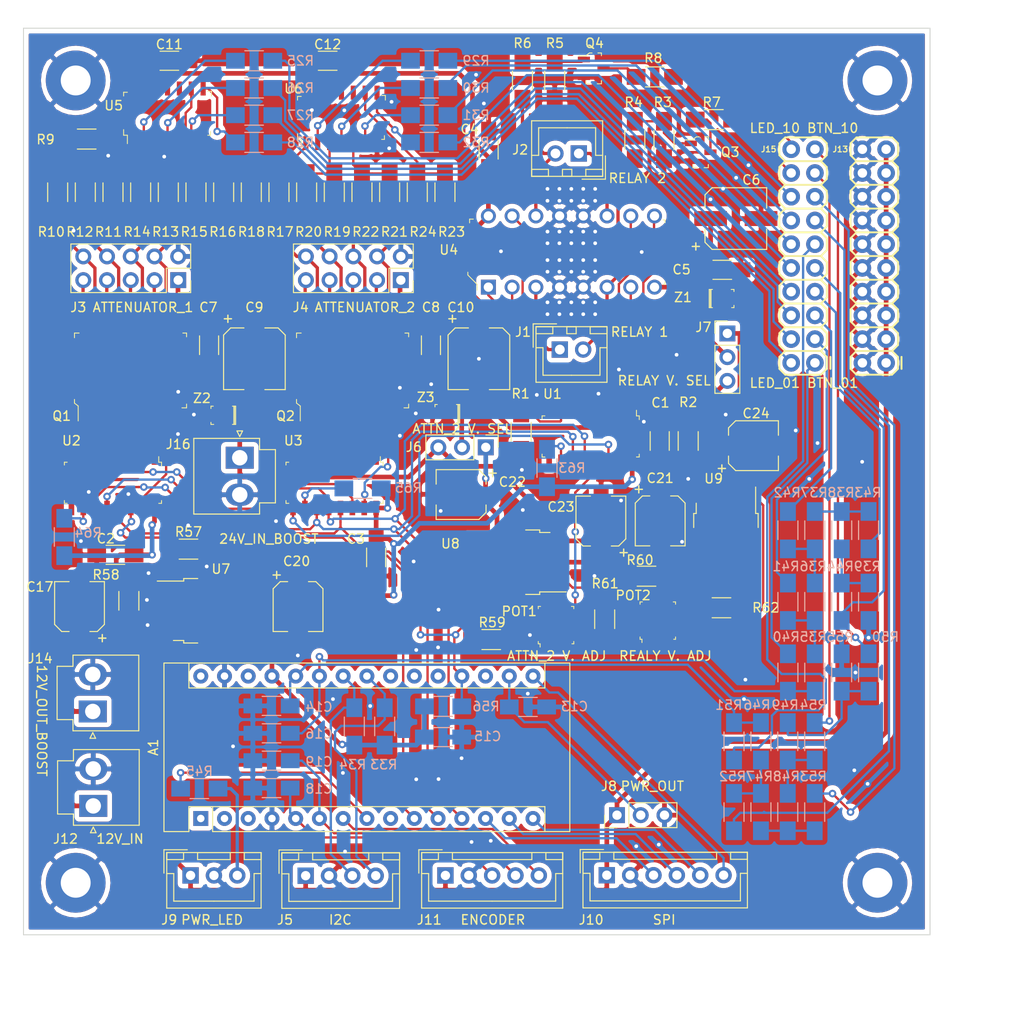
<source format=kicad_pcb>
(kicad_pcb (version 20171130) (host pcbnew "(5.1.5)-3")
  (layers (0 F.Cu signal) (31 B.Cu signal) (34 B.Paste user) (35 F.Paste user) (36 B.SilkS user) (37 F.SilkS user) (38 B.Mask user) (39 F.Mask user) (44 Edge.Cuts user))
  (net 0 "")
  (net 1 GND)
  (net 2 +5V)
  (net 3 +8V)
  (net 4 +24V)
  (net 5 +VSW)
  (net 6 +12V)
  (net 7 ENC_DATA)
  (net 8 ENC_CLK)
  (net 9 +15V)
  (net 10 +9V)
  (net 11 "Net-(J1-Pad2)")
  (net 12 "Net-(J1-Pad1)")
  (net 13 "Net-(J2-Pad1)")
  (net 14 "Net-(J2-Pad2)")
  (net 15 I2C_SCL)
  (net 16 I2C_SDA)
  (net 17 "Net-(A1-Pad17)")
  (net 18 SCK)
  (net 19 MOSI)
  (net 20 MISO)
  (net 21 CE_DISP)
  (net 22 ENC_BTN)
  (net 23 BTN_09)
  (net 24 LED_10)
  (net 25 LED_09)
  (net 26 BTN_05)
  (net 27 LED_08)
  (net 28 LED_07)
  (net 29 LED_06)
  (net 30 LED_05)
  (net 31 BTN_01)
  (net 32 LED_04)
  (net 33 LED_03)
  (net 34 LED_02)
  (net 35 LED_01)
  (net 36 "Net-(POT1-Pad3)")
  (net 37 "Net-(POT1-Pad2)")
  (net 38 "Net-(POT2-Pad2)")
  (net 39 "Net-(POT2-Pad3)")
  (net 40 /RELAY_1A)
  (net 41 /RELAY_1B)
  (net 42 /RELAY_2A)
  (net 43 /RELAY_2B)
  (net 44 "Net-(Q2-Pad8)")
  (net 45 "Net-(Q2-Pad7)")
  (net 46 "Net-(Q2-Pad6)")
  (net 47 "Net-(Q2-Pad5)")
  (net 48 "Net-(Q2-Pad4)")
  (net 49 "Net-(Q2-Pad3)")
  (net 50 "Net-(Q2-Pad2)")
  (net 51 "Net-(Q2-Pad1)")
  (net 52 "Net-(Q3-Pad1)")
  (net 53 "Net-(Q3-Pad3)")
  (net 54 "Net-(R21-Pad1)")
  (net 55 "Net-(R23-Pad1)")
  (net 56 "Net-(R29-Pad2)")
  (net 57 "Net-(R30-Pad2)")
  (net 58 "Net-(R31-Pad2)")
  (net 59 "Net-(R32-Pad2)")
  (net 60 "Net-(R35-Pad2)")
  (net 61 "Net-(R36-Pad2)")
  (net 62 PWR_LED)
  (net 63 ~SER_EN)
  (net 64 SER_CLK)
  (net 65 SER_LATCH)
  (net 66 /SER_CASC_2)
  (net 67 SER_DATA)
  (net 68 /SER_CASC_1)
  (net 69 BTN_06)
  (net 70 "Net-(J3-Pad10)")
  (net 71 "Net-(J3-Pad9)")
  (net 72 "Net-(J3-Pad8)")
  (net 73 "Net-(J3-Pad7)")
  (net 74 "Net-(J3-Pad6)")
  (net 75 "Net-(J3-Pad5)")
  (net 76 "Net-(J3-Pad4)")
  (net 77 "Net-(J3-Pad3)")
  (net 78 "Net-(J4-Pad3)")
  (net 79 "Net-(J4-Pad4)")
  (net 80 "Net-(J4-Pad5)")
  (net 81 "Net-(J4-Pad6)")
  (net 82 "Net-(J4-Pad7)")
  (net 83 "Net-(J4-Pad8)")
  (net 84 "Net-(J4-Pad9)")
  (net 85 "Net-(J4-Pad10)")
  (net 86 "Net-(J9-Pad3)")
  (net 87 "Net-(Q1-Pad8)")
  (net 88 "Net-(Q1-Pad7)")
  (net 89 "Net-(Q1-Pad6)")
  (net 90 "Net-(Q1-Pad5)")
  (net 91 "Net-(Q1-Pad4)")
  (net 92 "Net-(Q1-Pad3)")
  (net 93 "Net-(Q1-Pad2)")
  (net 94 "Net-(Q1-Pad1)")
  (net 95 "Net-(Q4-Pad3)")
  (net 96 "Net-(Q4-Pad1)")
  (net 97 /RELAY_2_EN)
  (net 98 /RELAY_1_EN)
  (net 99 "Net-(R10-Pad1)")
  (net 100 "Net-(R11-Pad1)")
  (net 101 "Net-(R13-Pad1)")
  (net 102 "Net-(R15-Pad1)")
  (net 103 "Net-(R17-Pad1)")
  (net 104 "Net-(R19-Pad1)")
  (net 105 "Net-(R25-Pad2)")
  (net 106 "Net-(R26-Pad2)")
  (net 107 "Net-(R27-Pad2)")
  (net 108 "Net-(R28-Pad2)")
  (net 109 BTN_G1)
  (net 110 BTN_G2)
  (net 111 BTN_02)
  (net 112 BTN_03)
  (net 113 BTN_04)
  (net 114 BTN_07)
  (net 115 BTN_08)
  (net 116 BTN_10)
  (net 117 "Net-(R37-Pad2)")
  (net 118 "Net-(R38-Pad2)")
  (net 119 "Net-(R47-Pad2)")
  (net 120 "Net-(R48-Pad2)")
  (net 121 "Net-(R49-Pad2)")
  (net 122 "Net-(R57-Pad1)")
  (net 123 "Net-(R46-Pad2)")
  (net 124 "Net-(R63-Pad2)")
  (net 125 "Net-(R64-Pad2)")
  (net 126 "Net-(R65-Pad2)")
  (module Socket_Strips:Socket_Strip_Straight_2x05_Pitch2.54mm (layer F.Cu) (at 67.3608 47.7894 270)
    (fp_text reference J3 (at 2.909 10.6934) (layer F.SilkS))
    (fp_text value ATTENUATOR_1 (at 2.909 9.2456 180) (layer F.SilkS) (effects (justify left)))
    (pad 1 thru_hole rect (at 0 0 270) (size 1.7 1.7) (drill 1) (layers *.Cu *.Mask) (net 4 +24V))
    (pad 2 thru_hole oval (at -2.54 0 270) (size 1.7 1.7) (drill 1) (layers *.Cu *.Mask) (net 1 GND))
    (pad 3 thru_hole oval (at 0 2.54 270) (size 1.7 1.7) (drill 1) (layers *.Cu *.Mask) (net 77 "Net-(J3-Pad3)"))
    (pad 4 thru_hole oval (at -2.54 2.54 270) (size 1.7 1.7) (drill 1) (layers *.Cu *.Mask) (net 76 "Net-(J3-Pad4)"))
    (pad 5 thru_hole oval (at 0 5.08 270) (size 1.7 1.7) (drill 1) (layers *.Cu *.Mask) (net 75 "Net-(J3-Pad5)"))
    (pad 6 thru_hole oval (at -2.54 5.08 270) (size 1.7 1.7) (drill 1) (layers *.Cu *.Mask) (net 74 "Net-(J3-Pad6)"))
    (pad 7 thru_hole oval (at 0 7.62 270) (size 1.7 1.7) (drill 1) (layers *.Cu *.Mask) (net 73 "Net-(J3-Pad7)"))
    (pad 8 thru_hole oval (at -2.54 7.62 270) (size 1.7 1.7) (drill 1) (layers *.Cu *.Mask) (net 72 "Net-(J3-Pad8)"))
    (pad 9 thru_hole oval (at 0 10.16 270) (size 1.7 1.7) (drill 1) (layers *.Cu *.Mask) (net 71 "Net-(J3-Pad9)"))
    (pad 10 thru_hole oval (at -2.54 10.16 270) (size 1.7 1.7) (drill 1) (layers *.Cu *.Mask) (net 70 "Net-(J3-Pad10)"))
  )
  (module Socket_Strips:Socket_Strip_Straight_2x05_Pitch2.54mm (layer F.Cu) (at 91.186 47.7894 270)
    (fp_text reference J4 (at 2.909 10.7188 180) (layer F.SilkS))
    (fp_text value ATTENUATOR_2 (at 2.909 9.3218 180) (layer F.SilkS) (effects (justify left)))
    (pad 1 thru_hole rect (at 0 0 270) (size 1.7 1.7) (drill 1) (layers *.Cu *.Mask) (net 5 +VSW))
    (pad 2 thru_hole oval (at -2.54 0 270) (size 1.7 1.7) (drill 1) (layers *.Cu *.Mask) (net 1 GND))
    (pad 3 thru_hole oval (at 0 2.54 270) (size 1.7 1.7) (drill 1) (layers *.Cu *.Mask) (net 78 "Net-(J4-Pad3)"))
    (pad 4 thru_hole oval (at -2.54 2.54 270) (size 1.7 1.7) (drill 1) (layers *.Cu *.Mask) (net 79 "Net-(J4-Pad4)"))
    (pad 5 thru_hole oval (at 0 5.08 270) (size 1.7 1.7) (drill 1) (layers *.Cu *.Mask) (net 80 "Net-(J4-Pad5)"))
    (pad 6 thru_hole oval (at -2.54 5.08 270) (size 1.7 1.7) (drill 1) (layers *.Cu *.Mask) (net 81 "Net-(J4-Pad6)"))
    (pad 7 thru_hole oval (at 0 7.62 270) (size 1.7 1.7) (drill 1) (layers *.Cu *.Mask) (net 82 "Net-(J4-Pad7)"))
    (pad 8 thru_hole oval (at -2.54 7.62 270) (size 1.7 1.7) (drill 1) (layers *.Cu *.Mask) (net 83 "Net-(J4-Pad8)"))
    (pad 9 thru_hole oval (at 0 10.16 270) (size 1.7 1.7) (drill 1) (layers *.Cu *.Mask) (net 84 "Net-(J4-Pad9)"))
    (pad 10 thru_hole oval (at -2.54 10.16 270) (size 1.7 1.7) (drill 1) (layers *.Cu *.Mask) (net 85 "Net-(J4-Pad10)"))
  )
  (module digikey-footprints:SOIC-18_W7.5mm (layer F.Cu) (at 86.02472 57.4558)
    (fp_text reference Q2 (at -7.18312 4.8758) (layer F.SilkS))
    (fp_text value ULN2803ADWR)
    (pad 1 smd rect (at -5.08 4.7) (size 0.6 2) (layers F.Cu F.Paste F.Mask) (net 51 "Net-(Q2-Pad1)"))
    (pad 2 smd rect (at -3.81 4.7) (size 0.6 2) (layers F.Cu F.Paste F.Mask) (net 50 "Net-(Q2-Pad2)"))
    (pad 3 smd rect (at -2.54 4.7) (size 0.6 2) (layers F.Cu F.Paste F.Mask) (net 49 "Net-(Q2-Pad3)"))
    (pad 4 smd rect (at -1.27 4.7) (size 0.6 2) (layers F.Cu F.Paste F.Mask) (net 48 "Net-(Q2-Pad4)"))
    (pad 5 smd rect (at 0 4.7) (size 0.6 2) (layers F.Cu F.Paste F.Mask) (net 47 "Net-(Q2-Pad5)"))
    (pad 6 smd rect (at 1.27 4.7) (size 0.6 2) (layers F.Cu F.Paste F.Mask) (net 46 "Net-(Q2-Pad6)"))
    (pad 7 smd rect (at 2.54 4.7) (size 0.6 2) (layers F.Cu F.Paste F.Mask) (net 45 "Net-(Q2-Pad7)"))
    (pad 8 smd rect (at 3.81 4.7) (size 0.6 2) (layers F.Cu F.Paste F.Mask) (net 44 "Net-(Q2-Pad8)"))
    (pad 9 smd rect (at 5.08 4.7) (size 0.6 2) (layers F.Cu F.Paste F.Mask) (net 1 GND))
    (pad 10 smd rect (at 5.08 -4.7) (size 0.6 2) (layers F.Cu F.Paste F.Mask) (net 5 +VSW))
    (pad 11 smd rect (at 3.81 -4.7) (size 0.6 2) (layers F.Cu F.Paste F.Mask) (net 79 "Net-(J4-Pad4)"))
    (pad 12 smd rect (at 2.54 -4.7) (size 0.6 2) (layers F.Cu F.Paste F.Mask) (net 78 "Net-(J4-Pad3)"))
    (pad 13 smd rect (at 1.27 -4.7) (size 0.6 2) (layers F.Cu F.Paste F.Mask) (net 81 "Net-(J4-Pad6)"))
    (pad 14 smd rect (at 0 -4.7) (size 0.6 2) (layers F.Cu F.Paste F.Mask) (net 80 "Net-(J4-Pad5)"))
    (pad 15 smd rect (at -1.27 -4.7) (size 0.6 2) (layers F.Cu F.Paste F.Mask) (net 83 "Net-(J4-Pad8)"))
    (pad 16 smd rect (at -2.54 -4.7) (size 0.6 2) (layers F.Cu F.Paste F.Mask) (net 82 "Net-(J4-Pad7)"))
    (pad 17 smd rect (at -3.81 -4.7) (size 0.6 2) (layers F.Cu F.Paste F.Mask) (net 85 "Net-(J4-Pad10)"))
    (pad 18 smd rect (at -5.08 -4.7) (size 0.6 2) (layers F.Cu F.Paste F.Mask) (net 84 "Net-(J4-Pad9)"))
  )
  (module Capacitors_SMD:C_1206_HandSoldering (layer F.Cu) (at 118.8974 65.0052 90)
    (fp_text reference C1 (at 4.096 0.0762 180) (layer F.SilkS))
    (fp_text value 0.1uF)
    (pad 2 smd rect (at 2 0 90) (size 2 1.6) (layers F.Cu F.Paste F.Mask) (net 1 GND))
    (pad 1 smd rect (at -2 0 90) (size 2 1.6) (layers F.Cu F.Paste F.Mask) (net 2 +5V))
  )
  (module Capacitors_SMD:C_1206_HandSoldering (layer F.Cu) (at 125.5932 46.6852)
    (fp_text reference C5 (at -4.359 -0.0254) (layer F.SilkS))
    (fp_text value 1uF)
    (pad 2 smd rect (at 2 0) (size 2 1.6) (layers F.Cu F.Paste F.Mask) (net 1 GND))
    (pad 1 smd rect (at -2 0) (size 2 1.6) (layers F.Cu F.Paste F.Mask) (net 3 +8V))
  )
  (module Capacitors_SMD:C_1206_HandSoldering (layer F.Cu) (at 60.6364 77.1906 180)
    (fp_text reference C2 (at 1.0226 1.7272) (layer F.SilkS))
    (fp_text value 0.1uF)
    (pad 2 smd rect (at 2 0 180) (size 2 1.6) (layers F.Cu F.Paste F.Mask) (net 1 GND))
    (pad 1 smd rect (at -2 0 180) (size 2 1.6) (layers F.Cu F.Paste F.Mask) (net 2 +5V))
  )
  (module Capacitors_SMD:C_1206_HandSoldering (layer F.Cu) (at 88.5444 77.4634 270)
    (fp_text reference C3 (at -1.9746 2.159 180) (layer F.SilkS))
    (fp_text value 0.1uF)
    (pad 1 smd rect (at -2 0 270) (size 2 1.6) (layers F.Cu F.Paste F.Mask) (net 2 +5V))
    (pad 2 smd rect (at 2 0 270) (size 2 1.6) (layers F.Cu F.Paste F.Mask) (net 1 GND))
  )
  (module Capacitors_SMD:C_1206_HandSoldering (layer F.Cu) (at 70.6628 54.7558 270)
    (fp_text reference C7 (at -4.0574 0.0762 180) (layer F.SilkS))
    (fp_text value 0.1uF)
    (pad 2 smd rect (at 2 0 270) (size 2 1.6) (layers F.Cu F.Paste F.Mask) (net 1 GND))
    (pad 1 smd rect (at -2 0 270) (size 2 1.6) (layers F.Cu F.Paste F.Mask) (net 4 +24V))
  )
  (module Capacitors_SMD:C_1206_HandSoldering (layer F.Cu) (at 94.4118 54.7558 270)
    (fp_text reference C8 (at -4.0574 0 180) (layer F.SilkS))
    (fp_text value 0.1uF)
    (pad 2 smd rect (at 2 0 270) (size 2 1.6) (layers F.Cu F.Paste F.Mask) (net 1 GND))
    (pad 1 smd rect (at -2 0 270) (size 2 1.6) (layers F.Cu F.Paste F.Mask) (net 5 +VSW))
  )
  (module Capacitors_SMD:C_1206_HandSoldering (layer F.Cu) (at 66.4144 24.3078)
    (fp_text reference C11 (at 0 -1.75 180) (layer F.SilkS))
    (fp_text value 0.1uF)
    (pad 1 smd rect (at -2 0) (size 2 1.6) (layers F.Cu F.Paste F.Mask) (net 2 +5V))
    (pad 2 smd rect (at 2 0) (size 2 1.6) (layers F.Cu F.Paste F.Mask) (net 1 GND))
  )
  (module Capacitors_SMD:C_1206_HandSoldering (layer F.Cu) (at 83.35592 24.3078)
    (fp_text reference C12 (at 0 -1.75 180) (layer F.SilkS))
    (fp_text value 0.1uF)
    (pad 2 smd rect (at 2 0) (size 2 1.6) (layers F.Cu F.Paste F.Mask) (net 1 GND))
    (pad 1 smd rect (at -2 0) (size 2 1.6) (layers F.Cu F.Paste F.Mask) (net 2 +5V))
  )
  (module Capacitors_SMD:C_1206_HandSoldering (layer B.Cu) (at 95.7006 96.6978 180)
    (fp_text reference C15 (at -4.7818 0.0762) (layer B.SilkS) (effects (justify mirror)))
    (fp_text value 0.1uF)
    (pad 1 smd rect (at -2 0 180) (size 2 1.6) (layers B.Cu B.Paste B.Mask) (net 1 GND))
    (pad 2 smd rect (at 2 0 180) (size 2 1.6) (layers B.Cu B.Paste B.Mask) (net 2 +5V))
  )
  (module Capacitors_SMD:CP_Elec_5x5.3 (layer F.Cu) (at 56.8198 82.7278 90)
    (fp_text reference C17 (at 2.1082 -4.2672 180) (layer F.SilkS))
    (fp_text value 1u)
    (fp_text user + (at -3.38 2.34 90) (layer F.SilkS))
    (pad 1 smd rect (at -2.2 0 270) (size 3 1.6) (layers F.Cu F.Paste F.Mask) (net 6 +12V))
    (pad 2 smd rect (at 2.2 0 270) (size 3 1.6) (layers F.Cu F.Paste F.Mask) (net 1 GND))
  )
  (module Capacitors_SMD:C_1206_HandSoldering (layer B.Cu) (at 77.343 102.158)
    (fp_text reference C18 (at 5.08 0.077) (layer B.SilkS) (effects (justify mirror)))
    (fp_text value 0.1uF)
    (pad 2 smd rect (at 2 0) (size 2 1.6) (layers B.Cu B.Paste B.Mask) (net 7 ENC_DATA))
    (pad 1 smd rect (at -2 0) (size 2 1.6) (layers B.Cu B.Paste B.Mask) (net 1 GND))
  )
  (module Capacitors_SMD:C_1206_HandSoldering (layer B.Cu) (at 77.3496 99.224832)
    (fp_text reference C19 (at 5.0734 0.114568) (layer B.SilkS) (effects (justify mirror)))
    (fp_text value 0.1uF)
    (pad 2 smd rect (at 2 0) (size 2 1.6) (layers B.Cu B.Paste B.Mask) (net 8 ENC_CLK))
    (pad 1 smd rect (at -2 0) (size 2 1.6) (layers B.Cu B.Paste B.Mask) (net 1 GND))
  )
  (module Capacitors_SMD:CP_Elec_5x5.3 (layer F.Cu) (at 80.1624 82.7278 270)
    (fp_text reference C20 (at -4.8514 0.127 180) (layer F.SilkS))
    (fp_text value 4.7u)
    (fp_text user + (at -3.38 2.34 90) (layer F.SilkS))
    (pad 2 smd rect (at 2.2 0 90) (size 3 1.6) (layers F.Cu F.Paste F.Mask) (net 1 GND))
    (pad 1 smd rect (at -2.2 0 90) (size 3 1.6) (layers F.Cu F.Paste F.Mask) (net 2 +5V))
  )
  (module Capacitors_SMD:CP_Elec_5x5.3 (layer F.Cu) (at 112.6236 73.574 90)
    (fp_text reference C21 (at 4.5876 6.3246 180) (layer F.SilkS))
    (fp_text value 1u)
    (fp_text user + (at -3.38 2.34 90) (layer F.SilkS))
    (pad 1 smd rect (at -2.2 0 270) (size 3 1.6) (layers F.Cu F.Paste F.Mask) (net 4 +24V))
    (pad 2 smd rect (at 2.2 0 270) (size 3 1.6) (layers F.Cu F.Paste F.Mask) (net 1 GND))
  )
  (module Capacitors_SMD:CP_Elec_5x5.3 (layer F.Cu) (at 97.6376 70.7136 180)
    (fp_text reference C22 (at -5.4864 1.3208) (layer F.SilkS))
    (fp_text value 4.7u)
    (fp_text user + (at -3.38 2.34) (layer F.SilkS))
    (pad 2 smd rect (at 2.2 0) (size 3 1.6) (layers F.Cu F.Paste F.Mask) (net 1 GND))
    (pad 1 smd rect (at -2.2 0) (size 3 1.6) (layers F.Cu F.Paste F.Mask) (net 9 +15V))
  )
  (module Capacitors_SMD:CP_Elec_5x5.3 (layer F.Cu) (at 118.9228 73.5584 270)
    (fp_text reference C23 (at -1.4986 10.5918 180) (layer F.SilkS))
    (fp_text value 1u)
    (fp_text user + (at -3.38 2.34 90) (layer F.SilkS))
    (pad 1 smd rect (at -2.2 0 90) (size 3 1.6) (layers F.Cu F.Paste F.Mask) (net 4 +24V))
    (pad 2 smd rect (at 2.2 0 90) (size 3 1.6) (layers F.Cu F.Paste F.Mask) (net 1 GND))
  )
  (module Capacitors_SMD:CP_Elec_5x5.3 (layer F.Cu) (at 128.9304 65.532)
    (fp_text reference C24 (at 0.2794 -3.4798) (layer F.SilkS))
    (fp_text value 4.7u)
    (fp_text user + (at -3.38 2.34) (layer F.SilkS))
    (pad 2 smd rect (at 2.2 0 180) (size 3 1.6) (layers F.Cu F.Paste F.Mask) (net 1 GND))
    (pad 1 smd rect (at -2.2 0 180) (size 3 1.6) (layers F.Cu F.Paste F.Mask) (net 10 +9V))
  )
  (module Mounting_Holes:MountingHole_3.2mm_M3_Pad (layer F.Cu) (at 56.388 112.29)
    (fp_text reference H1 hide)
    (fp_text value MountingHole_Pad)
    (pad 1 thru_hole circle (at 0 0) (size 6.4 6.4) (drill 3.2) (layers *.Cu *.Mask) (net 1 GND))
  )
  (module Mounting_Holes:MountingHole_3.2mm_M3_Pad (layer F.Cu) (at 142.2 26.416)
    (fp_text reference H2 hide)
    (fp_text value MountingHole_Pad)
    (pad 1 thru_hole circle (at 0 0) (size 6.4 6.4) (drill 3.2) (layers *.Cu *.Mask) (net 1 GND))
  )
  (module Mounting_Holes:MountingHole_3.2mm_M3_Pad (layer F.Cu) (at 142.2 112.29)
    (fp_text reference H3 hide)
    (fp_text value MountingHole_Pad)
    (pad 1 thru_hole circle (at 0 0) (size 6.4 6.4) (drill 3.2) (layers *.Cu *.Mask) (net 1 GND))
  )
  (module Mounting_Holes:MountingHole_3.2mm_M3_Pad (layer F.Cu) (at 56.388 26.416)
    (fp_text reference H4 hide)
    (fp_text value MountingHole_Pad)
    (pad 1 thru_hole circle (at 0 0) (size 6.4 6.4) (drill 3.2) (layers *.Cu *.Mask) (net 1 GND))
  )
  (module Connectors_JST:JST_XH_B02B-XH-A_02x2.50mm_Straight (layer F.Cu) (at 108.204 55.2196)
    (fp_text reference J1 (at -3.937 -1.8796) (layer F.SilkS))
    (fp_text value RELAY_1)
    (pad 2 thru_hole circle (at 2.5 0) (size 1.75 1.75) (drill 1.05) (layers *.Cu *.Mask) (net 11 "Net-(J1-Pad2)"))
    (pad 1 thru_hole rect (at 0 0) (size 1.75 1.75) (drill 1.05) (layers *.Cu *.Mask) (net 12 "Net-(J1-Pad1)"))
  )
  (module Connectors_JST:JST_XH_B02B-XH-A_02x2.50mm_Straight (layer F.Cu) (at 110.236 34.2328 180)
    (fp_text reference J2 (at 6.2738 0.4) (layer F.SilkS))
    (fp_text value RELAY_2)
    (pad 1 thru_hole rect (at 0 0 180) (size 1.75 1.75) (drill 1.05) (layers *.Cu *.Mask) (net 13 "Net-(J2-Pad1)"))
    (pad 2 thru_hole circle (at 2.5 0 180) (size 1.75 1.75) (drill 1.05) (layers *.Cu *.Mask) (net 14 "Net-(J2-Pad2)"))
  )
  (module Connectors_JST:JST_XH_B04B-XH-A_04x2.50mm_Straight (layer F.Cu) (at 81.0006 111.5314)
    (fp_text reference J5 (at -2.2098 4.7244) (layer F.SilkS))
    (fp_text value I2C (at 3.7084 4.7244) (layer F.SilkS))
    (pad 4 thru_hole circle (at 7.5 0) (size 1.75 1.75) (drill 1) (layers *.Cu *.Mask) (net 16 I2C_SDA))
    (pad 3 thru_hole circle (at 5 0) (size 1.75 1.75) (drill 1) (layers *.Cu *.Mask) (net 15 I2C_SCL))
    (pad 2 thru_hole circle (at 2.5 0) (size 1.75 1.75) (drill 1) (layers *.Cu *.Mask) (net 1 GND))
    (pad 1 thru_hole rect (at 0 0) (size 1.75 1.75) (drill 1) (layers *.Cu *.Mask) (net 2 +5V))
  )
  (module Pin_Headers:Pin_Header_Straight_1x03_Pitch2.54mm (layer F.Cu) (at 100.2792 65.6844 270)
    (fp_text reference J6 (at -0.0254 7.6962 180) (layer F.SilkS))
    (fp_text value DRV_PWR_SEL2)
    (pad 1 thru_hole rect (at 0 0 270) (size 1.7 1.7) (drill 1) (layers *.Cu *.Mask) (net 9 +15V))
    (pad 2 thru_hole oval (at 0 2.54 270) (size 1.7 1.7) (drill 1) (layers *.Cu *.Mask) (net 5 +VSW))
    (pad 3 thru_hole oval (at 0 5.08 270) (size 1.7 1.7) (drill 1) (layers *.Cu *.Mask) (net 4 +24V))
  )
  (module Pin_Headers:Pin_Header_Straight_1x03_Pitch2.54mm (layer F.Cu) (at 126.1364 53.4924)
    (fp_text reference J7 (at -2.5654 -0.6604) (layer F.SilkS))
    (fp_text value DRV_PWR_SEL3)
    (pad 3 thru_hole oval (at 0 5.08) (size 1.7 1.7) (drill 1) (layers *.Cu *.Mask) (net 4 +24V))
    (pad 2 thru_hole oval (at 0 2.54) (size 1.7 1.7) (drill 1) (layers *.Cu *.Mask) (net 3 +8V))
    (pad 1 thru_hole rect (at 0 0) (size 1.7 1.7) (drill 1) (layers *.Cu *.Mask) (net 10 +9V))
  )
  (module Pin_Headers:Pin_Header_Straight_1x03_Pitch2.54mm (layer F.Cu) (at 114.3254 105.0544 90)
    (fp_text reference J8 (at 3.0988 -0.8636 180) (layer F.SilkS))
    (fp_text value PWR_OUT (at 3.0988 3.7846 180) (layer F.SilkS))
    (pad 3 thru_hole oval (at 0 5.08 90) (size 1.7 1.7) (drill 1) (layers *.Cu *.Mask) (net 1 GND))
    (pad 2 thru_hole oval (at 0 2.54 90) (size 1.7 1.7) (drill 1) (layers *.Cu *.Mask) (net 17 "Net-(A1-Pad17)"))
    (pad 1 thru_hole rect (at 0 0 90) (size 1.7 1.7) (drill 1) (layers *.Cu *.Mask) (net 2 +5V))
  )
  (module Connectors_JST:JST_XH_B03B-XH-A_03x2.50mm_Straight (layer F.Cu) (at 68.6816 111.506)
    (fp_text reference J9 (at -2.286 4.7498) (layer F.SilkS))
    (fp_text value PWR_LED (at 2.3114 4.7498) (layer F.SilkS))
    (pad 3 thru_hole circle (at 5 0) (size 1.75 1.75) (drill 1) (layers *.Cu *.Mask) (net 86 "Net-(J9-Pad3)"))
    (pad 2 thru_hole circle (at 2.5 0) (size 1.75 1.75) (drill 1) (layers *.Cu *.Mask) (net 1 GND))
    (pad 1 thru_hole rect (at 0 0) (size 1.75 1.75) (drill 1) (layers *.Cu *.Mask) (net 2 +5V))
  )
  (module Connectors_JST:JST_XH_B06B-XH-A_06x2.50mm_Straight (layer F.Cu) (at 113.2332 111.4806)
    (fp_text reference J10 (at -1.6764 4.7752) (layer F.SilkS))
    (fp_text value SPI (at 6.1468 4.7752) (layer F.SilkS))
    (pad 6 thru_hole circle (at 12.5 0) (size 1.75 1.75) (drill 1) (layers *.Cu *.Mask) (net 18 SCK))
    (pad 5 thru_hole circle (at 10 0) (size 1.75 1.75) (drill 1) (layers *.Cu *.Mask) (net 20 MISO))
    (pad 4 thru_hole circle (at 7.5 0) (size 1.75 1.75) (drill 1) (layers *.Cu *.Mask) (net 19 MOSI))
    (pad 3 thru_hole circle (at 5 0) (size 1.75 1.75) (drill 1) (layers *.Cu *.Mask) (net 21 CE_DISP))
    (pad 2 thru_hole circle (at 2.5 0) (size 1.75 1.75) (drill 1) (layers *.Cu *.Mask) (net 1 GND))
    (pad 1 thru_hole rect (at 0 0) (size 1.75 1.75) (drill 1) (layers *.Cu *.Mask) (net 2 +5V))
  )
  (module Connectors_JST:JST_XH_B05B-XH-A_05x2.50mm_Straight (layer F.Cu) (at 95.9612 111.506)
    (fp_text reference J11 (at -1.7272 4.7498) (layer F.SilkS))
    (fp_text value ENCODER (at 5.08 4.7498) (layer F.SilkS))
    (pad 5 thru_hole circle (at 10 0) (size 1.75 1.75) (drill 1) (layers *.Cu *.Mask) (net 22 ENC_BTN))
    (pad 4 thru_hole circle (at 7.5 0) (size 1.75 1.75) (drill 1) (layers *.Cu *.Mask) (net 8 ENC_CLK))
    (pad 3 thru_hole circle (at 5 0) (size 1.75 1.75) (drill 1) (layers *.Cu *.Mask) (net 7 ENC_DATA))
    (pad 2 thru_hole circle (at 2.5 0) (size 1.75 1.75) (drill 1) (layers *.Cu *.Mask) (net 1 GND))
    (pad 1 thru_hole rect (at 0 0) (size 1.75 1.75) (drill 1) (layers *.Cu *.Mask) (net 2 +5V))
  )
  (module Connectors_JST:JST_VH_B2P-VH-B_2x3.96mm_Vertical (layer F.Cu) (at 58.2676 104.0638 90)
    (fp_text reference J12 (at -3.5306 -2.9718 180) (layer F.SilkS))
    (fp_text value 12V_IN (at -3.5306 2.8702 180) (layer F.SilkS))
    (pad 2 thru_hole oval (at 3.96 0 90) (size 2.35 3) (drill 1.65) (layers *.Cu *.Mask) (net 1 GND))
    (pad 1 thru_hole rect (at 0 0 90) (size 2.35 3) (drill 1.65) (layers *.Cu *.Mask) (net 6 +12V))
  )
  (module Connectors_JST:JST_VH_B2P-VH-B_2x3.96mm_Vertical (layer F.Cu) (at 58.2168 93.9546 90)
    (fp_text reference J14 (at 5.6642 -5.6388 180) (layer F.SilkS))
    (fp_text value 12V_OUT_BOOST (at -0.9906 -5.461 270 unlocked) (layer F.SilkS))
    (pad 1 thru_hole rect (at 0 0 90) (size 2.35 3) (drill 1.65) (layers *.Cu *.Mask) (net 6 +12V))
    (pad 2 thru_hole oval (at 3.96 0 90) (size 2.35 3) (drill 1.65) (layers *.Cu *.Mask) (net 1 GND))
  )
  (module Connectors_JST:JST_VH_B2P-VH-B_2x3.96mm_Vertical (layer F.Cu) (at 73.946478 66.7982 270)
    (fp_text reference J16 (at -1.444 6.585678 180) (layer F.SilkS))
    (fp_text value 24V_IN_BOOST (at 8.6906 -3.117122 180) (layer F.SilkS))
    (pad 2 thru_hole oval (at 3.96 0 270) (size 2.35 3) (drill 1.65) (layers *.Cu *.Mask) (net 1 GND))
    (pad 1 thru_hole rect (at 0 0 270) (size 2.35 3) (drill 1.65) (layers *.Cu *.Mask) (net 4 +24V))
  )
  (module digikey-footprints:Trimpot_3.8mmx3.6mm_TC33X-2-103E (layer F.Cu) (at 107.7976 84.7112)
    (fp_text reference POT1 (at -3.937 -1.4754) (layer F.SilkS))
    (fp_text value 5k)
    (pad 3 smd rect (at 1 1.8) (size 1.2 1.2) (layers F.Cu F.Paste F.Mask) (net 36 "Net-(POT1-Pad3)"))
    (pad 1 smd rect (at -1 1.8) (size 1.2 1.2) (layers F.Cu F.Paste F.Mask))
    (pad 2 smd rect (at 0 -1.45) (size 1.6 1.5) (layers F.Cu F.Paste F.Mask) (net 37 "Net-(POT1-Pad2)"))
  )
  (module digikey-footprints:Trimpot_3.8mmx3.6mm_TC33X-2-103E (layer F.Cu) (at 118.6942 84.2286)
    (fp_text reference POT2 (at -2.6416 -2.6946) (layer F.SilkS))
    (fp_text value 5k)
    (pad 2 smd rect (at 0 -1.45) (size 1.6 1.5) (layers F.Cu F.Paste F.Mask) (net 38 "Net-(POT2-Pad2)"))
    (pad 1 smd rect (at -1 1.8) (size 1.2 1.2) (layers F.Cu F.Paste F.Mask))
    (pad 3 smd rect (at 1 1.8) (size 1.2 1.2) (layers F.Cu F.Paste F.Mask) (net 39 "Net-(POT2-Pad3)"))
  )
  (module digikey-footprints:SOIC-18_W7.5mm (layer F.Cu) (at 62.2554 57.4558)
    (fp_text reference Q1 (at -7.366 4.8758) (layer F.SilkS))
    (fp_text value ULN2803ADWR)
    (pad 18 smd rect (at -5.08 -4.7) (size 0.6 2) (layers F.Cu F.Paste F.Mask) (net 71 "Net-(J3-Pad9)"))
    (pad 17 smd rect (at -3.81 -4.7) (size 0.6 2) (layers F.Cu F.Paste F.Mask) (net 70 "Net-(J3-Pad10)"))
    (pad 16 smd rect (at -2.54 -4.7) (size 0.6 2) (layers F.Cu F.Paste F.Mask) (net 73 "Net-(J3-Pad7)"))
    (pad 15 smd rect (at -1.27 -4.7) (size 0.6 2) (layers F.Cu F.Paste F.Mask) (net 72 "Net-(J3-Pad8)"))
    (pad 14 smd rect (at 0 -4.7) (size 0.6 2) (layers F.Cu F.Paste F.Mask) (net 75 "Net-(J3-Pad5)"))
    (pad 13 smd rect (at 1.27 -4.7) (size 0.6 2) (layers F.Cu F.Paste F.Mask) (net 74 "Net-(J3-Pad6)"))
    (pad 12 smd rect (at 2.54 -4.7) (size 0.6 2) (layers F.Cu F.Paste F.Mask) (net 77 "Net-(J3-Pad3)"))
    (pad 11 smd rect (at 3.81 -4.7) (size 0.6 2) (layers F.Cu F.Paste F.Mask) (net 76 "Net-(J3-Pad4)"))
    (pad 10 smd rect (at 5.08 -4.7) (size 0.6 2) (layers F.Cu F.Paste F.Mask) (net 4 +24V))
    (pad 9 smd rect (at 5.08 4.7) (size 0.6 2) (layers F.Cu F.Paste F.Mask) (net 1 GND))
    (pad 8 smd rect (at 3.81 4.7) (size 0.6 2) (layers F.Cu F.Paste F.Mask) (net 87 "Net-(Q1-Pad8)"))
    (pad 7 smd rect (at 2.54 4.7) (size 0.6 2) (layers F.Cu F.Paste F.Mask) (net 88 "Net-(Q1-Pad7)"))
    (pad 6 smd rect (at 1.27 4.7) (size 0.6 2) (layers F.Cu F.Paste F.Mask) (net 89 "Net-(Q1-Pad6)"))
    (pad 5 smd rect (at 0 4.7) (size 0.6 2) (layers F.Cu F.Paste F.Mask) (net 90 "Net-(Q1-Pad5)"))
    (pad 4 smd rect (at -1.27 4.7) (size 0.6 2) (layers F.Cu F.Paste F.Mask) (net 91 "Net-(Q1-Pad4)"))
    (pad 3 smd rect (at -2.54 4.7) (size 0.6 2) (layers F.Cu F.Paste F.Mask) (net 92 "Net-(Q1-Pad3)"))
    (pad 2 smd rect (at -3.81 4.7) (size 0.6 2) (layers F.Cu F.Paste F.Mask) (net 93 "Net-(Q1-Pad2)"))
    (pad 1 smd rect (at -5.08 4.7) (size 0.6 2) (layers F.Cu F.Paste F.Mask) (net 94 "Net-(Q1-Pad1)"))
  )
  (module Resistors_SMD:R_1206_HandSoldering (layer F.Cu) (at 107.6584 26.4226 270)
    (fp_text reference R5 (at -3.9944 -0.0122 180) (layer F.SilkS))
    (fp_text value 620)
    (pad 1 smd rect (at -2 0 270) (size 2 1.7) (layers F.Cu F.Paste F.Mask) (net 96 "Net-(Q4-Pad1)"))
    (pad 2 smd rect (at 2 0 270) (size 2 1.7) (layers F.Cu F.Paste F.Mask) (net 1 GND))
  )
  (module Resistors_SMD:R_1206_HandSoldering (layer F.Cu) (at 116.2304 32.7848 270)
    (fp_text reference R4 (at -4.032 0.127 180) (layer F.SilkS))
    (fp_text value 4.7k)
    (pad 1 smd rect (at -2 0 270) (size 2 1.7) (layers F.Cu F.Paste F.Mask) (net 52 "Net-(Q3-Pad1)"))
    (pad 2 smd rect (at 2 0 270) (size 2 1.7) (layers F.Cu F.Paste F.Mask) (net 11 "Net-(J1-Pad2)"))
  )
  (module Resistors_SMD:R_1206_HandSoldering (layer F.Cu) (at 104.2067 26.4226 270)
    (fp_text reference R6 (at -3.9944 -0.0095 180) (layer F.SilkS))
    (fp_text value 4.7k)
    (pad 2 smd rect (at 2 0 270) (size 2 1.7) (layers F.Cu F.Paste F.Mask) (net 14 "Net-(J2-Pad2)"))
    (pad 1 smd rect (at -2 0 270) (size 2 1.7) (layers F.Cu F.Paste F.Mask) (net 96 "Net-(Q4-Pad1)"))
  )
  (module Resistors_SMD:R_1206_HandSoldering (layer F.Cu) (at 124.6952 30.607 180)
    (fp_text reference R7 (at 0.2352 1.8542 180) (layer F.SilkS))
    (fp_text value 330)
    (pad 1 smd rect (at -2 0 180) (size 2 1.7) (layers F.Cu F.Paste F.Mask) (net 25 LED_09))
    (pad 2 smd rect (at 2 0 180) (size 2 1.7) (layers F.Cu F.Paste F.Mask) (net 53 "Net-(Q3-Pad3)"))
  )
  (module Resistors_SMD:R_1206_HandSoldering (layer F.Cu) (at 57.563 32.6898 180)
    (fp_text reference R9 (at 4.4008 -0.0508 180) (layer F.SilkS))
    (fp_text value 620)
    (pad 2 smd rect (at 2 0 180) (size 2 1.7) (layers F.Cu F.Paste F.Mask) (net 1 GND))
    (pad 1 smd rect (at -2 0 180) (size 2 1.7) (layers F.Cu F.Paste F.Mask) (net 99 "Net-(R10-Pad1)"))
  )
  (module Resistors_SMD:R_1206_HandSoldering (layer F.Cu) (at 60.379428 38.3794 270)
    (fp_text reference R11 (at 4.2418 0.486228 180) (layer F.SilkS))
    (fp_text value 620)
    (pad 2 smd rect (at 2 0 270) (size 2 1.7) (layers F.Cu F.Paste F.Mask) (net 1 GND))
    (pad 1 smd rect (at -2 0 270) (size 2 1.7) (layers F.Cu F.Paste F.Mask) (net 100 "Net-(R11-Pad1)"))
  )
  (module Resistors_SMD:R_1206_HandSoldering (layer F.Cu) (at 66.301256 38.3794 270)
    (fp_text reference R13 (at 4.2418 0.286656) (layer F.SilkS))
    (fp_text value 620)
    (pad 1 smd rect (at -2 0 270) (size 2 1.7) (layers F.Cu F.Paste F.Mask) (net 101 "Net-(R13-Pad1)"))
    (pad 2 smd rect (at 2 0 270) (size 2 1.7) (layers F.Cu F.Paste F.Mask) (net 1 GND))
  )
  (module Resistors_SMD:R_1206_HandSoldering (layer F.Cu) (at 69.26217 38.3794 270)
    (fp_text reference R15 (at 4.2418 0.18687) (layer F.SilkS))
    (fp_text value 620)
    (pad 1 smd rect (at -2 0 270) (size 2 1.7) (layers F.Cu F.Paste F.Mask) (net 102 "Net-(R15-Pad1)"))
    (pad 2 smd rect (at 2 0 270) (size 2 1.7) (layers F.Cu F.Paste F.Mask) (net 1 GND))
  )
  (module Resistors_SMD:R_1206_HandSoldering (layer F.Cu) (at 78.144912 38.3794 270)
    (fp_text reference R17 (at 4.2418 -0.112488) (layer F.SilkS))
    (fp_text value 620)
    (pad 1 smd rect (at -2 0 270) (size 2 1.7) (layers F.Cu F.Paste F.Mask) (net 103 "Net-(R17-Pad1)"))
    (pad 2 smd rect (at 2 0 270) (size 2 1.7) (layers F.Cu F.Paste F.Mask) (net 1 GND))
  )
  (module Resistors_SMD:R_1206_HandSoldering (layer F.Cu) (at 84.06674 38.3794 270)
    (fp_text reference R19 (at 4.2418 -0.31206) (layer F.SilkS))
    (fp_text value 620)
    (pad 2 smd rect (at 2 0 270) (size 2 1.7) (layers F.Cu F.Paste F.Mask) (net 1 GND))
    (pad 1 smd rect (at -2 0 270) (size 2 1.7) (layers F.Cu F.Paste F.Mask) (net 104 "Net-(R19-Pad1)"))
  )
  (module Resistors_SMD:R_1206_HandSoldering (layer F.Cu) (at 95.9104 38.3794 270)
    (fp_text reference R23 (at 4.2418 -0.7112) (layer F.SilkS))
    (fp_text value 620)
    (pad 2 smd rect (at 2 0 270) (size 2 1.7) (layers F.Cu F.Paste F.Mask) (net 1 GND))
    (pad 1 smd rect (at -2 0 270) (size 2 1.7) (layers F.Cu F.Paste F.Mask) (net 55 "Net-(R23-Pad1)"))
  )
  (module Resistors_SMD:R_1206_HandSoldering (layer F.Cu) (at 54.4576 38.3794 270)
    (fp_text reference R10 (at 4.2418 0.6858) (layer F.SilkS))
    (fp_text value 4.7k)
    (pad 1 smd rect (at -2 0 270) (size 2 1.7) (layers F.Cu F.Paste F.Mask) (net 99 "Net-(R10-Pad1)"))
    (pad 2 smd rect (at 2 0 270) (size 2 1.7) (layers F.Cu F.Paste F.Mask) (net 70 "Net-(J3-Pad10)"))
  )
  (module Resistors_SMD:R_1206_HandSoldering (layer F.Cu) (at 57.418514 38.3794 270)
    (fp_text reference R12 (at 4.2418 0.586014 180) (layer F.SilkS))
    (fp_text value 4.7k)
    (pad 1 smd rect (at -2 0 270) (size 2 1.7) (layers F.Cu F.Paste F.Mask) (net 100 "Net-(R11-Pad1)"))
    (pad 2 smd rect (at 2 0 270) (size 2 1.7) (layers F.Cu F.Paste F.Mask) (net 72 "Net-(J3-Pad8)"))
  )
  (module Resistors_SMD:R_1206_HandSoldering (layer F.Cu) (at 63.340342 38.3794 270)
    (fp_text reference R14 (at 4.2418 0.386442) (layer F.SilkS))
    (fp_text value 4.7k)
    (pad 1 smd rect (at -2 0 270) (size 2 1.7) (layers F.Cu F.Paste F.Mask) (net 101 "Net-(R13-Pad1)"))
    (pad 2 smd rect (at 2 0 270) (size 2 1.7) (layers F.Cu F.Paste F.Mask) (net 74 "Net-(J3-Pad6)"))
  )
  (module Resistors_SMD:R_1206_HandSoldering (layer F.Cu) (at 72.223084 38.3794 270)
    (fp_text reference R16 (at 4.2418 0.087084 180) (layer F.SilkS))
    (fp_text value 4.7k)
    (pad 2 smd rect (at 2 0 270) (size 2 1.7) (layers F.Cu F.Paste F.Mask) (net 76 "Net-(J3-Pad4)"))
    (pad 1 smd rect (at -2 0 270) (size 2 1.7) (layers F.Cu F.Paste F.Mask) (net 102 "Net-(R15-Pad1)"))
  )
  (module Resistors_SMD:R_1206_HandSoldering (layer F.Cu) (at 75.183998 38.3794 270)
    (fp_text reference R18 (at 4.2418 -0.012702) (layer F.SilkS))
    (fp_text value 4.7k)
    (pad 2 smd rect (at 2 0 270) (size 2 1.7) (layers F.Cu F.Paste F.Mask) (net 85 "Net-(J4-Pad10)"))
    (pad 1 smd rect (at -2 0 270) (size 2 1.7) (layers F.Cu F.Paste F.Mask) (net 103 "Net-(R17-Pad1)"))
  )
  (module Resistors_SMD:R_1206_HandSoldering (layer F.Cu) (at 81.105826 38.3794 270)
    (fp_text reference R20 (at 4.2418 -0.212274) (layer F.SilkS))
    (fp_text value 4.7k)
    (pad 1 smd rect (at -2 0 270) (size 2 1.7) (layers F.Cu F.Paste F.Mask) (net 104 "Net-(R19-Pad1)"))
    (pad 2 smd rect (at 2 0 270) (size 2 1.7) (layers F.Cu F.Paste F.Mask) (net 83 "Net-(J4-Pad8)"))
  )
  (module Resistors_SMD:R_1206_HandSoldering (layer F.Cu) (at 87.027654 38.3794 270)
    (fp_text reference R22 (at 4.2418 -0.411846) (layer F.SilkS))
    (fp_text value 4.7k)
    (pad 1 smd rect (at -2 0 270) (size 2 1.7) (layers F.Cu F.Paste F.Mask) (net 54 "Net-(R21-Pad1)"))
    (pad 2 smd rect (at 2 0 270) (size 2 1.7) (layers F.Cu F.Paste F.Mask) (net 81 "Net-(J4-Pad6)"))
  )
  (module Resistors_SMD:R_1206_HandSoldering (layer F.Cu) (at 92.949482 38.3794 270)
    (fp_text reference R24 (at 4.2418 -0.611418) (layer F.SilkS))
    (fp_text value 4.7k)
    (pad 1 smd rect (at -2 0 270) (size 2 1.7) (layers F.Cu F.Paste F.Mask) (net 55 "Net-(R23-Pad1)"))
    (pad 2 smd rect (at 2 0 270) (size 2 1.7) (layers F.Cu F.Paste F.Mask) (net 79 "Net-(J4-Pad4)"))
  )
  (module Resistors_SMD:R_1206_HandSoldering (layer B.Cu) (at 75.4822 24.3078 180)
    (fp_text reference R25 (at -4.9596 0) (layer B.SilkS) (effects (justify mirror)))
    (fp_text value 330)
    (pad 2 smd rect (at 2 0 180) (size 2 1.7) (layers B.Cu B.Paste B.Mask) (net 105 "Net-(R25-Pad2)"))
    (pad 1 smd rect (at -2 0 180) (size 2 1.7) (layers B.Cu B.Paste B.Mask) (net 32 LED_04))
  )
  (module Resistors_SMD:R_1206_HandSoldering (layer B.Cu) (at 75.4822 27.220333 180)
    (fp_text reference R26 (at -4.9596 0) (layer B.SilkS) (effects (justify mirror)))
    (fp_text value 330)
    (pad 2 smd rect (at 2 0 180) (size 2 1.7) (layers B.Cu B.Paste B.Mask) (net 106 "Net-(R26-Pad2)"))
    (pad 1 smd rect (at -2 0 180) (size 2 1.7) (layers B.Cu B.Paste B.Mask) (net 33 LED_03))
  )
  (module Resistors_SMD:R_1206_HandSoldering (layer B.Cu) (at 75.4822 30.132866 180)
    (fp_text reference R27 (at -4.9596 0) (layer B.SilkS) (effects (justify mirror)))
    (fp_text value 330)
    (pad 1 smd rect (at -2 0 180) (size 2 1.7) (layers B.Cu B.Paste B.Mask) (net 34 LED_02))
    (pad 2 smd rect (at 2 0 180) (size 2 1.7) (layers B.Cu B.Paste B.Mask) (net 107 "Net-(R27-Pad2)"))
  )
  (module Resistors_SMD:R_1206_HandSoldering (layer B.Cu) (at 75.4822 33.0454 180)
    (fp_text reference R28 (at -4.9596 0) (layer B.SilkS) (effects (justify mirror)))
    (fp_text value 330)
    (pad 2 smd rect (at 2 0 180) (size 2 1.7) (layers B.Cu B.Paste B.Mask) (net 108 "Net-(R28-Pad2)"))
    (pad 1 smd rect (at -2 0 180) (size 2 1.7) (layers B.Cu B.Paste B.Mask) (net 35 LED_01))
  )
  (module Resistors_SMD:R_1206_HandSoldering (layer B.Cu) (at 94.22232 24.3078 180)
    (fp_text reference R29 (at -5.01548 0) (layer B.SilkS) (effects (justify mirror)))
    (fp_text value 330)
    (pad 2 smd rect (at 2 0 180) (size 2 1.7) (layers B.Cu B.Paste B.Mask) (net 56 "Net-(R29-Pad2)"))
    (pad 1 smd rect (at -2 0 180) (size 2 1.7) (layers B.Cu B.Paste B.Mask) (net 27 LED_08))
  )
  (module Resistors_SMD:R_1206_HandSoldering (layer B.Cu) (at 94.22232 27.220333 180)
    (fp_text reference R30 (at -5.01548 0) (layer B.SilkS) (effects (justify mirror)))
    (fp_text value 330)
    (pad 1 smd rect (at -2 0 180) (size 2 1.7) (layers B.Cu B.Paste B.Mask) (net 28 LED_07))
    (pad 2 smd rect (at 2 0 180) (size 2 1.7) (layers B.Cu B.Paste B.Mask) (net 57 "Net-(R30-Pad2)"))
  )
  (module Resistors_SMD:R_1206_HandSoldering (layer B.Cu) (at 94.22232 30.132866 180)
    (fp_text reference R31 (at -5.01548 0) (layer B.SilkS) (effects (justify mirror)))
    (fp_text value 330)
    (pad 2 smd rect (at 2 0 180) (size 2 1.7) (layers B.Cu B.Paste B.Mask) (net 58 "Net-(R31-Pad2)"))
    (pad 1 smd rect (at -2 0 180) (size 2 1.7) (layers B.Cu B.Paste B.Mask) (net 29 LED_06))
  )
  (module Resistors_SMD:R_1206_HandSoldering (layer B.Cu) (at 94.22232 33.0454 180)
    (fp_text reference R32 (at -5.01548 0) (layer B.SilkS) (effects (justify mirror)))
    (fp_text value 330)
    (pad 1 smd rect (at -2 0 180) (size 2 1.7) (layers B.Cu B.Paste B.Mask) (net 30 LED_05))
    (pad 2 smd rect (at 2 0 180) (size 2 1.7) (layers B.Cu B.Paste B.Mask) (net 59 "Net-(R32-Pad2)"))
  )
  (module Resistors_SMD:R_1206_HandSoldering (layer B.Cu) (at 89.4588 95.5535 90)
    (fp_text reference R33 (at -4.0907 -0.1016) (layer B.SilkS) (effects (justify mirror)))
    (fp_text value 10k)
    (pad 1 smd rect (at -2 0 90) (size 2 1.7) (layers B.Cu B.Paste B.Mask) (net 2 +5V))
    (pad 2 smd rect (at 2 0 90) (size 2 1.7) (layers B.Cu B.Paste B.Mask) (net 16 I2C_SDA))
  )
  (module Resistors_SMD:R_1206_HandSoldering (layer B.Cu) (at 86.2076 95.5535 90)
    (fp_text reference R34 (at -4.0907 -0.1778) (layer B.SilkS) (effects (justify mirror)))
    (fp_text value 10k)
    (pad 2 smd rect (at 2 0 90) (size 2 1.7) (layers B.Cu B.Paste B.Mask) (net 15 I2C_SCL))
    (pad 1 smd rect (at -2 0 90) (size 2 1.7) (layers B.Cu B.Paste B.Mask) (net 2 +5V))
  )
  (module Resistors_SMD:R_1206_HandSoldering (layer B.Cu) (at 95.7133 93.4085)
    (fp_text reference R56 (at 4.5913 0.0127) (layer B.SilkS) (effects (justify mirror)))
    (fp_text value 10k)
    (pad 1 smd rect (at -2 0) (size 2 1.7) (layers B.Cu B.Paste B.Mask) (net 2 +5V))
    (pad 2 smd rect (at 2 0) (size 2 1.7) (layers B.Cu B.Paste B.Mask) (net 63 ~SER_EN))
  )
  (module Resistors_SMD:R_1206_HandSoldering (layer F.Cu) (at 68.4596 76.581)
    (fp_text reference R57 (at 0 -1.85) (layer F.SilkS))
    (fp_text value 1k)
    (pad 2 smd rect (at 2 0) (size 2 1.7) (layers F.Cu F.Paste F.Mask) (net 1 GND))
    (pad 1 smd rect (at -2 0) (size 2 1.7) (layers F.Cu F.Paste F.Mask) (net 122 "Net-(R57-Pad1)"))
  )
  (module Resistors_SMD:R_1206_HandSoldering (layer F.Cu) (at 62.0776 82.1116 90)
    (fp_text reference R58 (at 2.7874 -2.4384 180) (layer F.SilkS))
    (fp_text value 330)
    (pad 1 smd rect (at -2 0 90) (size 2 1.7) (layers F.Cu F.Paste F.Mask) (net 2 +5V))
    (pad 2 smd rect (at 2 0 90) (size 2 1.7) (layers F.Cu F.Paste F.Mask) (net 122 "Net-(R57-Pad1)"))
  )
  (module Resistors_SMD:R_1206_HandSoldering (layer F.Cu) (at 100.8634 86.2584 180)
    (fp_text reference R59 (at -0.1016 1.8288) (layer F.SilkS))
    (fp_text value 680)
    (pad 1 smd rect (at -2 0 180) (size 2 1.7) (layers F.Cu F.Paste F.Mask) (net 36 "Net-(POT1-Pad3)"))
    (pad 2 smd rect (at 2 0 180) (size 2 1.7) (layers F.Cu F.Paste F.Mask) (net 1 GND))
  )
  (module Resistors_SMD:R_1206_HandSoldering (layer F.Cu) (at 117.4816 79.4766)
    (fp_text reference R60 (at -0.6924 -1.7272) (layer F.SilkS))
    (fp_text value 240)
    (pad 2 smd rect (at 2 0) (size 2 1.7) (layers F.Cu F.Paste F.Mask) (net 37 "Net-(POT1-Pad2)"))
    (pad 1 smd rect (at -2 0) (size 2 1.7) (layers F.Cu F.Paste F.Mask) (net 9 +15V))
  )
  (module Resistors_SMD:R_1206_HandSoldering (layer F.Cu) (at 113.0046 84.0806 90)
    (fp_text reference R61 (at 3.8166 0.0508 180) (layer F.SilkS))
    (fp_text value 680)
    (pad 2 smd rect (at 2 0 90) (size 2 1.7) (layers F.Cu F.Paste F.Mask) (net 1 GND))
    (pad 1 smd rect (at -2 0 90) (size 2 1.7) (layers F.Cu F.Paste F.Mask) (net 39 "Net-(POT2-Pad3)"))
  )
  (module Resistors_SMD:R_1206_HandSoldering (layer F.Cu) (at 125.508 82.8548 180)
    (fp_text reference R62 (at -4.7432 0) (layer F.SilkS))
    (fp_text value 240)
    (pad 2 smd rect (at 2 0 180) (size 2 1.7) (layers F.Cu F.Paste F.Mask) (net 38 "Net-(POT2-Pad2)"))
    (pad 1 smd rect (at -2 0 180) (size 2 1.7) (layers F.Cu F.Paste F.Mask) (net 10 +9V))
  )
  (module digikey-footprints:SOIC-14_W3.9mm (layer F.Cu) (at 66.2178 29.9796)
    (fp_text reference U5 (at -5.7658 -0.8712 180) (layer F.SilkS))
    (fp_text value SN74LS06DR)
    (pad 14 smd rect (at -3.81 -2.7) (size 0.55 1.5) (layers F.Cu F.Paste F.Mask) (net 2 +5V))
    (pad 13 smd rect (at -2.54 -2.7) (size 0.55 1.5) (layers F.Cu F.Paste F.Mask))
    (pad 12 smd rect (at -1.27 -2.7) (size 0.55 1.5) (layers F.Cu F.Paste F.Mask))
    (pad 11 smd rect (at 0 -2.7) (size 0.55 1.5) (layers F.Cu F.Paste F.Mask))
    (pad 10 smd rect (at 1.27 -2.7) (size 0.55 1.5) (layers F.Cu F.Paste F.Mask))
    (pad 9 smd rect (at 2.54 -2.7) (size 0.55 1.5) (layers F.Cu F.Paste F.Mask) (net 102 "Net-(R15-Pad1)"))
    (pad 8 smd rect (at 3.81 -2.7) (size 0.55 1.5) (layers F.Cu F.Paste F.Mask) (net 108 "Net-(R28-Pad2)"))
    (pad 7 smd rect (at 3.81 2.7) (size 0.55 1.5) (layers F.Cu F.Paste F.Mask) (net 1 GND))
    (pad 6 smd rect (at 2.54 2.7) (size 0.55 1.5) (layers F.Cu F.Paste F.Mask) (net 107 "Net-(R27-Pad2)"))
    (pad 5 smd rect (at 1.27 2.7) (size 0.55 1.5) (layers F.Cu F.Paste F.Mask) (net 101 "Net-(R13-Pad1)"))
    (pad 4 smd rect (at 0 2.7) (size 0.55 1.5) (layers F.Cu F.Paste F.Mask) (net 106 "Net-(R26-Pad2)"))
    (pad 3 smd rect (at -1.27 2.7) (size 0.55 1.5) (layers F.Cu F.Paste F.Mask) (net 100 "Net-(R11-Pad1)"))
    (pad 2 smd rect (at -2.54 2.7) (size 0.55 1.5) (layers F.Cu F.Paste F.Mask) (net 105 "Net-(R25-Pad2)"))
    (pad 1 smd rect (at -3.81 2.7) (size 0.55 1.5) (layers F.Cu F.Paste F.Mask) (net 99 "Net-(R10-Pad1)"))
  )
  (module TO_SOT_Packages_SMD:TO-252-3_TabPin2 (layer F.Cu) (at 70.4184 83.1778)
    (fp_text reference U7 (at 1.5144 -4.4632) (layer F.SilkS))
    (fp_text value V_REG_317DPACK)
    (pad 2 smd rect (at 0.425 1.525) (size 3.05 2.75) (layers F.Cu F.Paste) (net 2 +5V))
    (pad 2 smd rect (at 3.775 -1.525) (size 3.05 2.75) (layers F.Cu F.Paste) (net 2 +5V))
    (pad 2 smd rect (at 0.425 -1.525) (size 3.05 2.75) (layers F.Cu F.Paste) (net 2 +5V))
    (pad 2 smd rect (at 3.775 1.525) (size 3.05 2.75) (layers F.Cu F.Paste) (net 2 +5V))
    (pad 2 smd rect (at 2.1 0) (size 6.4 5.8) (layers F.Cu F.Mask) (net 2 +5V))
    (pad 3 smd rect (at -4.2 2.28) (size 2.2 1.2) (layers F.Cu F.Paste F.Mask) (net 6 +12V))
    (pad 2 smd rect (at -4.2 0) (size 2.2 1.2) (layers F.Cu F.Paste F.Mask) (net 2 +5V))
    (pad 1 smd rect (at -4.2 -2.28) (size 2.2 1.2) (layers F.Cu F.Paste F.Mask) (net 122 "Net-(R57-Pad1)"))
  )
  (module TO_SOT_Packages_SMD:TO-252-3_TabPin2 (layer F.Cu) (at 103.5812 77.978 180)
    (fp_text reference U8 (at 7.0866 1.9812) (layer F.SilkS))
    (fp_text value V_REG_317DPACK)
    (pad 1 smd rect (at -4.2 -2.28 180) (size 2.2 1.2) (layers F.Cu F.Paste F.Mask) (net 37 "Net-(POT1-Pad2)"))
    (pad 2 smd rect (at -4.2 0 180) (size 2.2 1.2) (layers F.Cu F.Paste F.Mask) (net 9 +15V))
    (pad 3 smd rect (at -4.2 2.28 180) (size 2.2 1.2) (layers F.Cu F.Paste F.Mask) (net 4 +24V))
    (pad 2 smd rect (at 2.1 0 180) (size 6.4 5.8) (layers F.Cu F.Mask) (net 9 +15V))
    (pad 2 smd rect (at 3.775 1.525 180) (size 3.05 2.75) (layers F.Cu F.Paste) (net 9 +15V))
    (pad 2 smd rect (at 0.425 -1.525 180) (size 3.05 2.75) (layers F.Cu F.Paste) (net 9 +15V))
    (pad 2 smd rect (at 3.775 -1.525 180) (size 3.05 2.75) (layers F.Cu F.Paste) (net 9 +15V))
    (pad 2 smd rect (at 0.425 1.525 180) (size 3.05 2.75) (layers F.Cu F.Paste) (net 9 +15V))
  )
  (module TO_SOT_Packages_SMD:TO-252-3_TabPin2 (layer F.Cu) (at 125.984 75.2348 270)
    (fp_text reference U9 (at -6.1976 1.3208 180) (layer F.SilkS))
    (fp_text value V_REG_317DPACK)
    (pad 2 smd rect (at 0.425 1.525 270) (size 3.05 2.75) (layers F.Cu F.Paste) (net 10 +9V))
    (pad 2 smd rect (at 3.775 -1.525 270) (size 3.05 2.75) (layers F.Cu F.Paste) (net 10 +9V))
    (pad 2 smd rect (at 0.425 -1.525 270) (size 3.05 2.75) (layers F.Cu F.Paste) (net 10 +9V))
    (pad 2 smd rect (at 3.775 1.525 270) (size 3.05 2.75) (layers F.Cu F.Paste) (net 10 +9V))
    (pad 2 smd rect (at 2.1 0 270) (size 6.4 5.8) (layers F.Cu F.Mask) (net 10 +9V))
    (pad 3 smd rect (at -4.2 2.28 270) (size 2.2 1.2) (layers F.Cu F.Paste F.Mask) (net 4 +24V))
    (pad 2 smd rect (at -4.2 0 270) (size 2.2 1.2) (layers F.Cu F.Paste F.Mask) (net 10 +9V))
    (pad 1 smd rect (at -4.2 -2.28 270) (size 2.2 1.2) (layers F.Cu F.Paste F.Mask) (net 38 "Net-(POT2-Pad2)"))
  )
  (module digikey-footprints:SOD-123 (layer F.Cu) (at 125.5182 49.7586)
    (fp_text reference Z1 (at -4.1316 -0.127) (layer F.SilkS))
    (fp_text value MMSZ4713-TP)
    (pad K smd rect (at -1.575 0) (size 0.9 0.95) (layers F.Cu F.Paste F.Mask) (net 3 +8V))
    (pad A smd rect (at 1.575 0) (size 0.9 0.95) (layers F.Cu F.Paste F.Mask) (net 1 GND))
  )
  (module digikey-footprints:SOD-123 (layer F.Cu) (at 72.1866 62.2554 180)
    (fp_text reference Z2 (at 2.2858 1.8288) (layer F.SilkS))
    (fp_text value MMSZ4713-TP)
    (pad A smd rect (at 1.575 0 180) (size 0.9 0.95) (layers F.Cu F.Paste F.Mask) (net 1 GND))
    (pad K smd rect (at -1.575 0 180) (size 0.9 0.95) (layers F.Cu F.Paste F.Mask) (net 4 +24V))
  )
  (module digikey-footprints:SOD-123 (layer F.Cu) (at 96.1644 62.0776 180)
    (fp_text reference Z3 (at 2.3114 1.7526) (layer F.SilkS))
    (fp_text value MMSZ4713-TP)
    (pad K smd rect (at -1.575 0 180) (size 0.9 0.95) (layers F.Cu F.Paste F.Mask) (net 5 +VSW))
    (pad A smd rect (at 1.575 0 180) (size 0.9 0.95) (layers F.Cu F.Paste F.Mask) (net 1 GND))
  )
  (module digikey-footprints:SOIC-14_W3.9mm (layer F.Cu) (at 84.83092 30.42156)
    (fp_text reference U6 (at -5.12572 -3.11656) (layer F.SilkS))
    (fp_text value SN74LS06DR)
    (pad 1 smd rect (at -3.81 2.7) (size 0.55 1.5) (layers F.Cu F.Paste F.Mask) (net 103 "Net-(R17-Pad1)"))
    (pad 2 smd rect (at -2.54 2.7) (size 0.55 1.5) (layers F.Cu F.Paste F.Mask) (net 56 "Net-(R29-Pad2)"))
    (pad 3 smd rect (at -1.27 2.7) (size 0.55 1.5) (layers F.Cu F.Paste F.Mask) (net 104 "Net-(R19-Pad1)"))
    (pad 4 smd rect (at 0 2.7) (size 0.55 1.5) (layers F.Cu F.Paste F.Mask) (net 57 "Net-(R30-Pad2)"))
    (pad 5 smd rect (at 1.27 2.7) (size 0.55 1.5) (layers F.Cu F.Paste F.Mask) (net 54 "Net-(R21-Pad1)"))
    (pad 6 smd rect (at 2.54 2.7) (size 0.55 1.5) (layers F.Cu F.Paste F.Mask) (net 58 "Net-(R31-Pad2)"))
    (pad 7 smd rect (at 3.81 2.7) (size 0.55 1.5) (layers F.Cu F.Paste F.Mask) (net 1 GND))
    (pad 8 smd rect (at 3.81 -2.7) (size 0.55 1.5) (layers F.Cu F.Paste F.Mask) (net 59 "Net-(R32-Pad2)"))
    (pad 9 smd rect (at 2.54 -2.7) (size 0.55 1.5) (layers F.Cu F.Paste F.Mask) (net 55 "Net-(R23-Pad1)"))
    (pad 10 smd rect (at 1.27 -2.7) (size 0.55 1.5) (layers F.Cu F.Paste F.Mask))
    (pad 11 smd rect (at 0 -2.7) (size 0.55 1.5) (layers F.Cu F.Paste F.Mask))
    (pad 12 smd rect (at -1.27 -2.7) (size 0.55 1.5) (layers F.Cu F.Paste F.Mask))
    (pad 13 smd rect (at -2.54 -2.7) (size 0.55 1.5) (layers F.Cu F.Paste F.Mask))
    (pad 14 smd rect (at -3.81 -2.7) (size 0.55 1.5) (layers F.Cu F.Paste F.Mask) (net 2 +5V))
  )
  (module Capacitors_SMD:CP_Elec_6.3x7.7 (layer F.Cu) (at 127.0432 41.1988)
    (fp_text reference C6 (at 1.6586 -4.1402) (layer F.SilkS))
    (fp_text value 47u)
    (fp_text user + (at -4.28 2.91) (layer F.SilkS))
    (pad 2 smd rect (at 2.7 0 180) (size 3.5 1.6) (layers F.Cu F.Paste F.Mask) (net 1 GND))
    (pad 1 smd rect (at -2.7 0 180) (size 3.5 1.6) (layers F.Cu F.Paste F.Mask) (net 3 +8V))
  )
  (module Capacitors_SMD:CP_Elec_6.3x7.7 (layer F.Cu) (at 75.5142 56.2058 270)
    (fp_text reference C9 (at -5.5074 0 180) (layer F.SilkS))
    (fp_text value 47u)
    (fp_text user + (at -4.28 2.91 90) (layer F.SilkS))
    (pad 2 smd rect (at 2.7 0 90) (size 3.5 1.6) (layers F.Cu F.Paste F.Mask) (net 1 GND))
    (pad 1 smd rect (at -2.7 0 90) (size 3.5 1.6) (layers F.Cu F.Paste F.Mask) (net 4 +24V))
  )
  (module Capacitors_SMD:CP_Elec_6.3x7.7 (layer F.Cu) (at 99.5426 56.2058 270)
    (fp_text reference C10 (at -5.5074 1.9304 180) (layer F.SilkS))
    (fp_text value 47u)
    (fp_text user + (at -4.28 2.91 90) (layer F.SilkS))
    (pad 1 smd rect (at -2.7 0 90) (size 3.5 1.6) (layers F.Cu F.Paste F.Mask) (net 5 +VSW))
    (pad 2 smd rect (at 2.7 0 90) (size 3.5 1.6) (layers F.Cu F.Paste F.Mask) (net 1 GND))
  )
  (module Capacitors_SMD:C_1206_HandSoldering (layer B.Cu) (at 104.7938 93.472 180)
    (fp_text reference C13 (at -4.985 0.0508) (layer B.SilkS) (effects (justify mirror)))
    (fp_text value 0.1uF)
    (pad 2 smd rect (at 2 0 180) (size 2 1.6) (layers B.Cu B.Paste B.Mask) (net 17 "Net-(A1-Pad17)"))
    (pad 1 smd rect (at -2 0 180) (size 2 1.6) (layers B.Cu B.Paste B.Mask) (net 1 GND))
  )
  (module Capacitors_SMD:C_1206_HandSoldering (layer F.Cu) (at 100.584 33.8328 90)
    (fp_text reference C4 (at 2.1844 -2.032 180) (layer F.SilkS))
    (fp_text value 0.1uF)
    (pad 2 smd rect (at 2 0 90) (size 2 1.6) (layers F.Cu F.Paste F.Mask) (net 1 GND))
    (pad 1 smd rect (at -2 0 90) (size 2 1.6) (layers F.Cu F.Paste F.Mask) (net 2 +5V))
  )
  (module Connectors:2X10 (layer F.Cu) (at 143.129 56.642 90)
    (fp_text reference J13 (at 22.86 -4.9022 180) (layer F.SilkS) (effects (font (size 0.6096 0.6096) (thickness 0.127))))
    (fp_text value Conn_02x10_Odd_Even hide)
    (pad 20 thru_hole circle (at 22.86 -2.54 90) (size 1.8796 1.8796) (drill 1.016) (layers *.Cu *.Mask) (net 1 GND))
    (pad 19 thru_hole circle (at 22.86 0 90) (size 1.8796 1.8796) (drill 1.016) (layers *.Cu *.Mask) (net 2 +5V))
    (pad 18 thru_hole circle (at 20.32 -2.54 90) (size 1.8796 1.8796) (drill 1.016) (layers *.Cu *.Mask) (net 1 GND))
    (pad 17 thru_hole circle (at 20.32 0 90) (size 1.8796 1.8796) (drill 1.016) (layers *.Cu *.Mask) (net 2 +5V))
    (pad 16 thru_hole circle (at 17.78 -2.54 90) (size 1.8796 1.8796) (drill 1.016) (layers *.Cu *.Mask) (net 1 GND))
    (pad 15 thru_hole circle (at 17.78 0 90) (size 1.8796 1.8796) (drill 1.016) (layers *.Cu *.Mask) (net 2 +5V))
    (pad 14 thru_hole circle (at 15.24 -2.54 90) (size 1.8796 1.8796) (drill 1.016) (layers *.Cu *.Mask) (net 1 GND))
    (pad 13 thru_hole circle (at 15.24 0 90) (size 1.8796 1.8796) (drill 1.016) (layers *.Cu *.Mask) (net 2 +5V))
    (pad 12 thru_hole circle (at 12.7 -2.54 90) (size 1.8796 1.8796) (drill 1.016) (layers *.Cu *.Mask) (net 1 GND))
    (pad 11 thru_hole circle (at 12.7 0 90) (size 1.8796 1.8796) (drill 1.016) (layers *.Cu *.Mask) (net 2 +5V))
    (pad 10 thru_hole circle (at 10.16 -2.54 90) (size 1.8796 1.8796) (drill 1.016) (layers *.Cu *.Mask) (net 1 GND))
    (pad 9 thru_hole circle (at 10.16 0 90) (size 1.8796 1.8796) (drill 1.016) (layers *.Cu *.Mask) (net 2 +5V))
    (pad 8 thru_hole circle (at 7.62 -2.54 90) (size 1.8796 1.8796) (drill 1.016) (layers *.Cu *.Mask) (net 1 GND))
    (pad 7 thru_hole circle (at 7.62 0 90) (size 1.8796 1.8796) (drill 1.016) (layers *.Cu *.Mask) (net 2 +5V))
    (pad 6 thru_hole circle (at 5.08 -2.54 90) (size 1.8796 1.8796) (drill 1.016) (layers *.Cu *.Mask) (net 1 GND))
    (pad 5 thru_hole circle (at 5.08 0 90) (size 1.8796 1.8796) (drill 1.016) (layers *.Cu *.Mask) (net 2 +5V))
    (pad 4 thru_hole circle (at 2.54 -2.54 90) (size 1.8796 1.8796) (drill 1.016) (layers *.Cu *.Mask) (net 1 GND))
    (pad 3 thru_hole circle (at 2.54 0 90) (size 1.8796 1.8796) (drill 1.016) (layers *.Cu *.Mask) (net 2 +5V))
    (pad 2 thru_hole circle (at 0 -2.54 90) (size 1.8796 1.8796) (drill 1.016) (layers *.Cu *.Mask) (net 1 GND))
    (pad 1 thru_hole circle (at 0 0 90) (size 1.8796 1.8796) (drill 1.016) (layers *.Cu *.Mask) (net 2 +5V))
  )
  (module Connectors:2X10 (layer F.Cu) (at 135.509 56.642 90)
    (fp_text reference J15 (at 22.86 -4.953 180) (layer F.SilkS) (effects (font (size 0.6096 0.6096) (thickness 0.127))))
    (fp_text value Conn_02x10_Odd_Even hide)
    (pad 1 thru_hole circle (at 0 0 90) (size 1.8796 1.8796) (drill 1.016) (layers *.Cu *.Mask) (net 31 BTN_01))
    (pad 2 thru_hole circle (at 0 -2.54 90) (size 1.8796 1.8796) (drill 1.016) (layers *.Cu *.Mask) (net 35 LED_01))
    (pad 3 thru_hole circle (at 2.54 0 90) (size 1.8796 1.8796) (drill 1.016) (layers *.Cu *.Mask) (net 111 BTN_02))
    (pad 4 thru_hole circle (at 2.54 -2.54 90) (size 1.8796 1.8796) (drill 1.016) (layers *.Cu *.Mask) (net 34 LED_02))
    (pad 5 thru_hole circle (at 5.08 0 90) (size 1.8796 1.8796) (drill 1.016) (layers *.Cu *.Mask) (net 112 BTN_03))
    (pad 6 thru_hole circle (at 5.08 -2.54 90) (size 1.8796 1.8796) (drill 1.016) (layers *.Cu *.Mask) (net 33 LED_03))
    (pad 7 thru_hole circle (at 7.62 0 90) (size 1.8796 1.8796) (drill 1.016) (layers *.Cu *.Mask) (net 113 BTN_04))
    (pad 8 thru_hole circle (at 7.62 -2.54 90) (size 1.8796 1.8796) (drill 1.016) (layers *.Cu *.Mask) (net 32 LED_04))
    (pad 9 thru_hole circle (at 10.16 0 90) (size 1.8796 1.8796) (drill 1.016) (layers *.Cu *.Mask) (net 26 BTN_05))
    (pad 10 thru_hole circle (at 10.16 -2.54 90) (size 1.8796 1.8796) (drill 1.016) (layers *.Cu *.Mask) (net 30 LED_05))
    (pad 11 thru_hole circle (at 12.7 0 90) (size 1.8796 1.8796) (drill 1.016) (layers *.Cu *.Mask) (net 69 BTN_06))
    (pad 12 thru_hole circle (at 12.7 -2.54 90) (size 1.8796 1.8796) (drill 1.016) (layers *.Cu *.Mask) (net 29 LED_06))
    (pad 13 thru_hole circle (at 15.24 0 90) (size 1.8796 1.8796) (drill 1.016) (layers *.Cu *.Mask) (net 114 BTN_07))
    (pad 14 thru_hole circle (at 15.24 -2.54 90) (size 1.8796 1.8796) (drill 1.016) (layers *.Cu *.Mask) (net 28 LED_07))
    (pad 15 thru_hole circle (at 17.78 0 90) (size 1.8796 1.8796) (drill 1.016) (layers *.Cu *.Mask) (net 115 BTN_08))
    (pad 16 thru_hole circle (at 17.78 -2.54 90) (size 1.8796 1.8796) (drill 1.016) (layers *.Cu *.Mask) (net 27 LED_08))
    (pad 17 thru_hole circle (at 20.32 0 90) (size 1.8796 1.8796) (drill 1.016) (layers *.Cu *.Mask) (net 23 BTN_09))
    (pad 18 thru_hole circle (at 20.32 -2.54 90) (size 1.8796 1.8796) (drill 1.016) (layers *.Cu *.Mask) (net 25 LED_09))
    (pad 19 thru_hole circle (at 22.86 0 90) (size 1.8796 1.8796) (drill 1.016) (layers *.Cu *.Mask) (net 116 BTN_10))
    (pad 20 thru_hole circle (at 22.86 -2.54 90) (size 1.8796 1.8796) (drill 1.016) (layers *.Cu *.Mask) (net 24 LED_10))
  )
  (module digikey-footprints:SOT-23-3 (layer F.Cu) (at 123.2748 34.102)
    (fp_text reference Q3 (at 3.1664 -0.0152) (layer F.SilkS))
    (fp_text value PDTC114Y)
    (pad 1 smd rect (at -1.05 -0.95) (size 1.3 0.6) (layers F.Cu F.Paste F.Mask) (net 52 "Net-(Q3-Pad1)"))
    (pad 2 smd rect (at -1.05 0.95) (size 1.3 0.6) (layers F.Cu F.Paste F.Mask) (net 1 GND))
    (pad 3 smd rect (at 1.05 0) (size 1.3 0.6) (layers F.Cu F.Paste F.Mask) (net 53 "Net-(Q3-Pad3)"))
  )
  (module digikey-footprints:SOT-23-3 (layer F.Cu) (at 111.8301 25.1226)
    (fp_text reference Q4 (at 0.0823 -2.6944) (layer F.SilkS))
    (fp_text value PDTC114Y)
    (pad 3 smd rect (at 1.05 0) (size 1.3 0.6) (layers F.Cu F.Paste F.Mask) (net 95 "Net-(Q4-Pad3)"))
    (pad 2 smd rect (at -1.05 0.95) (size 1.3 0.6) (layers F.Cu F.Paste F.Mask) (net 1 GND))
    (pad 1 smd rect (at -1.05 -0.95) (size 1.3 0.6) (layers F.Cu F.Paste F.Mask) (net 96 "Net-(Q4-Pad1)"))
  )
  (module Resistors_SMD:R_1206_HandSoldering (layer F.Cu) (at 104.0638 64.008 270)
    (fp_text reference R1 (at -4.064 0.0508 180) (layer F.SilkS))
    (fp_text value 4.7k)
    (pad 2 smd rect (at 2 0 270) (size 2 1.7) (layers F.Cu F.Paste F.Mask) (net 1 GND))
    (pad 1 smd rect (at -2 0 270) (size 2 1.7) (layers F.Cu F.Paste F.Mask) (net 98 /RELAY_1_EN))
  )
  (module Resistors_SMD:R_1206_HandSoldering (layer F.Cu) (at 121.9454 65.0052 270)
    (fp_text reference R2 (at -4.1468 0 180) (layer F.SilkS))
    (fp_text value 4.7k)
    (pad 1 smd rect (at -2 0 270) (size 2 1.7) (layers F.Cu F.Paste F.Mask) (net 97 /RELAY_2_EN))
    (pad 2 smd rect (at 2 0 270) (size 2 1.7) (layers F.Cu F.Paste F.Mask) (net 1 GND))
  )
  (module Resistors_SMD:R_1206_HandSoldering (layer F.Cu) (at 118.3706 26.035 180)
    (fp_text reference R8 (at 0.159 2.0066) (layer F.SilkS))
    (fp_text value 330)
    (pad 2 smd rect (at 2 0 180) (size 2 1.7) (layers F.Cu F.Paste F.Mask) (net 95 "Net-(Q4-Pad3)"))
    (pad 1 smd rect (at -2 0 180) (size 2 1.7) (layers F.Cu F.Paste F.Mask) (net 24 LED_10))
  )
  (module digikey-footprints:DIP-16_W7.62mm (layer F.Cu) (at 100.5586 48.5394 90)
    (fp_text reference U4 (at 3.9878 -4.2418 180) (layer F.SilkS))
    (fp_text value SN754410NE)
    (pad 1 thru_hole rect (at 0 0 90) (size 1.6 1.6) (drill 1) (layers *.Cu *.Mask) (net 98 /RELAY_1_EN))
    (pad 2 thru_hole circle (at 0 2.54 90) (size 1.6 1.6) (drill 1) (layers *.Cu *.Mask) (net 40 /RELAY_1A))
    (pad 3 thru_hole circle (at 0 5.08 90) (size 1.6 1.6) (drill 1) (layers *.Cu *.Mask) (net 12 "Net-(J1-Pad1)"))
    (pad 4 thru_hole circle (at 0 7.62 90) (size 1.6 1.6) (drill 1) (layers *.Cu *.Mask) (net 1 GND))
    (pad 5 thru_hole circle (at 0 10.16 90) (size 1.6 1.6) (drill 1) (layers *.Cu *.Mask) (net 1 GND))
    (pad 6 thru_hole circle (at 0 12.7 90) (size 1.6 1.6) (drill 1) (layers *.Cu *.Mask) (net 11 "Net-(J1-Pad2)"))
    (pad 7 thru_hole circle (at 0 15.24 90) (size 1.6 1.6) (drill 1) (layers *.Cu *.Mask) (net 41 /RELAY_1B))
    (pad 10 thru_hole circle (at 7.62 15.24 90) (size 1.6 1.6) (drill 1) (layers *.Cu *.Mask) (net 42 /RELAY_2A))
    (pad 11 thru_hole circle (at 7.62 12.7 90) (size 1.6 1.6) (drill 1) (layers *.Cu *.Mask) (net 13 "Net-(J2-Pad1)"))
    (pad 12 thru_hole circle (at 7.62 10.16 90) (size 1.6 1.6) (drill 1) (layers *.Cu *.Mask) (net 1 GND))
    (pad 13 thru_hole circle (at 7.62 7.62 90) (size 1.6 1.6) (drill 1) (layers *.Cu *.Mask) (net 1 GND))
    (pad 14 thru_hole circle (at 7.62 5.08 90) (size 1.6 1.6) (drill 1) (layers *.Cu *.Mask) (net 14 "Net-(J2-Pad2)"))
    (pad 15 thru_hole circle (at 7.62 2.54 90) (size 1.6 1.6) (drill 1) (layers *.Cu *.Mask) (net 43 /RELAY_2B))
    (pad 16 thru_hole circle (at 7.62 0 90) (size 1.6 1.6) (drill 1) (layers *.Cu *.Mask) (net 2 +5V))
    (pad 8 thru_hole circle (at 0 17.78 90) (size 1.6 1.6) (drill 1) (layers *.Cu *.Mask) (net 3 +8V))
    (pad 9 thru_hole circle (at 7.62 17.78 90) (size 1.6 1.6) (drill 1) (layers *.Cu *.Mask) (net 97 /RELAY_2_EN))
  )
  (module digikey-footprints:SOIC-16_W3.90mm (layer F.Cu) (at 111.506 64.516 180)
    (fp_text reference U1 (at 4.0894 4.5466) (layer F.SilkS))
    (fp_text value 74HC595)
    (pad 16 smd rect (at -4.445 -2.7 180) (size 0.6 1.55) (layers F.Cu F.Paste F.Mask) (net 2 +5V))
    (pad 15 smd rect (at -3.175 -2.7 180) (size 0.6 1.55) (layers F.Cu F.Paste F.Mask))
    (pad 14 smd rect (at -1.905 -2.7 180) (size 0.6 1.55) (layers F.Cu F.Paste F.Mask) (net 66 /SER_CASC_2))
    (pad 13 smd rect (at -0.635 -2.7 180) (size 0.6 1.55) (layers F.Cu F.Paste F.Mask) (net 63 ~SER_EN))
    (pad 12 smd rect (at 0.635 -2.7 180) (size 0.6 1.55) (layers F.Cu F.Paste F.Mask) (net 65 SER_LATCH))
    (pad 11 smd rect (at 1.905 -2.7 180) (size 0.6 1.55) (layers F.Cu F.Paste F.Mask) (net 64 SER_CLK))
    (pad 10 smd rect (at 3.175 -2.7 180) (size 0.6 1.55) (layers F.Cu F.Paste F.Mask) (net 124 "Net-(R63-Pad2)"))
    (pad 9 smd rect (at 4.445 -2.7 180) (size 0.6 1.55) (layers F.Cu F.Paste F.Mask))
    (pad 8 smd rect (at 4.445 2.7 180) (size 0.6 1.55) (layers F.Cu F.Paste F.Mask) (net 1 GND))
    (pad 7 smd rect (at 3.175 2.7 180) (size 0.6 1.55) (layers F.Cu F.Paste F.Mask) (net 98 /RELAY_1_EN))
    (pad 6 smd rect (at 1.905 2.7 180) (size 0.6 1.55) (layers F.Cu F.Paste F.Mask) (net 40 /RELAY_1A))
    (pad 5 smd rect (at 0.635 2.7 180) (size 0.6 1.55) (layers F.Cu F.Paste F.Mask) (net 43 /RELAY_2B))
    (pad 4 smd rect (at -0.635 2.7 180) (size 0.6 1.55) (layers F.Cu F.Paste F.Mask))
    (pad 3 smd rect (at -1.905 2.7 180) (size 0.6 1.55) (layers F.Cu F.Paste F.Mask) (net 42 /RELAY_2A))
    (pad 2 smd rect (at -3.175 2.7 180) (size 0.6 1.55) (layers F.Cu F.Paste F.Mask) (net 41 /RELAY_1B))
    (pad 1 smd rect (at -4.445 2.7 180) (size 0.6 1.55) (layers F.Cu F.Paste F.Mask) (net 97 /RELAY_2_EN))
  )
  (module digikey-footprints:SOIC-16_W3.90mm (layer F.Cu) (at 60.3758 69.4782 180)
    (fp_text reference U2 (at 4.445 4.505) (layer F.SilkS))
    (fp_text value 74HC595)
    (pad 1 smd rect (at -4.445 2.7 180) (size 0.6 1.55) (layers F.Cu F.Paste F.Mask) (net 88 "Net-(Q1-Pad7)"))
    (pad 2 smd rect (at -3.175 2.7 180) (size 0.6 1.55) (layers F.Cu F.Paste F.Mask) (net 89 "Net-(Q1-Pad6)"))
    (pad 3 smd rect (at -1.905 2.7 180) (size 0.6 1.55) (layers F.Cu F.Paste F.Mask) (net 90 "Net-(Q1-Pad5)"))
    (pad 4 smd rect (at -0.635 2.7 180) (size 0.6 1.55) (layers F.Cu F.Paste F.Mask) (net 91 "Net-(Q1-Pad4)"))
    (pad 5 smd rect (at 0.635 2.7 180) (size 0.6 1.55) (layers F.Cu F.Paste F.Mask) (net 92 "Net-(Q1-Pad3)"))
    (pad 6 smd rect (at 1.905 2.7 180) (size 0.6 1.55) (layers F.Cu F.Paste F.Mask) (net 93 "Net-(Q1-Pad2)"))
    (pad 7 smd rect (at 3.175 2.7 180) (size 0.6 1.55) (layers F.Cu F.Paste F.Mask) (net 94 "Net-(Q1-Pad1)"))
    (pad 8 smd rect (at 4.445 2.7 180) (size 0.6 1.55) (layers F.Cu F.Paste F.Mask) (net 1 GND))
    (pad 9 smd rect (at 4.445 -2.7 180) (size 0.6 1.55) (layers F.Cu F.Paste F.Mask) (net 68 /SER_CASC_1))
    (pad 10 smd rect (at 3.175 -2.7 180) (size 0.6 1.55) (layers F.Cu F.Paste F.Mask) (net 125 "Net-(R64-Pad2)"))
    (pad 11 smd rect (at 1.905 -2.7 180) (size 0.6 1.55) (layers F.Cu F.Paste F.Mask) (net 64 SER_CLK))
    (pad 12 smd rect (at 0.635 -2.7 180) (size 0.6 1.55) (layers F.Cu F.Paste F.Mask) (net 65 SER_LATCH))
    (pad 13 smd rect (at -0.635 -2.7 180) (size 0.6 1.55) (layers F.Cu F.Paste F.Mask) (net 63 ~SER_EN))
    (pad 14 smd rect (at -1.905 -2.7 180) (size 0.6 1.55) (layers F.Cu F.Paste F.Mask) (net 67 SER_DATA))
    (pad 15 smd rect (at -3.175 -2.7 180) (size 0.6 1.55) (layers F.Cu F.Paste F.Mask) (net 87 "Net-(Q1-Pad8)"))
    (pad 16 smd rect (at -4.445 -2.7 180) (size 0.6 1.55) (layers F.Cu F.Paste F.Mask) (net 2 +5V))
  )
  (module digikey-footprints:SOIC-16_W3.90mm (layer F.Cu) (at 84.09432 69.4782 180)
    (fp_text reference U3 (at 4.41452 4.505) (layer F.SilkS))
    (fp_text value 74HC595)
    (pad 1 smd rect (at -4.445 2.7 180) (size 0.6 1.55) (layers F.Cu F.Paste F.Mask) (net 45 "Net-(Q2-Pad7)"))
    (pad 2 smd rect (at -3.175 2.7 180) (size 0.6 1.55) (layers F.Cu F.Paste F.Mask) (net 46 "Net-(Q2-Pad6)"))
    (pad 3 smd rect (at -1.905 2.7 180) (size 0.6 1.55) (layers F.Cu F.Paste F.Mask) (net 47 "Net-(Q2-Pad5)"))
    (pad 4 smd rect (at -0.635 2.7 180) (size 0.6 1.55) (layers F.Cu F.Paste F.Mask) (net 48 "Net-(Q2-Pad4)"))
    (pad 5 smd rect (at 0.635 2.7 180) (size 0.6 1.55) (layers F.Cu F.Paste F.Mask) (net 49 "Net-(Q2-Pad3)"))
    (pad 6 smd rect (at 1.905 2.7 180) (size 0.6 1.55) (layers F.Cu F.Paste F.Mask) (net 50 "Net-(Q2-Pad2)"))
    (pad 7 smd rect (at 3.175 2.7 180) (size 0.6 1.55) (layers F.Cu F.Paste F.Mask) (net 51 "Net-(Q2-Pad1)"))
    (pad 8 smd rect (at 4.445 2.7 180) (size 0.6 1.55) (layers F.Cu F.Paste F.Mask) (net 1 GND))
    (pad 9 smd rect (at 4.445 -2.7 180) (size 0.6 1.55) (layers F.Cu F.Paste F.Mask) (net 66 /SER_CASC_2))
    (pad 10 smd rect (at 3.175 -2.7 180) (size 0.6 1.55) (layers F.Cu F.Paste F.Mask) (net 126 "Net-(R65-Pad2)"))
    (pad 11 smd rect (at 1.905 -2.7 180) (size 0.6 1.55) (layers F.Cu F.Paste F.Mask) (net 64 SER_CLK))
    (pad 12 smd rect (at 0.635 -2.7 180) (size 0.6 1.55) (layers F.Cu F.Paste F.Mask) (net 65 SER_LATCH))
    (pad 13 smd rect (at -0.635 -2.7 180) (size 0.6 1.55) (layers F.Cu F.Paste F.Mask) (net 63 ~SER_EN))
    (pad 14 smd rect (at -1.905 -2.7 180) (size 0.6 1.55) (layers F.Cu F.Paste F.Mask) (net 68 /SER_CASC_1))
    (pad 15 smd rect (at -3.175 -2.7 180) (size 0.6 1.55) (layers F.Cu F.Paste F.Mask) (net 44 "Net-(Q2-Pad8)"))
    (pad 16 smd rect (at -4.445 -2.7 180) (size 0.6 1.55) (layers F.Cu F.Paste F.Mask) (net 2 +5V))
  )
  (module Capacitors_SMD:C_1206_HandSoldering (layer B.Cu) (at 77.343 93.3585)
    (fp_text reference C14 (at 5.08 0.1135) (layer B.SilkS) (effects (justify mirror)))
    (fp_text value 0.1uF)
    (pad 2 smd rect (at 2 0) (size 2 1.6) (layers B.Cu B.Paste B.Mask) (net 110 BTN_G2))
    (pad 1 smd rect (at -2 0) (size 2 1.6) (layers B.Cu B.Paste B.Mask) (net 1 GND))
  )
  (module Capacitors_SMD:C_1206_HandSoldering (layer B.Cu) (at 77.3496 96.291666)
    (fp_text reference C16 (at 5.0734 0.050534) (layer B.SilkS) (effects (justify mirror)))
    (fp_text value 0.1uF)
    (pad 1 smd rect (at -2 0) (size 2 1.6) (layers B.Cu B.Paste B.Mask) (net 1 GND))
    (pad 2 smd rect (at 2 0) (size 2 1.6) (layers B.Cu B.Paste B.Mask) (net 109 BTN_G1))
  )
  (module Resistors_SMD:R_1206_HandSoldering (layer B.Cu) (at 135.4904 89.7824 90)
    (fp_text reference R35 (at 3.8034 -0.1719 180) (layer B.SilkS) (effects (justify mirror)))
    (fp_text value 1k)
    (pad 1 smd rect (at -2 0 90) (size 2 1.7) (layers B.Cu B.Paste B.Mask) (net 109 BTN_G1))
    (pad 2 smd rect (at 2 0 90) (size 2 1.7) (layers B.Cu B.Paste B.Mask) (net 60 "Net-(R35-Pad2)"))
  )
  (module Resistors_SMD:R_1206_HandSoldering (layer B.Cu) (at 135.4904 82.2132 90)
    (fp_text reference R36 (at 3.778 -0.176134 180) (layer B.SilkS) (effects (justify mirror)))
    (fp_text value 1k)
    (pad 1 smd rect (at -2 0 90) (size 2 1.7) (layers B.Cu B.Paste B.Mask) (net 60 "Net-(R35-Pad2)"))
    (pad 2 smd rect (at 2 0 90) (size 2 1.7) (layers B.Cu B.Paste B.Mask) (net 61 "Net-(R36-Pad2)"))
  )
  (module Resistors_SMD:R_1206_HandSoldering (layer B.Cu) (at 135.492066 74.5556 90)
    (fp_text reference R37 (at 4.0198 -0.0762 180) (layer B.SilkS) (effects (justify mirror)))
    (fp_text value 1k)
    (pad 1 smd rect (at -2 0 90) (size 2 1.7) (layers B.Cu B.Paste B.Mask) (net 61 "Net-(R36-Pad2)"))
    (pad 2 smd rect (at 2 0 90) (size 2 1.7) (layers B.Cu B.Paste B.Mask) (net 117 "Net-(R37-Pad2)"))
  )
  (module Resistors_SMD:R_1206_HandSoldering (layer B.Cu) (at 138.375732 74.5556 270)
    (fp_text reference R38 (at -4.0198 0.0812 180) (layer B.SilkS) (effects (justify mirror)))
    (fp_text value 1k)
    (pad 1 smd rect (at -2 0 270) (size 2 1.7) (layers B.Cu B.Paste B.Mask) (net 117 "Net-(R37-Pad2)"))
    (pad 2 smd rect (at 2 0 270) (size 2 1.7) (layers B.Cu B.Paste B.Mask) (net 118 "Net-(R38-Pad2)"))
  )
  (module Resistors_SMD:R_1206_HandSoldering (layer B.Cu) (at 141.2494 82.2132 270)
    (fp_text reference R39 (at -3.778 0.127002 180) (layer B.SilkS) (effects (justify mirror)))
    (fp_text value 2k)
    (pad 2 smd rect (at 2 0 270) (size 2 1.7) (layers B.Cu B.Paste B.Mask) (net 1 GND))
    (pad 1 smd rect (at -2 0 270) (size 2 1.7) (layers B.Cu B.Paste B.Mask) (net 118 "Net-(R38-Pad2)"))
  )
  (module Resistors_SMD:R_1206_HandSoldering (layer B.Cu) (at 132.6184 89.7824 270)
    (fp_text reference R40 (at -3.8034 0.1828 180) (layer B.SilkS) (effects (justify mirror)))
    (fp_text value 2k)
    (pad 2 smd rect (at 2 0 270) (size 2 1.7) (layers B.Cu B.Paste B.Mask) (net 109 BTN_G1))
    (pad 1 smd rect (at -2 0 270) (size 2 1.7) (layers B.Cu B.Paste B.Mask) (net 31 BTN_01))
  )
  (module Resistors_SMD:R_1206_HandSoldering (layer B.Cu) (at 132.6184 82.2132 270)
    (fp_text reference R41 (at -3.778 0.2082 180) (layer B.SilkS) (effects (justify mirror)))
    (fp_text value 2k)
    (pad 2 smd rect (at 2 0 270) (size 2 1.7) (layers B.Cu B.Paste B.Mask) (net 60 "Net-(R35-Pad2)"))
    (pad 1 smd rect (at -2 0 270) (size 2 1.7) (layers B.Cu B.Paste B.Mask) (net 111 BTN_02))
  )
  (module Resistors_SMD:R_1206_HandSoldering (layer B.Cu) (at 132.6184 74.5556 270)
    (fp_text reference R42 (at -4.0198 0.0812 180) (layer B.SilkS) (effects (justify mirror)))
    (fp_text value 2k)
    (pad 2 smd rect (at 2 0 270) (size 2 1.7) (layers B.Cu B.Paste B.Mask) (net 61 "Net-(R36-Pad2)"))
    (pad 1 smd rect (at -2 0 270) (size 2 1.7) (layers B.Cu B.Paste B.Mask) (net 112 BTN_03))
  )
  (module Resistors_SMD:R_1206_HandSoldering (layer B.Cu) (at 141.2494 74.549 90)
    (fp_text reference R43 (at 4.0132 -0.076202 180) (layer B.SilkS) (effects (justify mirror)))
    (fp_text value 2k)
    (pad 2 smd rect (at 2 0 90) (size 2 1.7) (layers B.Cu B.Paste B.Mask) (net 117 "Net-(R37-Pad2)"))
    (pad 1 smd rect (at -2 0 90) (size 2 1.7) (layers B.Cu B.Paste B.Mask) (net 113 BTN_04))
  )
  (module Resistors_SMD:R_1206_HandSoldering (layer B.Cu) (at 138.3674 82.2132 90)
    (fp_text reference R44 (at 3.778 -0.149068 180) (layer B.SilkS) (effects (justify mirror)))
    (fp_text value 2k)
    (pad 2 smd rect (at 2 0 90) (size 2 1.7) (layers B.Cu B.Paste B.Mask) (net 118 "Net-(R38-Pad2)"))
    (pad 1 smd rect (at -2 0 90) (size 2 1.7) (layers B.Cu B.Paste B.Mask) (net 26 BTN_05))
  )
  (module Resistors_SMD:R_1206_HandSoldering (layer B.Cu) (at 69.6214 102.2096 180)
    (fp_text reference R45 (at 0 1.85) (layer B.SilkS) (effects (justify mirror)))
    (fp_text value 1k)
    (pad 1 smd rect (at -2 0 180) (size 2 1.7) (layers B.Cu B.Paste B.Mask) (net 86 "Net-(J9-Pad3)"))
    (pad 2 smd rect (at 2 0 180) (size 2 1.7) (layers B.Cu B.Paste B.Mask) (net 62 PWR_LED))
  )
  (module Resistors_SMD:R_1206_HandSoldering (layer B.Cu) (at 129.7296 97.1484 270)
    (fp_text reference R46 (at -3.8796 0.426667 180) (layer B.SilkS) (effects (justify mirror)))
    (fp_text value 1k)
    (pad 1 smd rect (at -2 0 270) (size 2 1.7) (layers B.Cu B.Paste B.Mask) (net 110 BTN_G2))
    (pad 2 smd rect (at 2 0 270) (size 2 1.7) (layers B.Cu B.Paste B.Mask) (net 123 "Net-(R46-Pad2)"))
  )
  (module Resistors_SMD:R_1206_HandSoldering (layer B.Cu) (at 129.7296 104.7242 270)
    (fp_text reference R47 (at -3.81 0.155734 180) (layer B.SilkS) (effects (justify mirror)))
    (fp_text value 1k)
    (pad 2 smd rect (at 2 0 270) (size 2 1.7) (layers B.Cu B.Paste B.Mask) (net 119 "Net-(R47-Pad2)"))
    (pad 1 smd rect (at -2 0 270) (size 2 1.7) (layers B.Cu B.Paste B.Mask) (net 123 "Net-(R46-Pad2)"))
  )
  (module Resistors_SMD:R_1206_HandSoldering (layer B.Cu) (at 132.6016 104.7242 90)
    (fp_text reference R48 (at 3.81 -0.149068 180) (layer B.SilkS) (effects (justify mirror)))
    (fp_text value 1k)
    (pad 2 smd rect (at 2 0 90) (size 2 1.7) (layers B.Cu B.Paste B.Mask) (net 120 "Net-(R48-Pad2)"))
    (pad 1 smd rect (at -2 0 90) (size 2 1.7) (layers B.Cu B.Paste B.Mask) (net 119 "Net-(R47-Pad2)"))
  )
  (module Resistors_SMD:R_1206_HandSoldering (layer B.Cu) (at 132.6016 97.1484 90)
    (fp_text reference R49 (at 3.8796 -0.284534 180) (layer B.SilkS) (effects (justify mirror)))
    (fp_text value 1k)
    (pad 2 smd rect (at 2 0 90) (size 2 1.7) (layers B.Cu B.Paste B.Mask) (net 121 "Net-(R49-Pad2)"))
    (pad 1 smd rect (at -2 0 90) (size 2 1.7) (layers B.Cu B.Paste B.Mask) (net 120 "Net-(R48-Pad2)"))
  )
  (module Resistors_SMD:R_1206_HandSoldering (layer B.Cu) (at 138.3674 89.7824 90)
    (fp_text reference R50 (at 3.8034 4.6854 180) (layer B.SilkS) (effects (justify mirror)))
    (fp_text value 2k)
    (pad 2 smd rect (at 2 0 90) (size 2 1.7) (layers B.Cu B.Paste B.Mask) (net 1 GND))
    (pad 1 smd rect (at -2 0 90) (size 2 1.7) (layers B.Cu B.Paste B.Mask) (net 121 "Net-(R49-Pad2)"))
  )
  (module Resistors_SMD:R_1206_HandSoldering (layer B.Cu) (at 126.8476 97.1484 90)
    (fp_text reference R51 (at 3.8796 -0.5588 180) (layer B.SilkS) (effects (justify mirror)))
    (fp_text value 2k)
    (pad 1 smd rect (at -2 0 90) (size 2 1.7) (layers B.Cu B.Paste B.Mask) (net 69 BTN_06))
    (pad 2 smd rect (at 2 0 90) (size 2 1.7) (layers B.Cu B.Paste B.Mask) (net 110 BTN_G2))
  )
  (module Resistors_SMD:R_1206_HandSoldering (layer B.Cu) (at 126.8476 104.7242 90)
    (fp_text reference R52 (at 3.81 -0.1524 180) (layer B.SilkS) (effects (justify mirror)))
    (fp_text value 2k)
    (pad 2 smd rect (at 2 0 90) (size 2 1.7) (layers B.Cu B.Paste B.Mask) (net 123 "Net-(R46-Pad2)"))
    (pad 1 smd rect (at -2 0 90) (size 2 1.7) (layers B.Cu B.Paste B.Mask) (net 114 BTN_07))
  )
  (module Resistors_SMD:R_1206_HandSoldering (layer B.Cu) (at 135.4836 104.7242 270)
    (fp_text reference R53 (at -3.81 0.152402) (layer B.SilkS) (effects (justify mirror)))
    (fp_text value 2k)
    (pad 1 smd rect (at -2 0 270) (size 2 1.7) (layers B.Cu B.Paste B.Mask) (net 115 BTN_08))
    (pad 2 smd rect (at 2 0 270) (size 2 1.7) (layers B.Cu B.Paste B.Mask) (net 119 "Net-(R47-Pad2)"))
  )
  (module Resistors_SMD:R_1206_HandSoldering (layer B.Cu) (at 135.4836 97.1484 270)
    (fp_text reference R54 (at -3.8796 0.152401 180) (layer B.SilkS) (effects (justify mirror)))
    (fp_text value 2k)
    (pad 1 smd rect (at -2 0 270) (size 2 1.7) (layers B.Cu B.Paste B.Mask) (net 23 BTN_09))
    (pad 2 smd rect (at 2 0 270) (size 2 1.7) (layers B.Cu B.Paste B.Mask) (net 120 "Net-(R48-Pad2)"))
  )
  (module Resistors_SMD:R_1206_HandSoldering (layer B.Cu) (at 141.2494 89.7824 270)
    (fp_text reference R55 (at -3.8034 3.048 180) (layer B.SilkS) (effects (justify mirror)))
    (fp_text value 2k)
    (pad 1 smd rect (at -2 0 270) (size 2 1.7) (layers B.Cu B.Paste B.Mask) (net 116 BTN_10))
    (pad 2 smd rect (at 2 0 270) (size 2 1.7) (layers B.Cu B.Paste B.Mask) (net 121 "Net-(R49-Pad2)"))
  )
  (module Resistors_SMD:R_1206_HandSoldering (layer F.Cu) (at 89.988568 38.3794 270)
    (fp_text reference R21 (at 4.2418 -0.511632 180) (layer F.SilkS))
    (fp_text value 620)
    (pad 2 smd rect (at 2 0 270) (size 2 1.7) (layers F.Cu F.Paste F.Mask) (net 1 GND))
    (pad 1 smd rect (at -2 0 270) (size 2 1.7) (layers F.Cu F.Paste F.Mask) (net 54 "Net-(R21-Pad1)"))
  )
  (module Resistors_SMD:R_1206_HandSoldering (layer F.Cu) (at 119.3546 32.7848 270)
    (fp_text reference R3 (at -4.032 0.127 180) (layer F.SilkS))
    (fp_text value 620)
    (pad 2 smd rect (at 2 0 270) (size 2 1.7) (layers F.Cu F.Paste F.Mask) (net 1 GND))
    (pad 1 smd rect (at -2 0 270) (size 2 1.7) (layers F.Cu F.Paste F.Mask) (net 52 "Net-(Q3-Pad1)"))
  )
  (module Resistors_SMD:R_1206_HandSoldering (layer B.Cu) (at 106.8324 67.9008 90)
    (fp_text reference R63 (at 0.0066 2.667 180) (layer B.SilkS) (effects (justify mirror)))
    (fp_text value 4.7k)
    (pad 2 smd rect (at 2 0 90) (size 2 1.7) (layers B.Cu B.Paste B.Mask) (net 124 "Net-(R63-Pad2)"))
    (pad 1 smd rect (at -2 0 90) (size 2 1.7) (layers B.Cu B.Paste B.Mask) (net 2 +5V))
  )
  (module Resistors_SMD:R_1206_HandSoldering (layer B.Cu) (at 55.1688 75.279 90)
    (fp_text reference R64 (at 0.4506 2.5654 180) (layer B.SilkS) (effects (justify mirror)))
    (fp_text value 4.7k)
    (pad 2 smd rect (at 2 0 90) (size 2 1.7) (layers B.Cu B.Paste B.Mask) (net 125 "Net-(R64-Pad2)"))
    (pad 1 smd rect (at -2 0 90) (size 2 1.7) (layers B.Cu B.Paste B.Mask) (net 2 +5V))
  )
  (module Resistors_SMD:R_1206_HandSoldering (layer B.Cu) (at 87.09 70.0786 180)
    (fp_text reference R65 (at -4.9088 0.0508 180) (layer B.SilkS) (effects (justify mirror)))
    (fp_text value 4.7k)
    (pad 1 smd rect (at -2 0 180) (size 2 1.7) (layers B.Cu B.Paste B.Mask) (net 2 +5V))
    (pad 2 smd rect (at 2 0 180) (size 2 1.7) (layers B.Cu B.Paste B.Mask) (net 126 "Net-(R65-Pad2)"))
  )
  (module Module:Arduino_Nano (layer F.Cu) (at 69.7738 105.41 90)
    (fp_text reference A1 (at 7.62 -5.08 90) (layer F.SilkS))
    (fp_text value Arduino_Nano_v3.x)
    (pad 1 thru_hole rect (at 0 0 90) (size 1.6 1.6) (drill 0.8) (layers *.Cu *.Mask))
    (pad 17 thru_hole oval (at 15.24 33.02 90) (size 1.6 1.6) (drill 0.8) (layers *.Cu *.Mask) (net 17 "Net-(A1-Pad17)"))
    (pad 2 thru_hole oval (at 0 2.54 90) (size 1.6 1.6) (drill 0.8) (layers *.Cu *.Mask))
    (pad 18 thru_hole oval (at 15.24 30.48 90) (size 1.6 1.6) (drill 0.8) (layers *.Cu *.Mask))
    (pad 3 thru_hole oval (at 0 5.08 90) (size 1.6 1.6) (drill 0.8) (layers *.Cu *.Mask))
    (pad 19 thru_hole oval (at 15.24 27.94 90) (size 1.6 1.6) (drill 0.8) (layers *.Cu *.Mask) (net 63 ~SER_EN))
    (pad 4 thru_hole oval (at 0 7.62 90) (size 1.6 1.6) (drill 0.8) (layers *.Cu *.Mask) (net 1 GND))
    (pad 20 thru_hole oval (at 15.24 25.4 90) (size 1.6 1.6) (drill 0.8) (layers *.Cu *.Mask))
    (pad 5 thru_hole oval (at 0 10.16 90) (size 1.6 1.6) (drill 0.8) (layers *.Cu *.Mask) (net 7 ENC_DATA))
    (pad 21 thru_hole oval (at 15.24 22.86 90) (size 1.6 1.6) (drill 0.8) (layers *.Cu *.Mask))
    (pad 6 thru_hole oval (at 0 12.7 90) (size 1.6 1.6) (drill 0.8) (layers *.Cu *.Mask) (net 8 ENC_CLK))
    (pad 22 thru_hole oval (at 15.24 20.32 90) (size 1.6 1.6) (drill 0.8) (layers *.Cu *.Mask))
    (pad 7 thru_hole oval (at 0 15.24 90) (size 1.6 1.6) (drill 0.8) (layers *.Cu *.Mask) (net 22 ENC_BTN))
    (pad 23 thru_hole oval (at 15.24 17.78 90) (size 1.6 1.6) (drill 0.8) (layers *.Cu *.Mask) (net 16 I2C_SDA))
    (pad 8 thru_hole oval (at 0 17.78 90) (size 1.6 1.6) (drill 0.8) (layers *.Cu *.Mask) (net 62 PWR_LED))
    (pad 24 thru_hole oval (at 15.24 15.24 90) (size 1.6 1.6) (drill 0.8) (layers *.Cu *.Mask) (net 15 I2C_SCL))
    (pad 9 thru_hole oval (at 0 20.32 90) (size 1.6 1.6) (drill 0.8) (layers *.Cu *.Mask))
    (pad 25 thru_hole oval (at 15.24 12.7 90) (size 1.6 1.6) (drill 0.8) (layers *.Cu *.Mask) (net 109 BTN_G1))
    (pad 10 thru_hole oval (at 0 22.86 90) (size 1.6 1.6) (drill 0.8) (layers *.Cu *.Mask) (net 67 SER_DATA))
    (pad 26 thru_hole oval (at 15.24 10.16 90) (size 1.6 1.6) (drill 0.8) (layers *.Cu *.Mask) (net 110 BTN_G2))
    (pad 11 thru_hole oval (at 0 25.4 90) (size 1.6 1.6) (drill 0.8) (layers *.Cu *.Mask) (net 64 SER_CLK))
    (pad 27 thru_hole oval (at 15.24 7.62 90) (size 1.6 1.6) (drill 0.8) (layers *.Cu *.Mask) (net 2 +5V))
    (pad 12 thru_hole oval (at 0 27.94 90) (size 1.6 1.6) (drill 0.8) (layers *.Cu *.Mask) (net 65 SER_LATCH))
    (pad 28 thru_hole oval (at 15.24 5.08 90) (size 1.6 1.6) (drill 0.8) (layers *.Cu *.Mask))
    (pad 13 thru_hole oval (at 0 30.48 90) (size 1.6 1.6) (drill 0.8) (layers *.Cu *.Mask) (net 21 CE_DISP))
    (pad 29 thru_hole oval (at 15.24 2.54 90) (size 1.6 1.6) (drill 0.8) (layers *.Cu *.Mask) (net 1 GND))
    (pad 14 thru_hole oval (at 0 33.02 90) (size 1.6 1.6) (drill 0.8) (layers *.Cu *.Mask) (net 19 MOSI))
    (pad 30 thru_hole oval (at 15.24 0 90) (size 1.6 1.6) (drill 0.8) (layers *.Cu *.Mask))
    (pad 15 thru_hole oval (at 0 35.56 90) (size 1.6 1.6) (drill 0.8) (layers *.Cu *.Mask) (net 20 MISO))
    (pad 16 thru_hole oval (at 15.24 35.56 90) (size 1.6 1.6) (drill 0.8) (layers *.Cu *.Mask) (net 18 SCK))
  )
  (gr_text "REALY V. ADJ" (at 119.507 88.011) (layer F.SilkS) (effects (font (size 1 1))))
  (gr_text "RELAY 2" (at 116.5098 36.8808) (layer F.SilkS) (effects (font (size 1 1))))
  (gr_text "RELAY 1" (at 116.7384 53.34) (layer F.SilkS) (effects (font (size 1 1))))
  (gr_text "RELAY V. SEL" (at 119.38 58.547) (layer F.SilkS) (effects (font (size 1 1))))
  (gr_text "ATTN_2 V. SEL" (at 97.7646 63.7032) (layer F.SilkS) (effects (font (size 1 1))))
  (gr_text "ATTN_2 V. ADJ" (at 107.8738 88.011) (layer F.SilkS) (effects (font (size 1 1))))
  (gr_text "LED_10 BTN_10" (at 134.3406 31.5214) (layer F.SilkS) (effects (font (size 1 1))))
  (gr_text "LED_01 BTN_01" (at 134.3406 58.801) (layer F.SilkS) (effects (font (size 1 1))))
  (gr_line (start 50.8 117.856) (end 50.8 20.828) (layer Edge.Cuts) (width 0.1))
  (gr_line (start 147.828 117.856) (end 50.8 117.856) (layer Edge.Cuts) (width 0.1))
  (gr_line (start 147.828 20.828) (end 147.828 117.856) (layer Edge.Cuts) (width 0.1))
  (gr_line (start 50.8 20.828) (end 147.828 20.828) (layer Edge.Cuts) (width 0.1))
  (via (at 108.15955 42.5958) (size 0.8) (drill 0.4) (layers F.Cu B.Cu) (net 1))
  (via (at 109.4359 42.5958) (size 0.8) (drill 0.4) (layers F.Cu B.Cu) (net 1))
  (via (at 110.71225 42.5958) (size 0.8) (drill 0.4) (layers F.Cu B.Cu) (net 1))
  (via (at 111.9886 42.5958) (size 0.8) (drill 0.4) (layers F.Cu B.Cu) (net 1))
  (via (at 106.8832 42.5958) (size 0.8) (drill 0.4) (layers F.Cu B.Cu) (net 1))
  (via (at 109.4359 43.8404) (size 0.8) (drill 0.4) (layers F.Cu B.Cu) (net 1))
  (via (at 111.9886 43.8404) (size 0.8) (drill 0.4) (layers F.Cu B.Cu) (net 1))
  (via (at 106.8832 43.8404) (size 0.8) (drill 0.4) (layers F.Cu B.Cu) (net 1))
  (via (at 108.15955 43.8404) (size 0.8) (drill 0.4) (layers F.Cu B.Cu) (net 1))
  (via (at 110.71225 43.8404) (size 0.8) (drill 0.4) (layers F.Cu B.Cu) (net 1))
  (via (at 111.9886 46.8884) (size 0.8) (drill 0.4) (layers F.Cu B.Cu) (net 1))
  (via (at 110.71225 46.8884) (size 0.8) (drill 0.4) (layers F.Cu B.Cu) (net 1))
  (via (at 108.15955 46.8884) (size 0.8) (drill 0.4) (layers F.Cu B.Cu) (net 1))
  (via (at 106.8832 46.8884) (size 0.8) (drill 0.4) (layers F.Cu B.Cu) (net 1))
  (via (at 109.4359 46.8884) (size 0.8) (drill 0.4) (layers F.Cu B.Cu) (net 1))
  (via (at 110.71225 45.6438) (size 0.8) (drill 0.4) (layers F.Cu B.Cu) (net 1))
  (via (at 111.9886 45.6438) (size 0.8) (drill 0.4) (layers F.Cu B.Cu) (net 1))
  (via (at 109.4359 45.6438) (size 0.8) (drill 0.4) (layers F.Cu B.Cu) (net 1))
  (via (at 106.8832 45.6438) (size 0.8) (drill 0.4) (layers F.Cu B.Cu) (net 1))
  (via (at 108.15955 45.6438) (size 0.8) (drill 0.4) (layers F.Cu B.Cu) (net 1))
  (via (at 109.4359 38.0238) (size 0.8) (drill 0.4) (layers F.Cu B.Cu) (net 1))
  (via (at 111.9886 39.2938) (size 0.8) (drill 0.4) (layers F.Cu B.Cu) (net 1))
  (via (at 111.9886 38.0238) (size 0.8) (drill 0.4) (layers F.Cu B.Cu) (net 1))
  (via (at 110.71225 39.2938) (size 0.8) (drill 0.4) (layers F.Cu B.Cu) (net 1))
  (via (at 108.15955 39.2938) (size 0.8) (drill 0.4) (layers F.Cu B.Cu) (net 1))
  (via (at 106.8832 38.0238) (size 0.8) (drill 0.4) (layers F.Cu B.Cu) (net 1))
  (via (at 108.15955 38.0238) (size 0.8) (drill 0.4) (layers F.Cu B.Cu) (net 1))
  (via (at 110.71225 38.0238) (size 0.8) (drill 0.4) (layers F.Cu B.Cu) (net 1))
  (via (at 106.8832 39.2938) (size 0.8) (drill 0.4) (layers F.Cu B.Cu) (net 1))
  (via (at 109.4359 39.2938) (size 0.8) (drill 0.4) (layers F.Cu B.Cu) (net 1))
  (via (at 111.9886 50.165) (size 0.8) (drill 0.4) (layers F.Cu B.Cu) (net 1))
  (via (at 110.71225 51.435) (size 0.8) (drill 0.4) (layers F.Cu B.Cu) (net 1))
  (via (at 111.9886 51.435) (size 0.8) (drill 0.4) (layers F.Cu B.Cu) (net 1))
  (via (at 110.71225 50.165) (size 0.8) (drill 0.4) (layers F.Cu B.Cu) (net 1))
  (via (at 108.15955 50.165) (size 0.8) (drill 0.4) (layers F.Cu B.Cu) (net 1))
  (via (at 108.15955 51.435) (size 0.8) (drill 0.4) (layers F.Cu B.Cu) (net 1))
  (via (at 106.8832 50.165) (size 0.8) (drill 0.4) (layers F.Cu B.Cu) (net 1))
  (via (at 106.8832 51.435) (size 0.8) (drill 0.4) (layers F.Cu B.Cu) (net 1))
  (via (at 109.4359 50.165) (size 0.8) (drill 0.4) (layers F.Cu B.Cu) (net 1))
  (via (at 109.4359 51.435) (size 0.8) (drill 0.4) (layers F.Cu B.Cu) (net 1))
  (via (at 140.5636 67.2338) (size 0.8) (drill 0.4) (layers F.Cu B.Cu) (net 1))
  (via (at 128.397 35.4838) (size 0.8) (drill 0.4) (layers F.Cu B.Cu) (net 1))
  (via (at 127.0762 36.83) (size 0.8) (drill 0.4) (layers F.Cu B.Cu) (net 1))
  (via (at 125.6792 37.9984) (size 0.8) (drill 0.4) (layers F.Cu B.Cu) (net 1))
  (via (at 124.333 39.1414) (size 0.8) (drill 0.4) (layers F.Cu B.Cu) (net 1))
  (via (at 100.076 28.8798) (size 0.8) (drill 0.4) (layers F.Cu B.Cu) (net 1))
  (via (at 99.2378 25.8064) (size 0.8) (drill 0.4) (layers F.Cu B.Cu) (net 1))
  (via (at 90.1954 28.702) (size 0.8) (drill 0.4) (layers F.Cu B.Cu) (net 1))
  (via (at 81.661 29.591) (size 0.8) (drill 0.4) (layers F.Cu B.Cu) (net 1))
  (via (at 85.1408 29.6164) (size 0.8) (drill 0.4) (layers F.Cu B.Cu) (net 1))
  (via (at 84.9884 100.5332) (size 0.8) (drill 0.4) (layers F.Cu B.Cu) (net 1))
  (via (at 83.9216 92.6338) (size 0.8) (drill 0.4) (layers F.Cu B.Cu) (net 1))
  (via (at 85.217 108.9406) (size 0.8) (drill 0.4) (layers F.Cu B.Cu) (net 1))
  (via (at 116.3828 108.3818) (size 0.8) (drill 0.4) (layers F.Cu B.Cu) (net 1))
  (via (at 118.7958 108.204) (size 0.8) (drill 0.4) (layers F.Cu B.Cu) (net 1))
  (via (at 128.0668 90.551) (size 0.8) (drill 0.4) (layers F.Cu B.Cu) (net 1))
  (via (at 98.7552 107.9246) (size 0.8) (drill 0.4) (layers F.Cu B.Cu) (net 1))
  (via (at 100.8126 107.7976) (size 0.8) (drill 0.4) (layers F.Cu B.Cu) (net 1))
  (via (at 92.837 101.219) (size 0.8) (drill 0.4) (layers F.Cu B.Cu) (net 1))
  (via (at 95.2246 101.1936) (size 0.8) (drill 0.4) (layers F.Cu B.Cu) (net 1))
  (via (at 95.1738 87.0966) (size 0.8) (drill 0.4) (layers F.Cu B.Cu) (net 1))
  (via (at 92.837 87.376) (size 0.8) (drill 0.4) (layers F.Cu B.Cu) (net 1))
  (via (at 95.2246 83.058) (size 0.8) (drill 0.4) (layers F.Cu B.Cu) (net 1))
  (via (at 92.5576 77.9018) (size 0.8) (drill 0.4) (layers F.Cu B.Cu) (net 1))
  (via (at 105.0036 85.7758) (size 0.8) (drill 0.4) (layers F.Cu B.Cu) (net 1))
  (via (at 111.9124 79.4512) (size 0.8) (drill 0.4) (layers F.Cu B.Cu) (net 1))
  (via (at 104.2416 72.39) (size 0.8) (drill 0.4) (layers F.Cu B.Cu) (net 1))
  (via (at 64.1858 79.1464) (size 0.8) (drill 0.4) (layers F.Cu B.Cu) (net 1))
  (via (at 64.0842 84.709) (size 0.8) (drill 0.4) (layers F.Cu B.Cu) (net 1))
  (via (at 64.008 82.0166) (size 0.8) (drill 0.4) (layers F.Cu B.Cu) (net 1))
  (via (at 68.4276 74.041) (size 0.8) (drill 0.4) (layers F.Cu B.Cu) (net 1))
  (via (at 62.0268 70.6882) (size 0.8) (drill 0.4) (layers F.Cu B.Cu) (net 1))
  (via (at 57.785 70.4596) (size 0.8) (drill 0.4) (layers F.Cu B.Cu) (net 1))
  (via (at 56.1594 42.4942) (size 0.8) (drill 0.4) (layers F.Cu B.Cu) (net 1))
  (via (at 59.8678 34.4678) (size 0.8) (drill 0.4) (layers F.Cu B.Cu) (net 1))
  (via (at 65.8622 34.5694) (size 0.8) (drill 0.4) (layers F.Cu B.Cu) (net 1))
  (via (at 101.9048 44.704) (size 0.8) (drill 0.4) (layers F.Cu B.Cu) (net 1))
  (via (at 116.967 44.7802) (size 0.8) (drill 0.4) (layers F.Cu B.Cu) (net 1))
  (via (at 120.7008 55.7784) (size 0.8) (drill 0.4) (layers F.Cu B.Cu) (net 1))
  (via (at 112.3442 59.944) (size 0.8) (drill 0.4) (layers F.Cu B.Cu) (net 1))
  (via (at 125.9586 62.1792) (size 0.8) (drill 0.4) (layers F.Cu B.Cu) (net 1))
  (via (at 70.4088 78.4352) (size 0.8) (drill 0.4) (layers F.Cu B.Cu) (net 1))
  (via (at 80.1624 87.9602) (size 0.8) (drill 0.4) (layers F.Cu B.Cu) (net 1))
  (via (at 139.8524 89.789) (size 0.8) (drill 0.4) (layers F.Cu B.Cu) (net 1))
  (via (at 141.2494 86.0552) (size 0.8) (drill 0.4) (layers F.Cu B.Cu) (net 1))
  (via (at 92.7862 62.0522) (size 0.8) (drill 0.4) (layers F.Cu B.Cu) (net 1))
  (via (at 94.4372 58.928) (size 0.8) (drill 0.4) (layers F.Cu B.Cu) (net 1))
  (via (at 99.5426 56.2102) (size 0.8) (drill 0.4) (layers F.Cu B.Cu) (net 1))
  (via (at 95.4532 72.4916) (size 0.8) (drill 0.4) (layers F.Cu B.Cu) (net 1))
  (via (at 104.14 68.0974) (size 0.8) (drill 0.4) (layers F.Cu B.Cu) (net 1))
  (via (at 105.7402 60.071) (size 0.8) (drill 0.4) (layers F.Cu B.Cu) (net 1))
  (via (at 117.1956 62.9412) (size 0.8) (drill 0.4) (layers F.Cu B.Cu) (net 1))
  (via (at 121.9454 69.0626) (size 0.8) (drill 0.4) (layers F.Cu B.Cu) (net 1))
  (via (at 97.6884 98.9584) (size 0.8) (drill 0.4) (layers F.Cu B.Cu) (net 1))
  (via (at 89.9414 33.6804) (size 0.8) (drill 0.4) (layers F.Cu B.Cu) (net 1))
  (via (at 121.285 75.7936) (size 0.8) (drill 0.4) (layers F.Cu B.Cu) (net 1))
  (via (at 114.7572 71.374) (size 0.8) (drill 0.4) (layers F.Cu B.Cu) (net 1))
  (via (at 104.775 92.0496) (size 0.8) (drill 0.4) (layers F.Cu B.Cu) (net 1))
  (via (at 73.2282 97.6884) (size 0.8) (drill 0.4) (layers F.Cu B.Cu) (net 1))
  (via (at 87.9094 93.3704) (size 0.8) (drill 0.4) (layers F.Cu B.Cu) (net 1))
  (via (at 114.5286 57.3532) (size 0.8) (drill 0.4) (layers F.Cu B.Cu) (net 1))
  (via (at 127.9144 92.6338) (size 0.8) (drill 0.4) (layers F.Cu B.Cu) (net 1))
  (via (at 141.1478 101.7016) (size 0.8) (drill 0.4) (layers F.Cu B.Cu) (net 1))
  (via (at 139.7254 100.2538) (size 0.8) (drill 0.4) (layers F.Cu B.Cu) (net 1))
  (via (at 135.7884 65.2272) (size 0.8) (drill 0.4) (layers F.Cu B.Cu) (net 1))
  (via (at 133.4516 63.881) (size 0.8) (drill 0.4) (layers F.Cu B.Cu) (net 1))
  (via (at 134.8994 69.0626) (size 0.8) (drill 0.4) (layers F.Cu B.Cu) (net 1))
  (via (at 77.8256 73.5838) (size 0.8) (drill 0.4) (layers F.Cu B.Cu) (net 1))
  (via (at 56.9468 75.7174) (size 0.8) (drill 0.4) (layers F.Cu B.Cu) (net 1))
  (via (at 67.3608 59.7408) (size 0.8) (drill 0.4) (layers F.Cu B.Cu) (net 1))
  (via (at 69.0372 62.1792) (size 0.8) (drill 0.4) (layers F.Cu B.Cu) (net 1))
  (via (at 67.3354 64.262) (size 0.8) (drill 0.4) (layers F.Cu B.Cu) (net 1))
  (via (at 91.0844 59.309) (size 0.8) (drill 0.4) (layers F.Cu B.Cu) (net 1))
  (via (at 91.0844 64.4398) (size 0.8) (drill 0.4) (layers F.Cu B.Cu) (net 1))
  (segment (start 62.0776 84.1116) (end 62.0908 84.1116) (width 0.5) (layer F.Cu) (net 2))
  (segment (start 63.0246 83.1778) (end 66.2184 83.1778) (width 0.5) (layer F.Cu) (net 2))
  (segment (start 62.0908 84.1116) (end 63.0246 83.1778) (width 0.5) (layer F.Cu) (net 2))
  (segment (start 66.2184 83.1778) (end 72.5184 83.1778) (width 0.5) (layer F.Cu) (net 2))
  (segment (start 75.1684 80.5278) (end 72.5184 83.1778) (width 0.5) (layer F.Cu) (net 2))
  (segment (start 80.1624 80.5278) (end 75.1684 80.5278) (width 0.5) (layer F.Cu) (net 2))
  (segment (start 62.4078 26.3144) (end 62.4078 27.2796) (width 0.5) (layer F.Cu) (net 2))
  (segment (start 64.4144 24.3078) (end 62.4078 26.3144) (width 0.5) (layer F.Cu) (net 2))
  (segment (start 81.02092 24.6428) (end 81.35592 24.3078) (width 0.5) (layer F.Cu) (net 2))
  (segment (start 81.02092 27.72156) (end 81.02092 24.6428) (width 0.5) (layer F.Cu) (net 2))
  (segment (start 100.5586 35.8582) (end 100.584 35.8328) (width 0.5) (layer F.Cu) (net 2))
  (segment (start 100.5586 40.9194) (end 100.5586 35.8582) (width 0.5) (layer F.Cu) (net 2))
  (segment (start 116.1618 67.0052) (end 115.951 67.216) (width 0.5) (layer F.Cu) (net 2))
  (segment (start 118.8974 67.0052) (end 116.1618 67.0052) (width 0.5) (layer F.Cu) (net 2))
  (segment (start 82.347319 25.657801) (end 64.464401 25.657801) (width 0.5) (layer F.Cu) (net 2))
  (segment (start 81.35592 25.6078) (end 81.305919 25.657801) (width 0.5) (layer F.Cu) (net 2))
  (segment (start 64.4144 25.6078) (end 64.4144 24.3078) (width 0.5) (layer F.Cu) (net 2))
  (segment (start 64.464401 25.657801) (end 64.4144 25.6078) (width 0.5) (layer F.Cu) (net 2))
  (segment (start 81.35592 24.3078) (end 81.35592 25.6078) (width 0.5) (layer F.Cu) (net 2))
  (segment (start 143.129 56.642) (end 143.129 33.782) (width 0.5) (layer F.Cu) (net 2))
  (segment (start 93.7006 93.4212) (end 93.7133 93.4085) (width 0.5) (layer B.Cu) (net 2))
  (segment (start 93.7006 96.6978) (end 93.7006 93.4212) (width 0.5) (layer B.Cu) (net 2))
  (segment (start 92.8449 97.5535) (end 93.7006 96.6978) (width 0.5) (layer B.Cu) (net 2))
  (segment (start 89.4588 97.5535) (end 92.8449 97.5535) (width 0.5) (layer B.Cu) (net 2))
  (segment (start 89.4588 97.5535) (end 86.2076 97.5535) (width 0.5) (layer B.Cu) (net 2))
  (segment (start 76.2184 83.1778) (end 72.5184 83.1778) (width 0.5) (layer F.Cu) (net 2))
  (segment (start 77.3938 84.3532) (end 76.2184 83.1778) (width 0.5) (layer F.Cu) (net 2))
  (segment (start 77.3938 90.17) (end 77.3938 84.3532) (width 0.5) (layer F.Cu) (net 2))
  (segment (start 68.681601 112.881001) (end 68.8814 113.0808) (width 0.5) (layer F.Cu) (net 2))
  (segment (start 68.6816 111.506) (end 68.681601 112.881001) (width 0.5) (layer F.Cu) (net 2))
  (segment (start 81.0006 112.9064) (end 81.0006 111.5314) (width 0.5) (layer F.Cu) (net 2))
  (segment (start 80.8262 113.0808) (end 81.0006 112.9064) (width 0.5) (layer F.Cu) (net 2))
  (segment (start 68.8814 113.0808) (end 80.8262 113.0808) (width 0.5) (layer F.Cu) (net 2))
  (segment (start 95.7614 113.0808) (end 95.9612 112.881) (width 0.5) (layer F.Cu) (net 2))
  (segment (start 81.0006 112.9064) (end 81.175 113.0808) (width 0.5) (layer F.Cu) (net 2))
  (segment (start 81.175 113.0808) (end 95.7614 113.0808) (width 0.5) (layer F.Cu) (net 2))
  (segment (start 113.2332 112.8556) (end 113.2332 111.4806) (width 0.5) (layer F.Cu) (net 2))
  (segment (start 96.161 113.0808) (end 113.008 113.0808) (width 0.5) (layer F.Cu) (net 2))
  (segment (start 113.008 113.0808) (end 113.2332 112.8556) (width 0.5) (layer F.Cu) (net 2))
  (segment (start 95.9612 112.881) (end 96.161 113.0808) (width 0.5) (layer F.Cu) (net 2))
  (segment (start 95.9612 111.506) (end 95.9612 112.881) (width 0.5) (layer F.Cu) (net 2))
  (segment (start 113.2332 106.1466) (end 114.3254 105.0544) (width 0.5) (layer F.Cu) (net 2))
  (segment (start 113.2332 111.4806) (end 113.2332 106.1466) (width 0.5) (layer F.Cu) (net 2))
  (segment (start 72.2184 83.1778) (end 72.5184 83.1778) (width 0.5) (layer F.Cu) (net 2))
  (segment (start 64.7192 90.677) (end 72.2184 83.1778) (width 0.5) (layer F.Cu) (net 2))
  (segment (start 64.7192 107.569) (end 64.7192 90.677) (width 0.5) (layer F.Cu) (net 2))
  (segment (start 68.6816 111.506) (end 68.6562 111.506) (width 0.5) (layer F.Cu) (net 2))
  (segment (start 68.6562 111.506) (end 64.7192 107.569) (width 0.5) (layer F.Cu) (net 2))
  (via (at 84.918021 97.488861) (size 0.8) (drill 0.4) (layers F.Cu B.Cu) (net 2))
  (segment (start 86.2076 97.5535) (end 86.142961 97.488861) (width 0.5) (layer B.Cu) (net 2))
  (segment (start 85.483706 97.488861) (end 84.918021 97.488861) (width 0.5) (layer B.Cu) (net 2))
  (segment (start 84.712661 97.488861) (end 84.918021 97.488861) (width 0.5) (layer F.Cu) (net 2))
  (segment (start 77.3938 90.17) (end 84.712661 97.488861) (width 0.5) (layer F.Cu) (net 2))
  (segment (start 86.142961 97.488861) (end 85.483706 97.488861) (width 0.5) (layer B.Cu) (net 2))
  (segment (start 61.1364 77.1906) (end 62.6364 77.1906) (width 0.5) (layer F.Cu) (net 2))
  (segment (start 60.727599 77.599401) (end 61.1364 77.1906) (width 0.5) (layer F.Cu) (net 2))
  (segment (start 60.727599 82.611599) (end 60.727599 77.599401) (width 0.5) (layer F.Cu) (net 2))
  (segment (start 62.0776 83.9616) (end 60.727599 82.611599) (width 0.5) (layer F.Cu) (net 2))
  (segment (start 62.0776 84.1116) (end 62.0776 83.9616) (width 0.5) (layer F.Cu) (net 2))
  (via (at 64.5668 77.1906) (size 0.8) (drill 0.4) (layers F.Cu B.Cu) (net 2))
  (segment (start 62.6364 77.1906) (end 64.5668 77.1906) (width 0.5) (layer F.Cu) (net 2))
  (via (at 64.5668 73.9902) (size 0.8) (drill 0.4) (layers F.Cu B.Cu) (net 2))
  (segment (start 64.5668 77.1906) (end 64.5668 73.9902) (width 0.5) (layer B.Cu) (net 2))
  (segment (start 64.5668 73.9902) (end 64.5668 73.8886) (width 0.5) (layer F.Cu) (net 2))
  (segment (start 64.8208 73.6346) (end 64.8208 72.1782) (width 0.5) (layer F.Cu) (net 2))
  (segment (start 64.5668 73.8886) (end 64.8208 73.6346) (width 0.5) (layer F.Cu) (net 2))
  (segment (start 88.5444 72.18328) (end 88.53932 72.1782) (width 0.5) (layer F.Cu) (net 2))
  (segment (start 88.5444 75.4634) (end 88.5444 72.18328) (width 0.5) (layer F.Cu) (net 2))
  (segment (start 81.4624 80.5278) (end 82.494 81.5594) (width 0.5) (layer F.Cu) (net 2))
  (segment (start 80.1624 80.5278) (end 81.4624 80.5278) (width 0.5) (layer F.Cu) (net 2))
  (via (at 90.424 81.4832) (size 0.8) (drill 0.4) (layers F.Cu B.Cu) (net 2))
  (segment (start 82.494 81.5594) (end 90.3478 81.5594) (width 0.5) (layer F.Cu) (net 2))
  (segment (start 90.3478 81.5594) (end 90.424 81.4832) (width 0.5) (layer F.Cu) (net 2))
  (segment (start 90.424 81.4832) (end 90.424 75.9968) (width 0.5) (layer B.Cu) (net 2))
  (via (at 90.424 75.9968) (size 0.8) (drill 0.4) (layers F.Cu B.Cu) (net 2))
  (segment (start 89.8906 75.4634) (end 90.424 75.9968) (width 0.5) (layer F.Cu) (net 2))
  (segment (start 88.5444 75.4634) (end 89.8906 75.4634) (width 0.5) (layer F.Cu) (net 2))
  (segment (start 114.3254 103.7044) (end 120.8494 97.1804) (width 0.5) (layer F.Cu) (net 2))
  (segment (start 114.3254 105.0544) (end 114.3254 103.7044) (width 0.5) (layer F.Cu) (net 2))
  (segment (start 120.8494 97.1804) (end 142.113 97.1804) (width 0.5) (layer F.Cu) (net 2))
  (segment (start 143.129 96.1644) (end 143.129 56.642) (width 0.5) (layer F.Cu) (net 2))
  (segment (start 142.113 97.1804) (end 143.129 96.1644) (width 0.5) (layer F.Cu) (net 2))
  (via (at 115.951 69.1134) (size 0.8) (drill 0.4) (layers F.Cu B.Cu) (net 2))
  (segment (start 115.951 69.1134) (end 115.951 67.216) (width 0.5) (layer F.Cu) (net 2))
  (segment (start 64.4784 77.279) (end 64.5668 77.1906) (width 0.5) (layer B.Cu) (net 2))
  (segment (start 55.1688 77.279) (end 64.4784 77.279) (width 0.5) (layer B.Cu) (net 2))
  (via (at 89.7636 72.1868) (size 0.8) (drill 0.4) (layers F.Cu B.Cu) (net 2))
  (segment (start 88.53932 72.1782) (end 89.755 72.1782) (width 0.5) (layer F.Cu) (net 2))
  (segment (start 89.755 72.1782) (end 89.7636 72.1868) (width 0.5) (layer F.Cu) (net 2))
  (segment (start 89.7636 70.7522) (end 89.09 70.0786) (width 0.5) (layer B.Cu) (net 2))
  (segment (start 89.7636 72.1868) (end 89.7636 70.7522) (width 0.5) (layer B.Cu) (net 2))
  (segment (start 115.1636 69.9008) (end 115.951 69.1134) (width 0.5) (layer B.Cu) (net 2))
  (segment (start 106.8324 69.9008) (end 115.1636 69.9008) (width 0.5) (layer B.Cu) (net 2))
  (segment (start 99.758601 41.719399) (end 100.5586 40.9194) (width 0.5) (layer F.Cu) (net 2))
  (segment (start 98.0948 43.3832) (end 99.758601 41.719399) (width 0.5) (layer F.Cu) (net 2))
  (segment (start 100.842601 51.323403) (end 98.0948 48.575602) (width 0.5) (layer F.Cu) (net 2))
  (segment (start 100.842601 61.536803) (end 100.842601 51.323403) (width 0.5) (layer F.Cu) (net 2))
  (segment (start 115.951 65.941) (end 113.575198 63.565198) (width 0.5) (layer F.Cu) (net 2))
  (segment (start 110.377196 63.5762) (end 102.881998 63.5762) (width 0.5) (layer F.Cu) (net 2))
  (segment (start 102.881998 63.5762) (end 100.842601 61.536803) (width 0.5) (layer F.Cu) (net 2))
  (segment (start 113.575198 63.565198) (end 110.388198 63.565198) (width 0.5) (layer F.Cu) (net 2))
  (segment (start 115.951 67.216) (end 115.951 65.941) (width 0.5) (layer F.Cu) (net 2))
  (segment (start 98.0948 48.575602) (end 98.0948 43.3832) (width 0.5) (layer F.Cu) (net 2))
  (segment (start 110.388198 63.565198) (end 110.377196 63.5762) (width 0.5) (layer F.Cu) (net 2))
  (segment (start 104.3432 69.9008) (end 106.7816 69.9008) (width 0.5) (layer B.Cu) (net 2))
  (segment (start 100.4316 73.8124) (end 104.3432 69.9008) (width 0.5) (layer B.Cu) (net 2))
  (segment (start 90.424 75.9968) (end 90.989685 75.9968) (width 0.5) (layer B.Cu) (net 2))
  (segment (start 93.174085 73.8124) (end 100.4316 73.8124) (width 0.5) (layer B.Cu) (net 2))
  (segment (start 90.989685 75.9968) (end 93.174085 73.8124) (width 0.5) (layer B.Cu) (net 2))
  (segment (start 100.584 34.657078) (end 98.8568 32.929878) (width 0.5) (layer F.Cu) (net 2))
  (segment (start 81.405921 25.657801) (end 81.35592 25.6078) (width 0.5) (layer F.Cu) (net 2))
  (segment (start 100.584 35.8328) (end 100.584 34.657078) (width 0.5) (layer F.Cu) (net 2))
  (segment (start 97.40979 25.657801) (end 81.405921 25.657801) (width 0.5) (layer F.Cu) (net 2))
  (segment (start 98.8568 32.929878) (end 98.8568 27.104811) (width 0.5) (layer F.Cu) (net 2))
  (segment (start 98.8568 27.104811) (end 97.40979 25.657801) (width 0.5) (layer F.Cu) (net 2))
  (segment (start 124.3432 45.9352) (end 123.5932 46.6852) (width 0.5) (layer F.Cu) (net 3))
  (segment (start 124.3432 41.1988) (end 124.3432 45.9352) (width 0.5) (layer F.Cu) (net 3))
  (segment (start 123.9432 47.0352) (end 123.5932 46.6852) (width 0.5) (layer F.Cu) (net 3))
  (segment (start 123.9432 49.7586) (end 123.9432 47.0352) (width 0.5) (layer F.Cu) (net 3))
  (segment (start 123.5932 47.9852) (end 123.5932 46.6852) (width 0.5) (layer F.Cu) (net 3))
  (segment (start 123.039 48.5394) (end 123.5932 47.9852) (width 0.5) (layer F.Cu) (net 3))
  (segment (start 118.3386 48.5394) (end 123.039 48.5394) (width 0.5) (layer F.Cu) (net 3))
  (segment (start 126.1364 56.0324) (end 123.9266 53.8226) (width 0.5) (layer F.Cu) (net 3))
  (segment (start 123.9266 53.8226) (end 123.9266 50.3174) (width 0.5) (layer F.Cu) (net 3))
  (segment (start 123.9432 50.3008) (end 123.9266 50.3174) (width 0.5) (layer F.Cu) (net 3))
  (segment (start 123.9432 49.7586) (end 123.9432 50.3008) (width 0.5) (layer F.Cu) (net 3))
  (segment (start 67.3354 47.8148) (end 67.3608 47.7894) (width 0.5) (layer F.Cu) (net 4))
  (segment (start 67.3354 52.7558) (end 67.3354 47.8148) (width 0.5) (layer F.Cu) (net 4))
  (segment (start 70.6628 52.7558) (end 67.3354 52.7558) (width 0.5) (layer F.Cu) (net 4))
  (segment (start 74.7642 52.7558) (end 75.5142 53.5058) (width 0.5) (layer F.Cu) (net 4))
  (segment (start 70.6628 52.7558) (end 74.7642 52.7558) (width 0.5) (layer F.Cu) (net 4))
  (segment (start 73.946478 62.440278) (end 73.7616 62.2554) (width 0.5) (layer F.Cu) (net 4))
  (segment (start 73.946478 66.7982) (end 73.946478 62.440278) (width 0.5) (layer F.Cu) (net 4))
  (segment (start 74.2142 53.5058) (end 75.5142 53.5058) (width 0.5) (layer F.Cu) (net 4))
  (segment (start 73.7616 53.9584) (end 74.2142 53.5058) (width 0.5) (layer F.Cu) (net 4))
  (segment (start 73.7616 62.2554) (end 73.7616 53.9584) (width 0.5) (layer F.Cu) (net 4))
  (segment (start 123.3804 71.3584) (end 123.704 71.0348) (width 0.5) (layer F.Cu) (net 4))
  (segment (start 118.9228 71.3584) (end 123.3804 71.3584) (width 0.5) (layer F.Cu) (net 4))
  (segment (start 123.704 61.0048) (end 126.1364 58.5724) (width 0.5) (layer F.Cu) (net 4))
  (segment (start 123.704 71.0348) (end 123.704 61.0048) (width 0.5) (layer F.Cu) (net 4))
  (segment (start 112.5476 75.698) (end 112.6236 75.774) (width 0.5) (layer F.Cu) (net 4))
  (segment (start 107.7812 75.698) (end 112.5476 75.698) (width 0.5) (layer F.Cu) (net 4))
  (segment (start 115.3146 75.6666) (end 118.9228 72.0584) (width 0.5) (layer F.Cu) (net 4))
  (segment (start 112.6236 75.774) (end 112.731 75.6666) (width 0.5) (layer F.Cu) (net 4))
  (segment (start 118.9228 72.0584) (end 118.9228 71.3584) (width 0.5) (layer F.Cu) (net 4))
  (segment (start 112.731 75.6666) (end 115.3146 75.6666) (width 0.5) (layer F.Cu) (net 4))
  (segment (start 107.7812 74.598) (end 107.7812 75.698) (width 0.5) (layer F.Cu) (net 4))
  (segment (start 101.2594 67.7164) (end 107.7812 74.2382) (width 0.5) (layer F.Cu) (net 4))
  (segment (start 107.7812 74.2382) (end 107.7812 74.598) (width 0.5) (layer F.Cu) (net 4))
  (segment (start 95.1992 65.6844) (end 97.2312 67.7164) (width 0.5) (layer F.Cu) (net 4))
  (segment (start 97.2312 67.7164) (end 101.2594 67.7164) (width 0.5) (layer F.Cu) (net 4))
  (segment (start 94.349201 66.534399) (end 95.1992 65.6844) (width 0.5) (layer F.Cu) (net 4))
  (segment (start 92.020823 68.862777) (end 94.349201 66.534399) (width 0.5) (layer F.Cu) (net 4))
  (segment (start 74.336055 68.862777) (end 92.020823 68.862777) (width 0.5) (layer F.Cu) (net 4))
  (segment (start 73.946478 66.7982) (end 73.946478 68.4732) (width 0.5) (layer F.Cu) (net 4))
  (segment (start 73.946478 68.4732) (end 74.336055 68.862777) (width 0.5) (layer F.Cu) (net 4))
  (segment (start 91.10472 47.87068) (end 91.186 47.7894) (width 0.5) (layer F.Cu) (net 5))
  (segment (start 91.10472 52.7558) (end 91.10472 47.87068) (width 0.5) (layer F.Cu) (net 5))
  (segment (start 91.10472 52.7558) (end 94.4118 52.7558) (width 0.5) (layer F.Cu) (net 5))
  (segment (start 98.7926 52.7558) (end 99.5426 53.5058) (width 0.5) (layer F.Cu) (net 5))
  (segment (start 94.4118 52.7558) (end 98.7926 52.7558) (width 0.5) (layer F.Cu) (net 5))
  (segment (start 97.702798 62.114202) (end 97.7394 62.0776) (width 0.5) (layer F.Cu) (net 5))
  (segment (start 97.7392 65.6844) (end 97.702798 65.647998) (width 0.5) (layer F.Cu) (net 5))
  (segment (start 97.702798 65.647998) (end 97.702798 62.114202) (width 0.5) (layer F.Cu) (net 5))
  (segment (start 99.5426 53.5432) (end 99.5426 53.5058) (width 0.5) (layer F.Cu) (net 5))
  (segment (start 97.7394 62.0776) (end 97.7394 55.3464) (width 0.5) (layer F.Cu) (net 5))
  (segment (start 97.7394 55.3464) (end 99.5426 53.5432) (width 0.5) (layer F.Cu) (net 5))
  (segment (start 56.1594 93.9546) (end 58.2168 93.9546) (width 0.5) (layer F.Cu) (net 6))
  (segment (start 55.3466 103.1428) (end 55.3466 94.7674) (width 0.5) (layer F.Cu) (net 6))
  (segment (start 58.2676 104.0638) (end 56.2676 104.0638) (width 0.5) (layer F.Cu) (net 6))
  (segment (start 55.3466 94.7674) (end 56.1594 93.9546) (width 0.5) (layer F.Cu) (net 6))
  (segment (start 56.2676 104.0638) (end 55.3466 103.1428) (width 0.5) (layer F.Cu) (net 6))
  (segment (start 55.372 93.1098) (end 56.2168 93.9546) (width 0.5) (layer F.Cu) (net 6))
  (segment (start 56.2168 93.9546) (end 58.2168 93.9546) (width 0.5) (layer F.Cu) (net 6))
  (segment (start 55.372 86.4362) (end 55.372 93.1098) (width 0.5) (layer F.Cu) (net 6))
  (segment (start 56.8198 84.9278) (end 56.8198 84.9884) (width 0.5) (layer F.Cu) (net 6))
  (segment (start 56.8198 84.9884) (end 55.372 86.4362) (width 0.5) (layer F.Cu) (net 6))
  (segment (start 57.658 85.7758) (end 56.8198 84.9376) (width 0.5) (layer F.Cu) (net 6))
  (segment (start 66.2184 85.4578) (end 65.9004 85.7758) (width 0.5) (layer F.Cu) (net 6))
  (segment (start 56.8198 84.9376) (end 56.8198 84.9278) (width 0.5) (layer F.Cu) (net 6))
  (segment (start 65.9004 85.7758) (end 57.658 85.7758) (width 0.5) (layer F.Cu) (net 6))
  (segment (start 79.343 104.8192) (end 79.9338 105.41) (width 0.25) (layer B.Cu) (net 7))
  (segment (start 79.343 102.158) (end 79.343 104.8192) (width 0.25) (layer B.Cu) (net 7))
  (segment (start 100.086201 110.631001) (end 100.9612 111.506) (width 0.25) (layer F.Cu) (net 7))
  (segment (start 79.9338 105.41) (end 81.9658 107.442) (width 0.25) (layer F.Cu) (net 7))
  (segment (start 96.8972 107.442) (end 100.086201 110.631001) (width 0.25) (layer F.Cu) (net 7))
  (segment (start 81.9658 107.442) (end 96.8972 107.442) (width 0.25) (layer F.Cu) (net 7))
  (segment (start 82.4738 104.27863) (end 82.4738 105.41) (width 0.25) (layer B.Cu) (net 8))
  (segment (start 82.4738 101.099032) (end 82.4738 104.27863) (width 0.25) (layer B.Cu) (net 8))
  (segment (start 80.5996 99.224832) (end 82.4738 101.099032) (width 0.25) (layer B.Cu) (net 8))
  (segment (start 79.3496 99.224832) (end 80.5996 99.224832) (width 0.25) (layer B.Cu) (net 8))
  (segment (start 102.586201 110.631001) (end 103.4612 111.506) (width 0.25) (layer F.Cu) (net 8))
  (segment (start 98.940212 106.985012) (end 102.586201 110.631001) (width 0.25) (layer F.Cu) (net 8))
  (segment (start 84.048812 106.985012) (end 98.940212 106.985012) (width 0.25) (layer F.Cu) (net 8))
  (segment (start 82.4738 105.41) (end 84.048812 106.985012) (width 0.25) (layer F.Cu) (net 8))
  (segment (start 99.8376 66.126) (end 100.2792 65.6844) (width 0.5) (layer F.Cu) (net 9))
  (segment (start 107.7812 77.978) (end 101.4812 77.978) (width 0.5) (layer F.Cu) (net 9))
  (segment (start 109.3812 77.978) (end 107.7812 77.978) (width 0.5) (layer F.Cu) (net 9))
  (segment (start 112.483 77.978) (end 109.3812 77.978) (width 0.5) (layer F.Cu) (net 9))
  (segment (start 113.9816 79.4766) (end 112.483 77.978) (width 0.5) (layer F.Cu) (net 9))
  (segment (start 115.4816 79.4766) (end 113.9816 79.4766) (width 0.5) (layer F.Cu) (net 9))
  (segment (start 100.2792 69.011798) (end 100.279202 69.0118) (width 0.5) (layer B.Cu) (net 9))
  (via (at 100.279202 69.0118) (size 0.8) (drill 0.4) (layers F.Cu B.Cu) (net 9))
  (segment (start 100.2792 65.6844) (end 100.2792 69.011798) (width 0.5) (layer B.Cu) (net 9))
  (segment (start 100.2538 69.037202) (end 100.279202 69.0118) (width 0.5) (layer F.Cu) (net 9))
  (segment (start 99.8376 70.7136) (end 100.2538 70.2974) (width 0.5) (layer F.Cu) (net 9))
  (segment (start 100.2538 70.2974) (end 100.2538 69.037202) (width 0.5) (layer F.Cu) (net 9))
  (segment (start 101.4812 74.578) (end 101.4812 77.978) (width 0.5) (layer F.Cu) (net 9))
  (segment (start 99.8376 70.7136) (end 99.8376 71.2372) (width 0.5) (layer F.Cu) (net 9))
  (segment (start 101.4812 72.8808) (end 101.4812 74.578) (width 0.5) (layer F.Cu) (net 9))
  (segment (start 99.8376 71.2372) (end 101.4812 72.8808) (width 0.5) (layer F.Cu) (net 9))
  (segment (start 127.508 78.8588) (end 125.984 77.3348) (width 0.5) (layer F.Cu) (net 10))
  (segment (start 127.508 82.8548) (end 127.508 78.8588) (width 0.5) (layer F.Cu) (net 10))
  (segment (start 125.984 71.0348) (end 125.984 77.3348) (width 0.5) (layer F.Cu) (net 10))
  (segment (start 125.984 66.2784) (end 126.7304 65.532) (width 0.5) (layer F.Cu) (net 10))
  (segment (start 125.984 71.0348) (end 125.984 66.2784) (width 0.5) (layer F.Cu) (net 10))
  (segment (start 127.4864 53.4924) (end 126.1364 53.4924) (width 0.5) (layer F.Cu) (net 10))
  (segment (start 127.486401 63.475999) (end 127.4864 53.4924) (width 0.5) (layer F.Cu) (net 10))
  (segment (start 126.7304 64.232) (end 127.486401 63.475999) (width 0.5) (layer F.Cu) (net 10))
  (segment (start 126.7304 65.532) (end 126.7304 64.232) (width 0.5) (layer F.Cu) (net 10))
  (segment (start 113.2586 52.665) (end 110.704 55.2196) (width 0.35) (layer F.Cu) (net 11))
  (segment (start 113.2586 48.5394) (end 113.2586 52.665) (width 0.35) (layer F.Cu) (net 11))
  (segment (start 115.0304 34.7848) (end 116.2304 34.7848) (width 0.35) (layer F.Cu) (net 11))
  (segment (start 113.157 48.4378) (end 113.3094 48.4378) (width 0.35) (layer F.Cu) (net 11))
  (segment (start 114.433601 35.381599) (end 115.0304 34.7848) (width 0.35) (layer F.Cu) (net 11))
  (segment (start 113.2586 48.5394) (end 113.157 48.4378) (width 0.35) (layer F.Cu) (net 11))
  (segment (start 113.3094 48.4378) (end 114.433601 47.313599) (width 0.35) (layer F.Cu) (net 11))
  (segment (start 114.433601 47.313599) (end 114.433601 35.381599) (width 0.35) (layer F.Cu) (net 11))
  (segment (start 106.979 55.2196) (end 108.204 55.2196) (width 0.35) (layer F.Cu) (net 12))
  (segment (start 105.6386 53.8792) (end 106.979 55.2196) (width 0.35) (layer F.Cu) (net 12))
  (segment (start 105.6386 48.5394) (end 105.6386 53.8792) (width 0.35) (layer F.Cu) (net 12))
  (segment (start 113.2586 39.78803) (end 113.2586 40.9194) (width 0.35) (layer F.Cu) (net 13))
  (segment (start 113.2586 36.0304) (end 113.2586 39.78803) (width 0.35) (layer F.Cu) (net 13))
  (segment (start 111.461 34.2328) (end 113.2586 36.0304) (width 0.35) (layer F.Cu) (net 13))
  (segment (start 110.236 34.2328) (end 111.461 34.2328) (width 0.35) (layer F.Cu) (net 13))
  (segment (start 105.6386 39.78803) (end 105.6386 40.9194) (width 0.35) (layer F.Cu) (net 14))
  (segment (start 107.736 34.2328) (end 105.6386 36.3302) (width 0.35) (layer F.Cu) (net 14))
  (segment (start 105.6386 36.3302) (end 105.6386 39.78803) (width 0.35) (layer F.Cu) (net 14))
  (segment (start 104.2067 31.9437) (end 104.2067 28.4226) (width 0.35) (layer F.Cu) (net 14))
  (segment (start 107.736 34.2328) (end 106.4958 34.2328) (width 0.35) (layer F.Cu) (net 14))
  (segment (start 106.4958 34.2328) (end 104.2067 31.9437) (width 0.35) (layer F.Cu) (net 14))
  (segment (start 86.2076 91.3638) (end 85.0138 90.17) (width 0.25) (layer B.Cu) (net 15))
  (segment (start 86.2076 93.5535) (end 86.2076 91.3638) (width 0.25) (layer B.Cu) (net 15))
  (segment (start 83.693 109.2238) (end 85.125601 110.656401) (width 0.25) (layer B.Cu) (net 15))
  (segment (start 85.1076 93.5535) (end 83.693 94.9681) (width 0.25) (layer B.Cu) (net 15))
  (segment (start 85.125601 110.656401) (end 86.0006 111.5314) (width 0.25) (layer B.Cu) (net 15))
  (segment (start 86.2076 93.5535) (end 85.1076 93.5535) (width 0.25) (layer B.Cu) (net 15))
  (segment (start 83.693 94.9681) (end 83.693 109.2238) (width 0.25) (layer B.Cu) (net 15))
  (segment (start 89.4588 92.075) (end 87.5538 90.17) (width 0.25) (layer B.Cu) (net 16))
  (segment (start 89.4588 93.5535) (end 89.4588 92.075) (width 0.25) (layer B.Cu) (net 16))
  (segment (start 88.7583 95.504) (end 84.794208 95.504) (width 0.25) (layer B.Cu) (net 16))
  (segment (start 89.4588 93.5535) (end 89.4588 94.8035) (width 0.25) (layer B.Cu) (net 16))
  (segment (start 87.625601 110.656401) (end 88.5006 111.5314) (width 0.25) (layer B.Cu) (net 16))
  (segment (start 84.794208 95.504) (end 84.143011 96.155197) (width 0.25) (layer B.Cu) (net 16))
  (segment (start 86.428799 109.459599) (end 87.625601 110.656401) (width 0.25) (layer B.Cu) (net 16))
  (segment (start 86.428799 100.270388) (end 86.428799 109.459599) (width 0.25) (layer B.Cu) (net 16))
  (segment (start 84.143011 97.9846) (end 86.428799 100.270388) (width 0.25) (layer B.Cu) (net 16))
  (segment (start 84.143011 96.155197) (end 84.143011 97.9846) (width 0.25) (layer B.Cu) (net 16))
  (segment (start 89.4588 94.8035) (end 88.7583 95.504) (width 0.25) (layer B.Cu) (net 16))
  (segment (start 116.015401 104.204401) (end 116.8654 105.0544) (width 0.25) (layer B.Cu) (net 17))
  (segment (start 106.9086 95.0976) (end 116.015401 104.204401) (width 0.25) (layer B.Cu) (net 17))
  (segment (start 102.7938 93.472) (end 104.4194 95.0976) (width 0.25) (layer B.Cu) (net 17))
  (segment (start 104.4194 95.0976) (end 106.9086 95.0976) (width 0.25) (layer B.Cu) (net 17))
  (segment (start 102.7938 92.422) (end 102.7938 90.17) (width 0.25) (layer B.Cu) (net 17))
  (segment (start 102.7938 93.472) (end 102.7938 92.422) (width 0.25) (layer B.Cu) (net 17))
  (segment (start 106.133799 90.969999) (end 105.3338 90.17) (width 0.25) (layer B.Cu) (net 18))
  (segment (start 108.012602 91.9226) (end 107.0864 91.9226) (width 0.25) (layer B.Cu) (net 18))
  (segment (start 107.0864 91.9226) (end 106.133799 90.969999) (width 0.25) (layer B.Cu) (net 18))
  (segment (start 125.7332 111.4806) (end 125.7332 109.643198) (width 0.25) (layer B.Cu) (net 18))
  (segment (start 125.7332 109.643198) (end 108.012602 91.9226) (width 0.25) (layer B.Cu) (net 18))
  (segment (start 119.858201 110.605601) (end 120.7332 111.4806) (width 0.25) (layer B.Cu) (net 19))
  (segment (start 116.327611 107.075011) (end 119.858201 110.605601) (width 0.25) (layer B.Cu) (net 19))
  (segment (start 102.7938 105.41) (end 102.7938 105.569401) (width 0.25) (layer B.Cu) (net 19))
  (segment (start 104.29941 107.075011) (end 116.327611 107.075011) (width 0.25) (layer B.Cu) (net 19))
  (segment (start 102.7938 105.569401) (end 104.29941 107.075011) (width 0.25) (layer B.Cu) (net 19))
  (segment (start 122.358201 110.605601) (end 123.2332 111.4806) (width 0.25) (layer B.Cu) (net 20))
  (segment (start 118.377601 106.625001) (end 122.358201 110.605601) (width 0.25) (layer B.Cu) (net 20))
  (segment (start 106.548801 106.625001) (end 118.377601 106.625001) (width 0.25) (layer B.Cu) (net 20))
  (segment (start 105.3338 105.41) (end 106.548801 106.625001) (width 0.25) (layer B.Cu) (net 20))
  (segment (start 117.358201 110.605601) (end 118.2332 111.4806) (width 0.25) (layer B.Cu) (net 21))
  (segment (start 114.277621 107.525021) (end 117.358201 110.605601) (width 0.25) (layer B.Cu) (net 21))
  (segment (start 100.2538 105.41) (end 102.368821 107.525021) (width 0.25) (layer B.Cu) (net 21))
  (segment (start 102.368821 107.525021) (end 114.277621 107.525021) (width 0.25) (layer B.Cu) (net 21))
  (segment (start 105.086201 110.631001) (end 105.9612 111.506) (width 0.25) (layer F.Cu) (net 22))
  (segment (start 100.990201 106.535001) (end 105.086201 110.631001) (width 0.25) (layer F.Cu) (net 22))
  (segment (start 86.138801 106.535001) (end 100.990201 106.535001) (width 0.25) (layer F.Cu) (net 22))
  (segment (start 85.0138 105.41) (end 86.138801 106.535001) (width 0.25) (layer F.Cu) (net 22))
  (segment (start 137.064741 94.411256) (end 137.064741 94.976941) (width 0.25) (layer F.Cu) (net 23))
  (segment (start 135.509 36.322) (end 137.064741 37.877741) (width 0.25) (layer F.Cu) (net 23))
  (segment (start 137.064741 37.877741) (end 137.064741 94.411256) (width 0.25) (layer F.Cu) (net 23))
  (segment (start 136.893282 95.1484) (end 137.064741 94.976941) (width 0.25) (layer B.Cu) (net 23))
  (segment (start 135.4836 95.1484) (end 136.893282 95.1484) (width 0.25) (layer B.Cu) (net 23))
  (via (at 137.064741 94.976941) (size 0.8) (drill 0.4) (layers F.Cu B.Cu) (net 23))
  (segment (start 132.969 33.0454) (end 132.969 33.782) (width 0.25) (layer F.Cu) (net 24))
  (segment (start 120.3706 26.035) (end 125.9586 26.035) (width 0.25) (layer F.Cu) (net 24))
  (segment (start 125.9586 26.035) (end 132.969 33.0454) (width 0.25) (layer F.Cu) (net 24))
  (segment (start 127.254 30.607) (end 132.969 36.322) (width 0.25) (layer F.Cu) (net 25))
  (segment (start 126.6952 30.607) (end 127.254 30.607) (width 0.25) (layer F.Cu) (net 25))
  (segment (start 138.3674 83.4762) (end 138.3674 84.2132) (width 0.25) (layer B.Cu) (net 26))
  (segment (start 141.627002 82.2706) (end 139.573 82.2706) (width 0.25) (layer B.Cu) (net 26))
  (segment (start 138.215778 49.188778) (end 138.215778 58.9198) (width 0.25) (layer B.Cu) (net 26))
  (segment (start 142.874412 63.578434) (end 142.874412 81.02319) (width 0.25) (layer B.Cu) (net 26))
  (segment (start 139.573 82.2706) (end 138.3674 83.4762) (width 0.25) (layer B.Cu) (net 26))
  (segment (start 135.509 46.482) (end 138.215778 49.188778) (width 0.25) (layer B.Cu) (net 26))
  (segment (start 138.215778 58.9198) (end 142.874412 63.578434) (width 0.25) (layer B.Cu) (net 26))
  (segment (start 142.874412 81.02319) (end 141.627002 82.2706) (width 0.25) (layer B.Cu) (net 26))
  (segment (start 118.4148 24.3078) (end 132.969 38.862) (width 0.25) (layer B.Cu) (net 27))
  (segment (start 96.22232 24.3078) (end 118.4148 24.3078) (width 0.25) (layer B.Cu) (net 27))
  (segment (start 95.758 27.2542) (end 96.188453 27.2542) (width 0.25) (layer B.Cu) (net 28))
  (segment (start 96.188453 27.2542) (end 96.22232 27.220333) (width 0.25) (layer B.Cu) (net 28))
  (segment (start 98.1964 24.8158) (end 95.758 27.2542) (width 0.25) (layer B.Cu) (net 28))
  (segment (start 132.969 41.402) (end 116.3828 24.8158) (width 0.25) (layer B.Cu) (net 28))
  (segment (start 116.3828 24.8158) (end 98.1964 24.8158) (width 0.25) (layer B.Cu) (net 28))
  (segment (start 114.3762 25.3492) (end 132.969 43.942) (width 0.25) (layer B.Cu) (net 29))
  (segment (start 96.22232 30.132866) (end 101.005986 25.3492) (width 0.25) (layer B.Cu) (net 29))
  (segment (start 101.005986 25.3492) (end 114.3762 25.3492) (width 0.25) (layer B.Cu) (net 29))
  (segment (start 97.47232 33.0454) (end 96.22232 33.0454) (width 0.25) (layer B.Cu) (net 30))
  (segment (start 104.66052 25.8572) (end 97.47232 33.0454) (width 0.25) (layer B.Cu) (net 30))
  (segment (start 132.969 46.482) (end 112.3442 25.8572) (width 0.25) (layer B.Cu) (net 30))
  (segment (start 112.3442 25.8572) (end 104.66052 25.8572) (width 0.25) (layer B.Cu) (net 30))
  (segment (start 132.6134 87.7824) (end 132.6184 87.7824) (width 0.25) (layer B.Cu) (net 31))
  (segment (start 130.867991 86.036991) (end 132.6134 87.7824) (width 0.25) (layer B.Cu) (net 31))
  (segment (start 135.509 56.6674) (end 134.6962 57.4802) (width 0.25) (layer B.Cu) (net 31))
  (segment (start 135.509 56.642) (end 135.509 56.6674) (width 0.25) (layer B.Cu) (net 31))
  (segment (start 134.6962 57.4802) (end 134.6962 67.33681) (width 0.25) (layer B.Cu) (net 31))
  (segment (start 134.6962 67.33681) (end 130.867991 71.165019) (width 0.25) (layer B.Cu) (net 31))
  (segment (start 130.867991 71.165019) (end 130.867991 86.036991) (width 0.25) (layer B.Cu) (net 31))
  (segment (start 78.7908 24.3078) (end 77.4822 24.3078) (width 0.25) (layer B.Cu) (net 32))
  (segment (start 79.257212 24.774212) (end 78.7908 24.3078) (width 0.25) (layer B.Cu) (net 32))
  (segment (start 132.969 49.022) (end 110.5408 26.5938) (width 0.25) (layer B.Cu) (net 32))
  (segment (start 110.5408 26.5938) (end 105.3846 26.5938) (width 0.25) (layer B.Cu) (net 32))
  (segment (start 105.3846 26.5938) (end 97.2312 34.7472) (width 0.25) (layer B.Cu) (net 32))
  (segment (start 79.257212 30.540012) (end 79.257212 24.774212) (width 0.25) (layer B.Cu) (net 32))
  (segment (start 97.2312 34.7472) (end 83.4644 34.7472) (width 0.25) (layer B.Cu) (net 32))
  (segment (start 83.4644 34.7472) (end 79.257212 30.540012) (width 0.25) (layer B.Cu) (net 32))
  (segment (start 78.807201 30.750401) (end 78.807201 28.540601) (width 0.25) (layer B.Cu) (net 33))
  (segment (start 97.5614 35.306) (end 83.3628 35.306) (width 0.25) (layer B.Cu) (net 33))
  (segment (start 77.486933 27.220333) (end 77.4822 27.220333) (width 0.25) (layer B.Cu) (net 33))
  (segment (start 131.532222 50.125222) (end 131.532222 48.396611) (width 0.25) (layer B.Cu) (net 33))
  (segment (start 132.969 51.562) (end 131.532222 50.125222) (width 0.25) (layer B.Cu) (net 33))
  (segment (start 78.807201 28.540601) (end 77.486933 27.220333) (width 0.25) (layer B.Cu) (net 33))
  (segment (start 131.532222 48.396611) (end 110.415211 27.2796) (width 0.25) (layer B.Cu) (net 33))
  (segment (start 110.415211 27.2796) (end 105.5878 27.2796) (width 0.25) (layer B.Cu) (net 33))
  (segment (start 83.3628 35.306) (end 78.807201 30.750401) (width 0.25) (layer B.Cu) (net 33))
  (segment (start 105.5878 27.2796) (end 97.5614 35.306) (width 0.25) (layer B.Cu) (net 33))
  (segment (start 83.192189 35.846589) (end 77.4822 30.1366) (width 0.25) (layer B.Cu) (net 34))
  (segment (start 97.679801 35.871989) (end 83.192189 35.871989) (width 0.25) (layer B.Cu) (net 34))
  (segment (start 77.4822 30.1366) (end 77.4822 30.132866) (width 0.25) (layer B.Cu) (net 34))
  (segment (start 131.082211 52.215211) (end 131.082211 48.735411) (width 0.25) (layer B.Cu) (net 34))
  (segment (start 132.969 54.102) (end 131.082211 52.215211) (width 0.25) (layer B.Cu) (net 34))
  (segment (start 83.192189 35.871989) (end 83.192189 35.846589) (width 0.25) (layer B.Cu) (net 34))
  (segment (start 110.236 27.8892) (end 105.66259 27.8892) (width 0.25) (layer B.Cu) (net 34))
  (segment (start 131.082211 48.735411) (end 110.236 27.8892) (width 0.25) (layer B.Cu) (net 34))
  (segment (start 105.66259 27.8892) (end 97.679801 35.871989) (width 0.25) (layer B.Cu) (net 34))
  (segment (start 79.6798 33.0454) (end 77.4822 33.0454) (width 0.25) (layer B.Cu) (net 35))
  (segment (start 83.1342 36.4998) (end 79.6798 33.0454) (width 0.25) (layer B.Cu) (net 35))
  (segment (start 97.6884 36.4998) (end 83.1342 36.4998) (width 0.25) (layer B.Cu) (net 35))
  (segment (start 130.6322 54.3052) (end 130.6322 48.9712) (width 0.25) (layer B.Cu) (net 35))
  (segment (start 130.6322 48.9712) (end 110.0328 28.3718) (width 0.25) (layer B.Cu) (net 35))
  (segment (start 110.0328 28.3718) (end 105.8164 28.3718) (width 0.25) (layer B.Cu) (net 35))
  (segment (start 132.969 56.642) (end 130.6322 54.3052) (width 0.25) (layer B.Cu) (net 35))
  (segment (start 105.8164 28.3718) (end 97.6884 36.4998) (width 0.25) (layer B.Cu) (net 35))
  (segment (start 108.7976 87.3612) (end 108.7976 86.5112) (width 0.25) (layer F.Cu) (net 36))
  (segment (start 108.722599 87.436201) (end 108.7976 87.3612) (width 0.25) (layer F.Cu) (net 36))
  (segment (start 105.291201 87.436201) (end 108.722599 87.436201) (width 0.25) (layer F.Cu) (net 36))
  (segment (start 104.1134 86.2584) (end 105.291201 87.436201) (width 0.25) (layer F.Cu) (net 36))
  (segment (start 102.8634 86.2584) (end 104.1134 86.2584) (width 0.25) (layer F.Cu) (net 36))
  (segment (start 107.7976 80.2744) (end 107.7812 80.258) (width 0.25) (layer F.Cu) (net 37))
  (segment (start 107.7976 83.2612) (end 107.7976 80.2744) (width 0.25) (layer F.Cu) (net 37))
  (segment (start 119.4816 80.5766) (end 119.4816 79.4766) (width 0.25) (layer F.Cu) (net 37))
  (segment (start 119.356599 80.701601) (end 119.4816 80.5766) (width 0.25) (layer F.Cu) (net 37))
  (segment (start 109.574801 80.701601) (end 119.356599 80.701601) (width 0.25) (layer F.Cu) (net 37))
  (segment (start 109.1312 80.258) (end 109.574801 80.701601) (width 0.25) (layer F.Cu) (net 37))
  (segment (start 107.7812 80.258) (end 109.1312 80.258) (width 0.25) (layer F.Cu) (net 37))
  (segment (start 123.4318 82.7786) (end 123.508 82.8548) (width 0.25) (layer F.Cu) (net 38))
  (segment (start 118.6942 82.7786) (end 123.4318 82.7786) (width 0.25) (layer F.Cu) (net 38))
  (segment (start 129.9718 71.8926) (end 129.114 71.0348) (width 0.25) (layer F.Cu) (net 38))
  (segment (start 129.114 71.0348) (end 128.264 71.0348) (width 0.25) (layer F.Cu) (net 38))
  (segment (start 123.508 83.9548) (end 123.633001 84.079801) (width 0.25) (layer F.Cu) (net 38))
  (segment (start 123.633001 84.079801) (end 128.808001 84.079801) (width 0.25) (layer F.Cu) (net 38))
  (segment (start 123.508 82.8548) (end 123.508 83.9548) (width 0.25) (layer F.Cu) (net 38))
  (segment (start 129.9718 82.916002) (end 129.9718 71.8926) (width 0.25) (layer F.Cu) (net 38))
  (segment (start 128.808001 84.079801) (end 129.9718 82.916002) (width 0.25) (layer F.Cu) (net 38))
  (segment (start 114.1046 86.0806) (end 113.0046 86.0806) (width 0.25) (layer F.Cu) (net 39))
  (segment (start 114.977601 86.953601) (end 114.1046 86.0806) (width 0.25) (layer F.Cu) (net 39))
  (segment (start 119.619199 86.953601) (end 114.977601 86.953601) (width 0.25) (layer F.Cu) (net 39))
  (segment (start 119.6942 86.8786) (end 119.619199 86.953601) (width 0.25) (layer F.Cu) (net 39))
  (segment (start 119.6942 86.0286) (end 119.6942 86.8786) (width 0.25) (layer F.Cu) (net 39))
  (segment (start 103.0986 49.67077) (end 103.0986 48.5394) (width 0.25) (layer F.Cu) (net 40))
  (segment (start 103.0986 54.2886) (end 103.0986 49.67077) (width 0.25) (layer F.Cu) (net 40))
  (segment (start 109.601 60.791) (end 103.0986 54.2886) (width 0.25) (layer F.Cu) (net 40))
  (segment (start 109.601 61.816) (end 109.601 60.791) (width 0.25) (layer F.Cu) (net 40))
  (segment (start 115.7986 49.67077) (end 115.7986 48.5394) (width 0.25) (layer F.Cu) (net 41))
  (segment (start 115.7986 59.6734) (end 115.7986 49.67077) (width 0.25) (layer F.Cu) (net 41))
  (segment (start 114.681 60.791) (end 115.7986 59.6734) (width 0.25) (layer F.Cu) (net 41))
  (segment (start 114.681 61.816) (end 114.681 60.791) (width 0.25) (layer F.Cu) (net 41))
  (segment (start 115.7986 46.9392) (end 115.7986 40.9194) (width 0.25) (layer F.Cu) (net 42))
  (segment (start 114.5286 48.2092) (end 115.7986 46.9392) (width 0.25) (layer F.Cu) (net 42))
  (segment (start 114.5286 54.61) (end 114.5286 48.2092) (width 0.25) (layer F.Cu) (net 42))
  (segment (start 113.411 61.816) (end 113.411 55.7276) (width 0.25) (layer F.Cu) (net 42))
  (segment (start 113.411 55.7276) (end 114.5286 54.61) (width 0.25) (layer F.Cu) (net 42))
  (segment (start 103.898599 41.719399) (end 103.0986 40.9194) (width 0.25) (layer F.Cu) (net 43))
  (segment (start 104.223601 42.044401) (end 103.898599 41.719399) (width 0.25) (layer F.Cu) (net 43))
  (segment (start 104.223601 54.143601) (end 104.223601 42.044401) (width 0.25) (layer F.Cu) (net 43))
  (segment (start 110.871 60.791) (end 104.223601 54.143601) (width 0.25) (layer F.Cu) (net 43))
  (segment (start 110.871 61.816) (end 110.871 60.791) (width 0.25) (layer F.Cu) (net 43))
  (via (at 87.3252 70.738998) (size 0.8) (drill 0.4) (layers F.Cu B.Cu) (net 44))
  (segment (start 87.3252 72.12232) (end 87.26932 72.1782) (width 0.25) (layer F.Cu) (net 44))
  (segment (start 87.3252 70.738998) (end 87.3252 72.12232) (width 0.25) (layer F.Cu) (net 44))
  (segment (start 89.83472 67.69608) (end 89.7636 67.7672) (width 0.25) (layer F.Cu) (net 44))
  (segment (start 89.83472 62.1558) (end 89.83472 67.69608) (width 0.25) (layer F.Cu) (net 44))
  (via (at 89.7636 67.7672) (size 0.8) (drill 0.4) (layers F.Cu B.Cu) (net 44))
  (segment (start 87.3252 70.738998) (end 87.3252 69.462115) (width 0.25) (layer B.Cu) (net 44))
  (segment (start 89.020115 67.7672) (end 89.197915 67.7672) (width 0.25) (layer B.Cu) (net 44))
  (segment (start 89.197915 67.7672) (end 89.7636 67.7672) (width 0.25) (layer B.Cu) (net 44))
  (segment (start 87.3252 69.462115) (end 89.020115 67.7672) (width 0.25) (layer B.Cu) (net 44))
  (segment (start 88.53932 62.1812) (end 88.56472 62.1558) (width 0.25) (layer F.Cu) (net 45))
  (segment (start 88.53932 66.7782) (end 88.53932 62.1812) (width 0.25) (layer F.Cu) (net 45))
  (segment (start 87.29472 66.7528) (end 87.26932 66.7782) (width 0.25) (layer F.Cu) (net 46))
  (segment (start 87.29472 62.1558) (end 87.29472 66.7528) (width 0.25) (layer F.Cu) (net 46))
  (segment (start 85.99932 62.1812) (end 86.02472 62.1558) (width 0.25) (layer F.Cu) (net 47))
  (segment (start 85.99932 66.7782) (end 85.99932 62.1812) (width 0.25) (layer F.Cu) (net 47))
  (segment (start 84.75472 66.7528) (end 84.72932 66.7782) (width 0.25) (layer F.Cu) (net 48))
  (segment (start 84.75472 62.1558) (end 84.75472 66.7528) (width 0.25) (layer F.Cu) (net 48))
  (segment (start 83.45932 62.1812) (end 83.48472 62.1558) (width 0.25) (layer F.Cu) (net 49))
  (segment (start 83.45932 66.7782) (end 83.45932 62.1812) (width 0.25) (layer F.Cu) (net 49))
  (segment (start 82.21472 66.7528) (end 82.18932 66.7782) (width 0.25) (layer F.Cu) (net 50))
  (segment (start 82.21472 62.1558) (end 82.21472 66.7528) (width 0.25) (layer F.Cu) (net 50))
  (segment (start 80.91932 62.1812) (end 80.94472 62.1558) (width 0.25) (layer F.Cu) (net 51))
  (segment (start 80.91932 66.7782) (end 80.91932 62.1812) (width 0.25) (layer F.Cu) (net 51))
  (segment (start 116.2304 30.7848) (end 119.3546 30.7848) (width 0.25) (layer F.Cu) (net 52))
  (segment (start 121.3248 33.152) (end 122.2248 33.152) (width 0.25) (layer F.Cu) (net 52))
  (segment (start 120.4718 33.152) (end 121.3248 33.152) (width 0.25) (layer F.Cu) (net 52))
  (segment (start 119.3546 32.0348) (end 120.4718 33.152) (width 0.25) (layer F.Cu) (net 52))
  (segment (start 119.3546 30.7848) (end 119.3546 32.0348) (width 0.25) (layer F.Cu) (net 52))
  (segment (start 123.9452 30.607) (end 122.6952 30.607) (width 0.25) (layer F.Cu) (net 53))
  (segment (start 124.3248 30.9866) (end 123.9452 30.607) (width 0.25) (layer F.Cu) (net 53))
  (segment (start 124.3248 34.102) (end 124.3248 30.9866) (width 0.25) (layer F.Cu) (net 53))
  (segment (start 88.127654 36.3794) (end 89.988568 36.3794) (width 0.25) (layer F.Cu) (net 54))
  (segment (start 87.027654 36.3794) (end 88.127654 36.3794) (width 0.25) (layer F.Cu) (net 54))
  (segment (start 86.10092 35.452666) (end 86.10092 33.12156) (width 0.25) (layer F.Cu) (net 54))
  (segment (start 87.027654 36.3794) (end 86.10092 35.452666) (width 0.25) (layer F.Cu) (net 54))
  (segment (start 92.949482 36.3794) (end 95.9104 36.3794) (width 0.25) (layer F.Cu) (net 55))
  (segment (start 87.37092 28.72156) (end 87.37092 27.72156) (width 0.25) (layer F.Cu) (net 55))
  (segment (start 87.37092 29.550838) (end 87.37092 28.72156) (width 0.25) (layer F.Cu) (net 55))
  (segment (start 92.949482 35.1294) (end 87.37092 29.550838) (width 0.25) (layer F.Cu) (net 55))
  (segment (start 92.949482 36.3794) (end 92.949482 35.1294) (width 0.25) (layer F.Cu) (net 55))
  (via (at 82.286848 31.25465) (size 0.8) (drill 0.4) (layers F.Cu B.Cu) (net 56))
  (segment (start 82.686847 30.854651) (end 82.286848 31.25465) (width 0.25) (layer B.Cu) (net 56))
  (segment (start 82.29092 33.12156) (end 82.29092 31.258722) (width 0.25) (layer F.Cu) (net 56))
  (segment (start 89.233698 24.3078) (end 82.686847 30.854651) (width 0.25) (layer B.Cu) (net 56))
  (segment (start 92.22232 24.3078) (end 89.233698 24.3078) (width 0.25) (layer B.Cu) (net 56))
  (segment (start 82.29092 31.258722) (end 82.286848 31.25465) (width 0.25) (layer F.Cu) (net 56))
  (via (at 84.8614 31.3182) (size 0.8) (drill 0.4) (layers F.Cu B.Cu) (net 57))
  (segment (start 84.83092 33.12156) (end 84.83092 31.34868) (width 0.25) (layer F.Cu) (net 57))
  (segment (start 84.83092 31.34868) (end 84.8614 31.3182) (width 0.25) (layer F.Cu) (net 57))
  (segment (start 88.959267 27.220333) (end 92.22232 27.220333) (width 0.25) (layer B.Cu) (net 57))
  (segment (start 84.8614 31.3182) (end 88.959267 27.220333) (width 0.25) (layer B.Cu) (net 57))
  (via (at 87.3506 31.2928) (size 0.8) (drill 0.4) (layers F.Cu B.Cu) (net 58))
  (segment (start 87.37092 33.12156) (end 87.37092 31.31312) (width 0.25) (layer F.Cu) (net 58))
  (segment (start 87.37092 31.31312) (end 87.3506 31.2928) (width 0.25) (layer F.Cu) (net 58))
  (segment (start 88.510534 30.132866) (end 92.22232 30.132866) (width 0.25) (layer B.Cu) (net 58))
  (segment (start 87.3506 31.2928) (end 88.510534 30.132866) (width 0.25) (layer B.Cu) (net 58))
  (via (at 90.547801 31.702399) (size 0.8) (drill 0.4) (layers F.Cu B.Cu) (net 59))
  (segment (start 88.64092 27.72156) (end 88.64092 29.795518) (width 0.25) (layer F.Cu) (net 59))
  (segment (start 88.64092 29.795518) (end 90.547801 31.702399) (width 0.25) (layer F.Cu) (net 59))
  (segment (start 90.554199 31.702399) (end 90.547801 31.702399) (width 0.25) (layer B.Cu) (net 59))
  (segment (start 92.22232 33.0454) (end 91.8972 33.0454) (width 0.25) (layer B.Cu) (net 59))
  (segment (start 91.8972 33.0454) (end 90.554199 31.702399) (width 0.25) (layer B.Cu) (net 59))
  (segment (start 135.4904 86.5324) (end 135.4904 84.2132) (width 0.25) (layer B.Cu) (net 60))
  (segment (start 135.4904 87.7824) (end 135.4904 86.5324) (width 0.25) (layer B.Cu) (net 60))
  (segment (start 133.7184 84.2132) (end 135.4904 84.2132) (width 0.25) (layer B.Cu) (net 60))
  (segment (start 132.6184 84.2132) (end 133.7184 84.2132) (width 0.25) (layer B.Cu) (net 60))
  (segment (start 135.4904 76.557266) (end 135.492066 76.5556) (width 0.25) (layer B.Cu) (net 61))
  (segment (start 135.4904 80.2132) (end 135.4904 76.557266) (width 0.25) (layer B.Cu) (net 61))
  (segment (start 133.7184 76.5556) (end 135.492066 76.5556) (width 0.25) (layer B.Cu) (net 61))
  (segment (start 132.6184 76.5556) (end 133.7184 76.5556) (width 0.25) (layer B.Cu) (net 61))
  (via (at 67.6148 100.5078) (size 0.8) (drill 0.4) (layers F.Cu B.Cu) (net 62))
  (segment (start 87.5538 105.41) (end 82.6516 100.5078) (width 0.25) (layer F.Cu) (net 62))
  (segment (start 82.6516 100.5078) (end 67.6148 100.5078) (width 0.25) (layer F.Cu) (net 62))
  (segment (start 67.6148 102.203) (end 67.6214 102.2096) (width 0.25) (layer B.Cu) (net 62))
  (segment (start 67.6148 100.5078) (end 67.6148 102.203) (width 0.25) (layer B.Cu) (net 62))
  (segment (start 111.923807 68.458193) (end 111.915964 68.458193) (width 0.25) (layer F.Cu) (net 63))
  (segment (start 112.141 67.216) (end 112.141 68.241) (width 0.25) (layer F.Cu) (net 63))
  (segment (start 112.141 68.241) (end 111.923807 68.458193) (width 0.25) (layer F.Cu) (net 63))
  (segment (start 97.7138 90.17) (end 97.7138 90.0938) (width 0.25) (layer B.Cu) (net 63))
  (segment (start 109.862413 78.366413) (end 109.855 78.359) (width 0.25) (layer B.Cu) (net 63))
  (segment (start 109.855 78.359) (end 109.855 75.292485) (width 0.25) (layer B.Cu) (net 63))
  (segment (start 109.855 74.161115) (end 109.855 74.7268) (width 0.25) (layer F.Cu) (net 63))
  (via (at 109.855 74.7268) (size 0.8) (drill 0.4) (layers F.Cu B.Cu) (net 63))
  (segment (start 109.855 70.519157) (end 109.855 74.161115) (width 0.25) (layer F.Cu) (net 63))
  (segment (start 109.855 75.292485) (end 109.855 74.7268) (width 0.25) (layer B.Cu) (net 63))
  (segment (start 111.915964 68.458193) (end 109.855 70.519157) (width 0.25) (layer F.Cu) (net 63))
  (segment (start 96.913801 89.370001) (end 97.7138 90.17) (width 0.25) (layer F.Cu) (net 63))
  (segment (start 96.913801 85.772997) (end 96.913801 89.370001) (width 0.25) (layer F.Cu) (net 63))
  (via (at 97.0534 85.7504) (size 0.8) (drill 0.4) (layers F.Cu B.Cu) (net 63))
  (segment (start 96.913801 85.772997) (end 97.030803 85.772997) (width 0.25) (layer F.Cu) (net 63))
  (segment (start 97.030803 85.772997) (end 97.0534 85.7504) (width 0.25) (layer F.Cu) (net 63))
  (via (at 93.2942 85.7504) (size 0.8) (drill 0.4) (layers F.Cu B.Cu) (net 63))
  (segment (start 97.0534 85.7504) (end 93.2942 85.7504) (width 0.25) (layer B.Cu) (net 63))
  (segment (start 97.7133 90.1705) (end 97.7138 90.17) (width 0.25) (layer B.Cu) (net 63))
  (segment (start 97.7133 93.4085) (end 97.7133 90.1705) (width 0.25) (layer B.Cu) (net 63))
  (segment (start 84.72932 73.68032) (end 84.72932 72.1782) (width 0.25) (layer F.Cu) (net 63))
  (segment (start 84.72932 74.23912) (end 84.72932 73.68032) (width 0.25) (layer F.Cu) (net 63))
  (segment (start 87.328601 76.838401) (end 85.685402 75.195202) (width 0.25) (layer F.Cu) (net 63))
  (segment (start 85.685402 75.195202) (end 84.72932 74.23912) (width 0.25) (layer F.Cu) (net 63))
  (segment (start 89.894001 76.838401) (end 87.328601 76.838401) (width 0.25) (layer F.Cu) (net 63))
  (segment (start 93.2942 85.7504) (end 93.2942 80.2386) (width 0.25) (layer F.Cu) (net 63))
  (segment (start 93.2942 80.2386) (end 89.894001 76.838401) (width 0.25) (layer F.Cu) (net 63))
  (segment (start 84.071029 74.897411) (end 84.72932 74.23912) (width 0.25) (layer F.Cu) (net 63))
  (segment (start 62.426011 74.897411) (end 84.071029 74.897411) (width 0.25) (layer F.Cu) (net 63))
  (segment (start 61.0108 72.1782) (end 61.0108 73.4822) (width 0.25) (layer F.Cu) (net 63))
  (segment (start 61.0108 73.4822) (end 62.426011 74.897411) (width 0.25) (layer F.Cu) (net 63))
  (segment (start 97.952398 84.7344) (end 96.913801 85.772997) (width 0.25) (layer F.Cu) (net 63))
  (segment (start 109.0168 84.7344) (end 97.952398 84.7344) (width 0.25) (layer F.Cu) (net 63))
  (segment (start 109.855 83.8962) (end 109.0168 84.7344) (width 0.25) (layer F.Cu) (net 63))
  (segment (start 109.855 81.4832) (end 109.855 83.8962) (width 0.25) (layer F.Cu) (net 63))
  (segment (start 109.855 80.917515) (end 109.855 78.359) (width 0.25) (layer B.Cu) (net 63))
  (segment (start 109.855 81.4832) (end 109.855 80.917515) (width 0.25) (layer B.Cu) (net 63))
  (via (at 109.855 81.4832) (size 0.8) (drill 0.4) (layers F.Cu B.Cu) (net 63))
  (via (at 65.963798 69.977) (size 0.8) (drill 0.4) (layers F.Cu B.Cu) (net 64))
  (segment (start 65.963798 69.977) (end 63.721828 69.977) (width 0.25) (layer B.Cu) (net 64))
  (segment (start 63.113668 69.934525) (end 63.679353 69.934525) (width 0.25) (layer F.Cu) (net 64))
  (segment (start 59.689475 69.934525) (end 63.113668 69.934525) (width 0.25) (layer F.Cu) (net 64))
  (segment (start 63.721828 69.977) (end 63.679353 69.934525) (width 0.25) (layer B.Cu) (net 64))
  (segment (start 58.4708 71.1532) (end 59.689475 69.934525) (width 0.25) (layer F.Cu) (net 64))
  (segment (start 58.4708 72.1782) (end 58.4708 71.1532) (width 0.25) (layer F.Cu) (net 64))
  (via (at 63.679353 69.934525) (size 0.8) (drill 0.4) (layers F.Cu B.Cu) (net 64))
  (segment (start 81.914466 71.903346) (end 81.914466 71.779595) (width 0.25) (layer F.Cu) (net 64))
  (segment (start 82.18932 72.1782) (end 81.914466 71.903346) (width 0.25) (layer F.Cu) (net 64))
  (segment (start 82.18932 72.1782) (end 82.18932 73.2032) (width 0.25) (layer F.Cu) (net 64))
  (segment (start 109.601 67.216) (end 109.601 64.5414) (width 0.25) (layer F.Cu) (net 64))
  (via (at 109.601 64.5414) (size 0.8) (drill 0.4) (layers F.Cu B.Cu) (net 64))
  (segment (start 82.18932 73.2032) (end 82.1944 73.20828) (width 0.25) (layer F.Cu) (net 64))
  (via (at 82.18932 73.73112) (size 0.8) (drill 0.4) (layers F.Cu B.Cu) (net 64))
  (segment (start 82.18932 73.2032) (end 82.18932 73.73112) (width 0.25) (layer F.Cu) (net 64))
  (segment (start 89.878726 74.43359) (end 90.444411 74.43359) (width 0.25) (layer B.Cu) (net 64))
  (via (at 90.444411 74.43359) (size 0.8) (drill 0.4) (layers F.Cu B.Cu) (net 64))
  (segment (start 82.18932 73.73112) (end 82.89179 74.43359) (width 0.25) (layer B.Cu) (net 64))
  (segment (start 90.84441 74.833589) (end 90.444411 74.43359) (width 0.25) (layer F.Cu) (net 64))
  (segment (start 94.048799 78.037978) (end 90.84441 74.833589) (width 0.25) (layer F.Cu) (net 64))
  (segment (start 94.048799 104.284999) (end 94.048799 78.037978) (width 0.25) (layer F.Cu) (net 64))
  (segment (start 95.1738 105.41) (end 94.048799 104.284999) (width 0.25) (layer F.Cu) (net 64))
  (segment (start 82.89179 74.43359) (end 89.878726 74.43359) (width 0.25) (layer B.Cu) (net 64))
  (segment (start 66.363797 70.376999) (end 65.963798 69.977) (width 0.25) (layer F.Cu) (net 64))
  (segment (start 82.18932 73.73112) (end 81.47304 74.4474) (width 0.25) (layer F.Cu) (net 64))
  (segment (start 70.434198 74.4474) (end 66.363797 70.376999) (width 0.25) (layer F.Cu) (net 64))
  (segment (start 81.47304 74.4474) (end 70.434198 74.4474) (width 0.25) (layer F.Cu) (net 64))
  (segment (start 91.010096 74.43359) (end 90.444411 74.43359) (width 0.25) (layer B.Cu) (net 64))
  (segment (start 109.068988 64.009388) (end 93.268822 64.009388) (width 0.25) (layer B.Cu) (net 64))
  (segment (start 109.601 64.5414) (end 109.068988 64.009388) (width 0.25) (layer B.Cu) (net 64))
  (segment (start 93.268822 64.009388) (end 92.3798 64.89841) (width 0.25) (layer B.Cu) (net 64))
  (segment (start 92.3798 64.89841) (end 92.3798 73.063886) (width 0.25) (layer B.Cu) (net 64))
  (segment (start 92.3798 73.063886) (end 91.010096 74.43359) (width 0.25) (layer B.Cu) (net 64))
  (via (at 59.7408 70.9422) (size 0.8) (drill 0.4) (layers F.Cu B.Cu) (net 65))
  (segment (start 59.7408 72.1782) (end 59.7408 70.9422) (width 0.25) (layer F.Cu) (net 65))
  (via (at 66.5988 69.1388) (size 0.8) (drill 0.4) (layers F.Cu B.Cu) (net 65))
  (segment (start 61.5442 69.1388) (end 59.7408 70.9422) (width 0.25) (layer B.Cu) (net 65))
  (segment (start 66.5988 69.1388) (end 61.5442 69.1388) (width 0.25) (layer B.Cu) (net 65))
  (segment (start 96.2914 79.0448) (end 90.5764 73.3298) (width 0.25) (layer F.Cu) (net 65))
  (segment (start 97.7138 105.41) (end 96.298801 103.995001) (width 0.25) (layer F.Cu) (net 65))
  (segment (start 96.2914 81.915) (end 96.2914 79.0448) (width 0.25) (layer F.Cu) (net 65))
  (segment (start 96.298801 103.995001) (end 96.298801 81.922401) (width 0.25) (layer F.Cu) (net 65))
  (via (at 90.5764 73.3298) (size 0.8) (drill 0.4) (layers F.Cu B.Cu) (net 65))
  (segment (start 96.298801 81.922401) (end 96.2914 81.915) (width 0.25) (layer F.Cu) (net 65))
  (segment (start 83.45932 73.466136) (end 83.653176 73.659992) (width 0.25) (layer F.Cu) (net 65))
  (segment (start 83.45932 72.1782) (end 83.45932 73.466136) (width 0.25) (layer F.Cu) (net 65))
  (segment (start 83.983368 73.3298) (end 83.653176 73.659992) (width 0.25) (layer B.Cu) (net 65))
  (via (at 83.653176 73.659992) (size 0.8) (drill 0.4) (layers F.Cu B.Cu) (net 65))
  (segment (start 90.5764 73.3298) (end 83.983368 73.3298) (width 0.25) (layer B.Cu) (net 65))
  (via (at 110.8456 64.4906) (size 0.8) (drill 0.4) (layers F.Cu B.Cu) (net 65))
  (segment (start 110.871 67.216) (end 110.871 64.516) (width 0.25) (layer F.Cu) (net 65))
  (segment (start 110.871 64.516) (end 110.8456 64.4906) (width 0.25) (layer F.Cu) (net 65))
  (segment (start 70.168221 72.708221) (end 66.998799 69.538799) (width 0.25) (layer F.Cu) (net 65))
  (segment (start 82.38472 70.0786) (end 80.088918 70.0786) (width 0.25) (layer F.Cu) (net 65))
  (segment (start 83.45932 71.1532) (end 82.38472 70.0786) (width 0.25) (layer F.Cu) (net 65))
  (segment (start 83.45932 72.1782) (end 83.45932 71.1532) (width 0.25) (layer F.Cu) (net 65))
  (segment (start 80.088918 70.0786) (end 77.459297 72.708221) (width 0.25) (layer F.Cu) (net 65))
  (segment (start 66.998799 69.538799) (end 66.5988 69.1388) (width 0.25) (layer F.Cu) (net 65))
  (segment (start 77.459297 72.708221) (end 70.168221 72.708221) (width 0.25) (layer F.Cu) (net 65))
  (segment (start 91.6178 72.2884) (end 90.5764 73.3298) (width 0.25) (layer B.Cu) (net 65))
  (segment (start 91.6178 65.024) (end 91.6178 72.2884) (width 0.25) (layer B.Cu) (net 65))
  (segment (start 93.357422 63.284378) (end 91.6178 65.024) (width 0.25) (layer B.Cu) (net 65))
  (segment (start 110.8456 64.4906) (end 109.639378 63.284378) (width 0.25) (layer B.Cu) (net 65))
  (segment (start 109.639378 63.284378) (end 93.357422 63.284378) (width 0.25) (layer B.Cu) (net 65))
  (via (at 113.411 65.3796) (size 0.8) (drill 0.4) (layers F.Cu B.Cu) (net 66))
  (segment (start 113.411 67.216) (end 113.411 65.3796) (width 0.25) (layer F.Cu) (net 66))
  (segment (start 79.64932 73.53951) (end 79.6544 73.54459) (width 0.25) (layer F.Cu) (net 66))
  (segment (start 79.64932 72.1782) (end 79.64932 73.53951) (width 0.25) (layer F.Cu) (net 66))
  (via (at 79.6544 73.54459) (size 0.8) (drill 0.4) (layers F.Cu B.Cu) (net 66))
  (segment (start 90.943987 75.1586) (end 81.26841 75.1586) (width 0.25) (layer B.Cu) (net 66))
  (segment (start 93.1672 72.935387) (end 90.943987 75.1586) (width 0.25) (layer B.Cu) (net 66))
  (segment (start 109.22 65.3796) (end 108.299799 64.459399) (width 0.25) (layer B.Cu) (net 66))
  (segment (start 93.554001 64.459399) (end 93.1672 64.8462) (width 0.25) (layer B.Cu) (net 66))
  (segment (start 113.411 65.3796) (end 109.22 65.3796) (width 0.25) (layer B.Cu) (net 66))
  (segment (start 80.054399 73.944589) (end 79.6544 73.54459) (width 0.25) (layer B.Cu) (net 66))
  (segment (start 81.26841 75.1586) (end 80.054399 73.944589) (width 0.25) (layer B.Cu) (net 66))
  (segment (start 108.299799 64.459399) (end 93.554001 64.459399) (width 0.25) (layer B.Cu) (net 66))
  (segment (start 93.1672 64.8462) (end 93.1672 72.935387) (width 0.25) (layer B.Cu) (net 66))
  (via (at 62.357 73.6346) (size 0.8) (drill 0.4) (layers F.Cu B.Cu) (net 67))
  (segment (start 62.2808 73.5584) (end 62.357 73.6346) (width 0.25) (layer F.Cu) (net 67))
  (segment (start 62.2808 72.1782) (end 62.2808 73.5584) (width 0.25) (layer F.Cu) (net 67))
  (via (at 61.188599 74.828399) (size 0.8) (drill 0.4) (layers F.Cu B.Cu) (net 67))
  (segment (start 61.188599 74.803001) (end 61.188599 74.828399) (width 0.25) (layer B.Cu) (net 67))
  (segment (start 62.357 73.6346) (end 61.188599 74.803001) (width 0.25) (layer B.Cu) (net 67))
  (segment (start 61.588598 75.228398) (end 61.188599 74.828399) (width 0.25) (layer F.Cu) (net 67))
  (segment (start 61.707622 75.347422) (end 61.588598 75.228398) (width 0.25) (layer F.Cu) (net 67))
  (segment (start 84.974022 75.347422) (end 61.707622 75.347422) (width 0.25) (layer F.Cu) (net 67))
  (segment (start 91.44 104.2162) (end 91.44 79.02081) (width 0.25) (layer F.Cu) (net 67))
  (segment (start 89.707602 77.288412) (end 86.915012 77.288412) (width 0.25) (layer F.Cu) (net 67))
  (segment (start 91.44 79.02081) (end 89.707602 77.288412) (width 0.25) (layer F.Cu) (net 67))
  (segment (start 92.6338 105.41) (end 91.44 104.2162) (width 0.25) (layer F.Cu) (net 67))
  (segment (start 86.915012 77.288412) (end 84.974022 75.347422) (width 0.25) (layer F.Cu) (net 67))
  (via (at 64.6684 68.326) (size 0.8) (drill 0.4) (layers F.Cu B.Cu) (net 68))
  (segment (start 58.758 68.326) (end 64.6684 68.326) (width 0.25) (layer F.Cu) (net 68))
  (segment (start 55.9308 72.1782) (end 55.9308 71.1532) (width 0.25) (layer F.Cu) (net 68))
  (segment (start 55.9308 71.1532) (end 58.758 68.326) (width 0.25) (layer F.Cu) (net 68))
  (via (at 67.2084 68.326) (size 0.8) (drill 0.4) (layers F.Cu B.Cu) (net 68))
  (segment (start 64.6684 68.326) (end 67.2084 68.326) (width 0.25) (layer B.Cu) (net 68))
  (segment (start 84.6074 69.7738) (end 84.61992 69.7738) (width 0.25) (layer F.Cu) (net 68))
  (segment (start 84.455 69.6214) (end 84.6074 69.7738) (width 0.25) (layer F.Cu) (net 68))
  (segment (start 79.909707 69.6214) (end 84.455 69.6214) (width 0.25) (layer F.Cu) (net 68))
  (segment (start 84.61992 69.7738) (end 85.99932 71.1532) (width 0.25) (layer F.Cu) (net 68))
  (segment (start 85.99932 71.1532) (end 85.99932 72.1782) (width 0.25) (layer F.Cu) (net 68))
  (segment (start 67.2084 68.326) (end 71.14061 72.25821) (width 0.25) (layer F.Cu) (net 68))
  (segment (start 71.14061 72.25821) (end 77.272897 72.25821) (width 0.25) (layer F.Cu) (net 68))
  (segment (start 77.272897 72.25821) (end 79.909707 69.6214) (width 0.25) (layer F.Cu) (net 68))
  (segment (start 132.6134 98.3234) (end 132.6134 99.1484) (width 0.25) (layer B.Cu) (net 120))
  (segment (start 136.084402 89.9414) (end 136.670401 90.527399) (width 0.25) (layer B.Cu) (net 69))
  (segment (start 130.4036 70.993) (end 130.4036 88.392) (width 0.25) (layer B.Cu) (net 69))
  (segment (start 131.953 89.9414) (end 136.084402 89.9414) (width 0.25) (layer B.Cu) (net 69))
  (segment (start 130.4036 88.392) (end 131.953 89.9414) (width 0.25) (layer B.Cu) (net 69))
  (segment (start 135.509 43.942) (end 134.244199 45.206801) (width 0.25) (layer B.Cu) (net 69))
  (segment (start 134.244199 45.206801) (end 134.244199 67.152401) (width 0.25) (layer B.Cu) (net 69))
  (segment (start 134.244199 67.152401) (end 130.4036 70.993) (width 0.25) (layer B.Cu) (net 69))
  (segment (start 126.8476 97.8984) (end 126.8476 99.1484) (width 0.25) (layer B.Cu) (net 69))
  (segment (start 126.922601 97.823399) (end 126.8476 97.8984) (width 0.25) (layer B.Cu) (net 69))
  (segment (start 129.489603 97.823399) (end 126.922601 97.823399) (width 0.25) (layer B.Cu) (net 69))
  (segment (start 130.904601 96.408401) (end 129.489603 97.823399) (width 0.25) (layer B.Cu) (net 69))
  (segment (start 130.904601 94.410397) (end 130.904601 96.408401) (width 0.25) (layer B.Cu) (net 69))
  (segment (start 131.491599 93.823399) (end 130.904601 94.410397) (width 0.25) (layer B.Cu) (net 69))
  (segment (start 135.884403 93.823399) (end 131.491599 93.823399) (width 0.25) (layer B.Cu) (net 69))
  (segment (start 136.670401 93.037401) (end 135.884403 93.823399) (width 0.25) (layer B.Cu) (net 69))
  (segment (start 136.670401 90.527399) (end 136.670401 93.037401) (width 0.25) (layer B.Cu) (net 69))
  (segment (start 58.4454 46.494) (end 57.2008 45.2494) (width 0.35) (layer F.Cu) (net 70))
  (segment (start 58.4454 52.7558) (end 58.4454 46.494) (width 0.35) (layer F.Cu) (net 70))
  (segment (start 54.4576 42.5062) (end 54.4576 40.3794) (width 0.35) (layer F.Cu) (net 70))
  (segment (start 57.2008 45.2494) (end 54.4576 42.5062) (width 0.35) (layer F.Cu) (net 70))
  (segment (start 57.1754 47.8148) (end 57.2008 47.7894) (width 0.35) (layer F.Cu) (net 71))
  (segment (start 57.1754 52.7558) (end 57.1754 47.8148) (width 0.35) (layer F.Cu) (net 71))
  (segment (start 60.9854 46.494) (end 59.7408 45.2494) (width 0.35) (layer F.Cu) (net 72))
  (segment (start 60.9854 52.7558) (end 60.9854 46.494) (width 0.35) (layer F.Cu) (net 72))
  (segment (start 57.418514 42.927114) (end 57.418514 40.3794) (width 0.35) (layer F.Cu) (net 72))
  (segment (start 59.7408 45.2494) (end 57.418514 42.927114) (width 0.35) (layer F.Cu) (net 72))
  (segment (start 59.7154 47.8148) (end 59.7408 47.7894) (width 0.35) (layer F.Cu) (net 73))
  (segment (start 59.7154 52.7558) (end 59.7154 47.8148) (width 0.35) (layer F.Cu) (net 73))
  (segment (start 63.5254 46.494) (end 62.2808 45.2494) (width 0.35) (layer F.Cu) (net 74))
  (segment (start 63.5254 52.7558) (end 63.5254 46.494) (width 0.35) (layer F.Cu) (net 74))
  (segment (start 63.340342 44.189858) (end 63.340342 40.3794) (width 0.35) (layer F.Cu) (net 74))
  (segment (start 62.2808 45.2494) (end 63.340342 44.189858) (width 0.35) (layer F.Cu) (net 74))
  (segment (start 62.2554 47.8148) (end 62.2808 47.7894) (width 0.35) (layer F.Cu) (net 75))
  (segment (start 62.2554 52.7558) (end 62.2554 47.8148) (width 0.35) (layer F.Cu) (net 75))
  (segment (start 66.0654 46.494) (end 64.8208 45.2494) (width 0.35) (layer F.Cu) (net 76))
  (segment (start 66.0654 52.7558) (end 66.0654 46.494) (width 0.35) (layer F.Cu) (net 76))
  (segment (start 72.223084 41.7294) (end 72.223084 40.3794) (width 0.35) (layer F.Cu) (net 76))
  (segment (start 71.534484 42.418) (end 72.223084 41.7294) (width 0.35) (layer F.Cu) (net 76))
  (segment (start 67.6402 42.418) (end 71.534484 42.418) (width 0.35) (layer F.Cu) (net 76))
  (segment (start 64.8208 45.2494) (end 64.8208 45.2374) (width 0.35) (layer F.Cu) (net 76))
  (segment (start 64.8208 45.2374) (end 67.6402 42.418) (width 0.35) (layer F.Cu) (net 76))
  (segment (start 64.7954 47.8148) (end 64.8208 47.7894) (width 0.35) (layer F.Cu) (net 77))
  (segment (start 64.7954 52.7558) (end 64.7954 47.8148) (width 0.35) (layer F.Cu) (net 77))
  (segment (start 88.56472 47.87068) (end 88.646 47.7894) (width 0.35) (layer F.Cu) (net 78))
  (segment (start 88.56472 52.7558) (end 88.56472 47.87068) (width 0.35) (layer F.Cu) (net 78))
  (segment (start 89.495999 46.099399) (end 88.646 45.2494) (width 0.35) (layer F.Cu) (net 79))
  (segment (start 89.871001 46.474401) (end 89.495999 46.099399) (width 0.35) (layer F.Cu) (net 79))
  (segment (start 89.83472 52.7558) (end 89.871001 52.719519) (width 0.35) (layer F.Cu) (net 79))
  (segment (start 89.871001 52.719519) (end 89.871001 46.474401) (width 0.35) (layer F.Cu) (net 79))
  (segment (start 92.949482 40.945918) (end 92.949482 40.3794) (width 0.35) (layer F.Cu) (net 79))
  (segment (start 88.646 45.2494) (end 92.949482 40.945918) (width 0.35) (layer F.Cu) (net 79))
  (segment (start 86.02472 47.87068) (end 86.106 47.7894) (width 0.35) (layer F.Cu) (net 80))
  (segment (start 86.02472 52.7558) (end 86.02472 47.87068) (width 0.35) (layer F.Cu) (net 80))
  (segment (start 86.955999 46.099399) (end 86.106 45.2494) (width 0.35) (layer F.Cu) (net 81))
  (segment (start 87.331001 46.474401) (end 86.955999 46.099399) (width 0.35) (layer F.Cu) (net 81))
  (segment (start 87.29472 52.7558) (end 87.331001 52.719519) (width 0.35) (layer F.Cu) (net 81))
  (segment (start 87.331001 52.719519) (end 87.331001 46.474401) (width 0.35) (layer F.Cu) (net 81))
  (segment (start 87.027 40.3794) (end 87.027654 40.3794) (width 0.35) (layer F.Cu) (net 81))
  (segment (start 86.106 45.2494) (end 86.106 41.3004) (width 0.35) (layer F.Cu) (net 81))
  (segment (start 86.106 41.3004) (end 87.027 40.3794) (width 0.35) (layer F.Cu) (net 81))
  (segment (start 83.566 52.67452) (end 83.48472 52.7558) (width 0.35) (layer F.Cu) (net 82))
  (segment (start 83.566 47.7894) (end 83.566 52.67452) (width 0.35) (layer F.Cu) (net 82))
  (segment (start 84.415999 46.099399) (end 83.566 45.2494) (width 0.35) (layer F.Cu) (net 83))
  (segment (start 84.791001 46.474401) (end 84.415999 46.099399) (width 0.35) (layer F.Cu) (net 83))
  (segment (start 84.75472 52.7558) (end 84.791001 52.719519) (width 0.35) (layer F.Cu) (net 83))
  (segment (start 84.791001 52.719519) (end 84.791001 46.474401) (width 0.35) (layer F.Cu) (net 83))
  (segment (start 83.566 45.2494) (end 81.1022 42.7856) (width 0.35) (layer F.Cu) (net 83))
  (segment (start 81.105826 42.781974) (end 81.105826 40.3794) (width 0.35) (layer F.Cu) (net 83))
  (segment (start 81.1022 42.7856) (end 81.105826 42.781974) (width 0.35) (layer F.Cu) (net 83))
  (segment (start 80.94472 47.87068) (end 81.026 47.7894) (width 0.35) (layer F.Cu) (net 84))
  (segment (start 80.94472 52.7558) (end 80.94472 47.87068) (width 0.35) (layer F.Cu) (net 84))
  (segment (start 81.875999 46.099399) (end 81.026 45.2494) (width 0.35) (layer F.Cu) (net 85))
  (segment (start 82.251001 46.474401) (end 81.875999 46.099399) (width 0.35) (layer F.Cu) (net 85))
  (segment (start 82.21472 52.7558) (end 82.251001 52.719519) (width 0.35) (layer F.Cu) (net 85))
  (segment (start 82.251001 52.719519) (end 82.251001 46.474401) (width 0.35) (layer F.Cu) (net 85))
  (segment (start 80.053998 45.2494) (end 75.183998 40.3794) (width 0.35) (layer F.Cu) (net 85))
  (segment (start 81.026 45.2494) (end 80.053998 45.2494) (width 0.35) (layer F.Cu) (net 85))
  (segment (start 73.6816 110.268564) (end 73.6816 111.506) (width 0.35) (layer B.Cu) (net 86))
  (segment (start 73.678799 110.265763) (end 73.6816 110.268564) (width 0.35) (layer B.Cu) (net 86))
  (segment (start 73.678799 102.916999) (end 73.678799 110.265763) (width 0.35) (layer B.Cu) (net 86))
  (segment (start 72.9714 102.2096) (end 73.678799 102.916999) (width 0.35) (layer B.Cu) (net 86))
  (segment (start 71.6214 102.2096) (end 72.9714 102.2096) (width 0.35) (layer B.Cu) (net 86))
  (segment (start 66.0654 63.4058) (end 66.0654 62.1558) (width 0.25) (layer F.Cu) (net 87))
  (segment (start 63.5508 72.1782) (end 63.5508 71.088398) (width 0.25) (layer F.Cu) (net 87))
  (segment (start 66.0654 68.573798) (end 66.0654 63.4058) (width 0.25) (layer F.Cu) (net 87))
  (segment (start 63.5508 71.088398) (end 66.0654 68.573798) (width 0.25) (layer F.Cu) (net 87))
  (segment (start 64.8208 62.1812) (end 64.7954 62.1558) (width 0.25) (layer F.Cu) (net 88))
  (segment (start 64.8208 66.7782) (end 64.8208 62.1812) (width 0.25) (layer F.Cu) (net 88))
  (segment (start 63.5254 66.7528) (end 63.5508 66.7782) (width 0.25) (layer F.Cu) (net 89))
  (segment (start 63.5254 62.1558) (end 63.5254 66.7528) (width 0.25) (layer F.Cu) (net 89))
  (segment (start 62.2554 66.7528) (end 62.2808 66.7782) (width 0.25) (layer F.Cu) (net 90))
  (segment (start 62.2554 62.1558) (end 62.2554 66.7528) (width 0.25) (layer F.Cu) (net 90))
  (segment (start 61.0108 62.1812) (end 60.9854 62.1558) (width 0.25) (layer F.Cu) (net 91))
  (segment (start 61.0108 66.7782) (end 61.0108 62.1812) (width 0.25) (layer F.Cu) (net 91))
  (segment (start 59.7154 66.7528) (end 59.7408 66.7782) (width 0.25) (layer F.Cu) (net 92))
  (segment (start 59.7154 62.1558) (end 59.7154 66.7528) (width 0.25) (layer F.Cu) (net 92))
  (segment (start 58.4708 62.1812) (end 58.4454 62.1558) (width 0.25) (layer F.Cu) (net 93))
  (segment (start 58.4708 66.7782) (end 58.4708 62.1812) (width 0.25) (layer F.Cu) (net 93))
  (segment (start 57.1754 66.7528) (end 57.2008 66.7782) (width 0.25) (layer F.Cu) (net 94))
  (segment (start 57.1754 62.1558) (end 57.1754 66.7528) (width 0.25) (layer F.Cu) (net 94))
  (segment (start 115.4582 25.1226) (end 116.3706 26.035) (width 0.25) (layer F.Cu) (net 95))
  (segment (start 112.8801 25.1226) (end 115.4582 25.1226) (width 0.25) (layer F.Cu) (net 95))
  (segment (start 104.2067 24.4226) (end 107.6584 24.4226) (width 0.25) (layer F.Cu) (net 96))
  (segment (start 110.5301 24.4226) (end 110.7801 24.1726) (width 0.25) (layer F.Cu) (net 96))
  (segment (start 107.6584 24.4226) (end 110.5301 24.4226) (width 0.25) (layer F.Cu) (net 96))
  (segment (start 116.086801 61.680199) (end 115.951 61.816) (width 0.25) (layer F.Cu) (net 97))
  (segment (start 121.9454 63.0052) (end 121.9454 61.7552) (width 0.25) (layer F.Cu) (net 97))
  (segment (start 121.870399 61.680199) (end 116.086801 61.680199) (width 0.25) (layer F.Cu) (net 97))
  (segment (start 121.9454 61.7552) (end 121.870399 61.680199) (width 0.25) (layer F.Cu) (net 97))
  (segment (start 118.2878 40.9702) (end 118.3386 40.9194) (width 0.25) (layer F.Cu) (net 97))
  (segment (start 115.951 61.816) (end 115.951 60.791) (width 0.25) (layer F.Cu) (net 97))
  (segment (start 115.951 60.791) (end 117.1448 59.5972) (width 0.25) (layer F.Cu) (net 97))
  (segment (start 117.1448 48.0314) (end 118.2878 46.8884) (width 0.25) (layer F.Cu) (net 97))
  (segment (start 118.2878 46.8884) (end 118.2878 40.9702) (width 0.25) (layer F.Cu) (net 97))
  (segment (start 117.1448 59.5972) (end 117.1448 48.0314) (width 0.25) (layer F.Cu) (net 97))
  (segment (start 108.331 60.791) (end 101.854 54.314) (width 0.25) (layer F.Cu) (net 98))
  (segment (start 108.331 61.816) (end 108.331 60.791) (width 0.25) (layer F.Cu) (net 98))
  (segment (start 101.854 54.314) (end 101.854 50.6984) (width 0.25) (layer F.Cu) (net 98))
  (segment (start 101.854 50.6984) (end 100.5586 49.403) (width 0.25) (layer F.Cu) (net 98))
  (segment (start 100.5586 49.403) (end 100.5586 48.5394) (width 0.25) (layer F.Cu) (net 98))
  (segment (start 108.331 62.841) (end 108.331 61.816) (width 0.25) (layer F.Cu) (net 98))
  (segment (start 108.255999 62.916001) (end 108.331 62.841) (width 0.25) (layer F.Cu) (net 98))
  (segment (start 106.071801 62.916001) (end 108.255999 62.916001) (width 0.25) (layer F.Cu) (net 98))
  (segment (start 105.1638 62.008) (end 106.071801 62.916001) (width 0.25) (layer F.Cu) (net 98))
  (segment (start 104.0638 62.008) (end 105.1638 62.008) (width 0.25) (layer F.Cu) (net 98))
  (segment (start 58.313 32.6898) (end 59.563 32.6898) (width 0.25) (layer F.Cu) (net 99))
  (segment (start 57.9972 32.6898) (end 58.313 32.6898) (width 0.25) (layer F.Cu) (net 99))
  (segment (start 54.4576 36.2294) (end 57.9972 32.6898) (width 0.25) (layer F.Cu) (net 99))
  (segment (start 54.4576 36.3794) (end 54.4576 36.2294) (width 0.25) (layer F.Cu) (net 99))
  (segment (start 62.3976 32.6898) (end 62.4078 32.6796) (width 0.25) (layer F.Cu) (net 99))
  (segment (start 59.563 32.6898) (end 62.3976 32.6898) (width 0.25) (layer F.Cu) (net 99))
  (segment (start 58.518514 36.3794) (end 60.379428 36.3794) (width 0.25) (layer F.Cu) (net 100))
  (segment (start 57.418514 36.3794) (end 58.518514 36.3794) (width 0.25) (layer F.Cu) (net 100))
  (segment (start 64.9478 33.6796) (end 64.9478 32.6796) (width 0.25) (layer F.Cu) (net 100))
  (segment (start 64.872799 33.754601) (end 64.9478 33.6796) (width 0.25) (layer F.Cu) (net 100))
  (segment (start 61.754227 33.754601) (end 64.872799 33.754601) (width 0.25) (layer F.Cu) (net 100))
  (segment (start 60.379428 35.1294) (end 61.754227 33.754601) (width 0.25) (layer F.Cu) (net 100))
  (segment (start 60.379428 36.3794) (end 60.379428 35.1294) (width 0.25) (layer F.Cu) (net 100))
  (segment (start 66.4464 36.234256) (end 66.301256 36.3794) (width 0.25) (layer F.Cu) (net 101))
  (segment (start 64.440342 36.3794) (end 66.301256 36.3794) (width 0.25) (layer F.Cu) (net 101))
  (segment (start 63.340342 36.3794) (end 64.440342 36.3794) (width 0.25) (layer F.Cu) (net 101))
  (segment (start 67.4878 33.6796) (end 67.4878 32.6796) (width 0.25) (layer F.Cu) (net 101))
  (segment (start 67.4878 35.042856) (end 67.4878 33.6796) (width 0.25) (layer F.Cu) (net 101))
  (segment (start 66.301256 36.2294) (end 67.4878 35.042856) (width 0.25) (layer F.Cu) (net 101))
  (segment (start 66.301256 36.3794) (end 66.301256 36.2294) (width 0.25) (layer F.Cu) (net 101))
  (segment (start 68.157799 34.025029) (end 68.157799 29.886201) (width 0.25) (layer F.Cu) (net 102))
  (segment (start 69.26217 35.1294) (end 68.157799 34.025029) (width 0.25) (layer F.Cu) (net 102))
  (segment (start 69.26217 36.3794) (end 69.26217 35.1294) (width 0.25) (layer F.Cu) (net 102))
  (segment (start 68.7578 29.2862) (end 68.7578 27.2796) (width 0.25) (layer F.Cu) (net 102))
  (segment (start 68.157799 29.886201) (end 68.7578 29.2862) (width 0.25) (layer F.Cu) (net 102))
  (segment (start 72.223084 36.3794) (end 69.26217 36.3794) (width 0.25) (layer F.Cu) (net 102))
  (segment (start 75.183998 36.3794) (end 75.1398 36.3794) (width 0.25) (layer F.Cu) (net 103))
  (segment (start 75.1398 36.3794) (end 78.144912 36.3794) (width 0.25) (layer F.Cu) (net 103))
  (segment (start 81.02092 33.50768) (end 81.02092 33.12156) (width 0.25) (layer F.Cu) (net 103))
  (segment (start 78.144912 36.3794) (end 78.1492 36.3794) (width 0.25) (layer F.Cu) (net 103))
  (segment (start 78.1492 36.3794) (end 81.02092 33.50768) (width 0.25) (layer F.Cu) (net 103))
  (segment (start 83.27672 36.3794) (end 84.37672 36.3794) (width 0.25) (layer F.Cu) (net 104))
  (segment (start 81.105826 36.3794) (end 84.06674 36.3794) (width 0.25) (layer F.Cu) (net 104))
  (segment (start 83.56092 35.87358) (end 83.56092 33.12156) (width 0.25) (layer F.Cu) (net 104))
  (segment (start 84.06674 36.3794) (end 83.56092 35.87358) (width 0.25) (layer F.Cu) (net 104))
  (via (at 63.6778 30.861) (size 0.8) (drill 0.4) (layers F.Cu B.Cu) (net 105))
  (segment (start 63.6778 32.6796) (end 63.6778 30.861) (width 0.25) (layer F.Cu) (net 105))
  (segment (start 70.231 24.3078) (end 73.4822 24.3078) (width 0.25) (layer B.Cu) (net 105))
  (segment (start 63.6778 30.861) (end 70.231 24.3078) (width 0.25) (layer B.Cu) (net 105))
  (segment (start 66.2178 32.6796) (end 66.2178 30.9626) (width 0.25) (layer F.Cu) (net 106))
  (via (at 66.2432 30.9372) (size 0.8) (drill 0.4) (layers F.Cu B.Cu) (net 106))
  (segment (start 66.2178 30.9626) (end 66.2432 30.9372) (width 0.25) (layer F.Cu) (net 106))
  (segment (start 69.960067 27.220333) (end 73.4822 27.220333) (width 0.25) (layer B.Cu) (net 106))
  (segment (start 66.2432 30.9372) (end 69.960067 27.220333) (width 0.25) (layer B.Cu) (net 106))
  (segment (start 73.4822 30.132866) (end 69.512241 30.132866) (width 0.25) (layer B.Cu) (net 107))
  (segment (start 69.282808 30.362299) (end 68.882809 30.762298) (width 0.25) (layer B.Cu) (net 107))
  (segment (start 68.7578 30.887307) (end 68.882809 30.762298) (width 0.25) (layer F.Cu) (net 107))
  (segment (start 68.7578 32.6796) (end 68.7578 30.887307) (width 0.25) (layer F.Cu) (net 107))
  (via (at 68.882809 30.762298) (size 0.8) (drill 0.4) (layers F.Cu B.Cu) (net 107))
  (segment (start 69.512241 30.132866) (end 69.282808 30.362299) (width 0.25) (layer B.Cu) (net 107))
  (via (at 71.5264 31.877) (size 0.8) (drill 0.4) (layers F.Cu B.Cu) (net 108))
  (segment (start 71.5264 28.2532) (end 71.5264 31.877) (width 0.25) (layer F.Cu) (net 108))
  (segment (start 70.0278 27.2796) (end 70.5528 27.2796) (width 0.25) (layer F.Cu) (net 108))
  (segment (start 70.5528 27.2796) (end 71.5264 28.2532) (width 0.25) (layer F.Cu) (net 108))
  (segment (start 73.533 33.0962) (end 73.4822 33.0454) (width 0.25) (layer B.Cu) (net 108))
  (segment (start 73.533 33.1216) (end 73.533 33.0962) (width 0.25) (layer B.Cu) (net 108))
  (segment (start 71.5264 31.877) (end 72.2884 31.877) (width 0.25) (layer B.Cu) (net 108))
  (segment (start 72.2884 31.877) (end 73.533 33.1216) (width 0.25) (layer B.Cu) (net 108))
  (segment (start 134.3904 91.7824) (end 132.6184 91.7824) (width 0.25) (layer B.Cu) (net 109))
  (segment (start 135.4904 91.7824) (end 134.3904 91.7824) (width 0.25) (layer B.Cu) (net 109))
  (segment (start 82.4738 91.30137) (end 82.4738 90.17) (width 0.25) (layer B.Cu) (net 109))
  (segment (start 82.4738 94.417466) (end 82.4738 91.30137) (width 0.25) (layer B.Cu) (net 109))
  (segment (start 80.5996 96.291666) (end 82.4738 94.417466) (width 0.25) (layer B.Cu) (net 109))
  (segment (start 79.3496 96.291666) (end 80.5996 96.291666) (width 0.25) (layer B.Cu) (net 109))
  (segment (start 82.4738 90.17) (end 82.4738 90.0938) (width 0.25) (layer F.Cu) (net 109))
  (via (at 82.4738 88.0872) (size 0.8) (drill 0.4) (layers F.Cu B.Cu) (net 109))
  (segment (start 82.4738 90.0938) (end 82.4738 88.0872) (width 0.25) (layer F.Cu) (net 109))
  (segment (start 123.615399 88.487199) (end 126.9106 91.7824) (width 0.25) (layer B.Cu) (net 109))
  (segment (start 82.4738 88.0872) (end 82.873799 88.487199) (width 0.25) (layer B.Cu) (net 109))
  (segment (start 126.9106 91.7824) (end 132.6184 91.7824) (width 0.25) (layer B.Cu) (net 109))
  (segment (start 82.873799 88.487199) (end 123.615399 88.487199) (width 0.25) (layer B.Cu) (net 109))
  (segment (start 79.343 90.7608) (end 79.9338 90.17) (width 0.25) (layer B.Cu) (net 110))
  (segment (start 79.343 93.3585) (end 79.343 90.7608) (width 0.25) (layer B.Cu) (net 110))
  (segment (start 81.148801 88.954999) (end 80.733799 89.370001) (width 0.25) (layer B.Cu) (net 110))
  (segment (start 80.733799 89.370001) (end 79.9338 90.17) (width 0.25) (layer B.Cu) (net 110))
  (segment (start 127.9476 95.1484) (end 129.7296 95.1484) (width 0.25) (layer B.Cu) (net 110))
  (segment (start 126.8476 95.1484) (end 127.9476 95.1484) (width 0.25) (layer B.Cu) (net 110))
  (segment (start 121.9 88.9508) (end 119.6848 88.9508) (width 0.25) (layer B.Cu) (net 110))
  (segment (start 126.8476 93.8984) (end 121.9 88.9508) (width 0.25) (layer B.Cu) (net 110))
  (segment (start 126.8476 95.1484) (end 126.8476 93.8984) (width 0.25) (layer B.Cu) (net 110))
  (segment (start 119.6848 88.9508) (end 81.148801 88.954999) (width 0.25) (layer B.Cu) (net 110))
  (segment (start 132.6134 95.1484) (end 132.5626 95.1484) (width 0.25) (layer B.Cu) (net 121))
  (segment (start 132.6134 80.2132) (end 132.6184 80.2132) (width 0.25) (layer B.Cu) (net 111))
  (segment (start 136.773801 55.366801) (end 136.773801 65.943599) (width 0.25) (layer B.Cu) (net 111))
  (segment (start 135.509 54.102) (end 136.773801 55.366801) (width 0.25) (layer B.Cu) (net 111))
  (segment (start 136.773801 65.943599) (end 131.443399 71.274001) (width 0.25) (layer B.Cu) (net 111))
  (segment (start 131.443399 71.274001) (end 131.443399 79.043199) (width 0.25) (layer B.Cu) (net 111))
  (segment (start 131.443399 79.043199) (end 132.6134 80.2132) (width 0.25) (layer B.Cu) (net 111))
  (segment (start 132.6184 72.5374) (end 132.6184 72.5556) (width 0.25) (layer B.Cu) (net 112))
  (segment (start 137.2362 67.9196) (end 132.6184 72.5374) (width 0.25) (layer B.Cu) (net 112))
  (segment (start 135.509 51.562) (end 137.2362 53.2892) (width 0.25) (layer B.Cu) (net 112))
  (segment (start 137.2362 53.2892) (end 137.2362 67.9196) (width 0.25) (layer B.Cu) (net 112))
  (segment (start 137.765767 51.278767) (end 137.765767 59.1062) (width 0.25) (layer B.Cu) (net 113))
  (segment (start 142.424401 74.872599) (end 141.2494 76.0476) (width 0.25) (layer B.Cu) (net 113))
  (segment (start 135.509 49.022) (end 137.765767 51.278767) (width 0.25) (layer B.Cu) (net 113))
  (segment (start 137.765767 59.1062) (end 142.424401 63.764834) (width 0.25) (layer B.Cu) (net 113))
  (segment (start 141.2494 76.0476) (end 141.2494 76.549) (width 0.25) (layer B.Cu) (net 113))
  (segment (start 142.424401 63.764834) (end 142.424401 74.872599) (width 0.25) (layer B.Cu) (net 113))
  (segment (start 127.5214 104.8004) (end 130.2258 104.8004) (width 0.25) (layer B.Cu) (net 114))
  (segment (start 126.8476 105.4742) (end 127.5214 104.8004) (width 0.25) (layer B.Cu) (net 114))
  (segment (start 126.8476 106.7242) (end 126.8476 105.4742) (width 0.25) (layer B.Cu) (net 114))
  (segment (start 130.2258 104.8004) (end 130.048 104.6988) (width 0.25) (layer B.Cu) (net 114))
  (segment (start 143.4338 98.1964) (end 136.8298 104.8004) (width 0.25) (layer B.Cu) (net 114))
  (segment (start 136.8298 104.8004) (end 130.2258 104.8004) (width 0.25) (layer B.Cu) (net 114))
  (segment (start 142.77199 62.7126) (end 142.7734 62.7126) (width 0.25) (layer B.Cu) (net 114))
  (segment (start 142.7734 62.7126) (end 143.4338 63.373) (width 0.25) (layer B.Cu) (net 114))
  (segment (start 138.665789 58.606399) (end 142.77199 62.7126) (width 0.25) (layer B.Cu) (net 114))
  (segment (start 138.665789 44.558789) (end 138.665789 58.606399) (width 0.25) (layer B.Cu) (net 114))
  (segment (start 135.509 41.402) (end 138.665789 44.558789) (width 0.25) (layer B.Cu) (net 114))
  (segment (start 143.4338 63.373) (end 143.4338 98.1964) (width 0.25) (layer B.Cu) (net 114))
  (via (at 137.3886 102.742996) (size 0.8) (drill 0.4) (layers F.Cu B.Cu) (net 115))
  (segment (start 135.502396 102.742996) (end 135.4836 102.7242) (width 0.25) (layer B.Cu) (net 115))
  (segment (start 137.3886 102.742996) (end 135.502396 102.742996) (width 0.25) (layer B.Cu) (net 115))
  (via (at 139.318996 104.724196) (size 0.8) (drill 0.4) (layers F.Cu B.Cu) (net 115))
  (segment (start 139.1158 42.4688) (end 139.1158 58.418589) (width 0.25) (layer B.Cu) (net 115))
  (segment (start 144.011599 63.314388) (end 144.011599 100.031593) (width 0.25) (layer B.Cu) (net 115))
  (segment (start 144.011599 100.031593) (end 139.718995 104.324197) (width 0.25) (layer B.Cu) (net 115))
  (segment (start 137.3886 102.742996) (end 139.318996 104.673392) (width 0.25) (layer F.Cu) (net 115))
  (segment (start 139.318996 104.673392) (end 139.318996 104.724196) (width 0.25) (layer F.Cu) (net 115))
  (segment (start 139.1158 58.418589) (end 144.011599 63.314388) (width 0.25) (layer B.Cu) (net 115))
  (segment (start 139.718995 104.324197) (end 139.318996 104.724196) (width 0.25) (layer B.Cu) (net 115))
  (segment (start 135.509 38.862) (end 139.1158 42.4688) (width 0.25) (layer B.Cu) (net 115))
  (via (at 139.85241 86.0298) (size 0.8) (drill 0.4) (layers F.Cu B.Cu) (net 116))
  (segment (start 137.9728 36.2458) (end 137.9728 84.15019) (width 0.25) (layer F.Cu) (net 116))
  (segment (start 137.9728 84.15019) (end 139.452411 85.629801) (width 0.25) (layer F.Cu) (net 116))
  (segment (start 139.452411 85.629801) (end 139.85241 86.0298) (width 0.25) (layer F.Cu) (net 116))
  (segment (start 135.509 33.782) (end 137.9728 36.2458) (width 0.25) (layer F.Cu) (net 116))
  (segment (start 139.85241 86.02981) (end 139.85241 86.0298) (width 0.25) (layer B.Cu) (net 116))
  (segment (start 141.2494 87.7824) (end 141.2494 87.4268) (width 0.25) (layer B.Cu) (net 116))
  (segment (start 141.2494 87.4268) (end 139.85241 86.02981) (width 0.25) (layer B.Cu) (net 116))
  (segment (start 136.592066 72.5556) (end 138.375732 72.5556) (width 0.25) (layer B.Cu) (net 117))
  (segment (start 135.492066 72.5556) (end 136.592066 72.5556) (width 0.25) (layer B.Cu) (net 117))
  (segment (start 138.375732 72.5556) (end 141.2428 72.5556) (width 0.25) (layer B.Cu) (net 117))
  (segment (start 141.2428 72.5556) (end 141.2494 72.549) (width 0.25) (layer B.Cu) (net 117))
  (segment (start 138.375732 80.204868) (end 138.3674 80.2132) (width 0.25) (layer B.Cu) (net 118))
  (segment (start 138.375732 76.5556) (end 138.375732 80.204868) (width 0.25) (layer B.Cu) (net 118))
  (segment (start 139.4674 80.2132) (end 141.2494 80.2132) (width 0.25) (layer B.Cu) (net 118))
  (segment (start 138.3674 80.2132) (end 139.4674 80.2132) (width 0.25) (layer B.Cu) (net 118))
  (segment (start 129.7296 106.7242) (end 132.6016 106.7242) (width 0.25) (layer B.Cu) (net 119))
  (segment (start 132.6016 106.7242) (end 135.4836 106.7242) (width 0.25) (layer B.Cu) (net 119))
  (segment (start 133.7016 99.1484) (end 135.4836 99.1484) (width 0.25) (layer B.Cu) (net 120))
  (segment (start 132.6016 99.1484) (end 133.7016 99.1484) (width 0.25) (layer B.Cu) (net 120))
  (segment (start 132.6016 100.3984) (end 132.6016 102.7242) (width 0.25) (layer B.Cu) (net 120))
  (segment (start 132.6016 99.1484) (end 132.6016 100.3984) (width 0.25) (layer B.Cu) (net 120))
  (segment (start 141.2494 91.7824) (end 138.3674 91.7824) (width 0.25) (layer B.Cu) (net 121))
  (segment (start 138.3674 93.0324) (end 138.3674 91.7824) (width 0.25) (layer B.Cu) (net 121))
  (segment (start 138.3674 94.699602) (end 138.3674 93.0324) (width 0.25) (layer B.Cu) (net 121))
  (segment (start 136.593601 96.473401) (end 138.3674 94.699602) (width 0.25) (layer B.Cu) (net 121))
  (segment (start 132.676601 96.473401) (end 136.593601 96.473401) (width 0.25) (layer B.Cu) (net 121))
  (segment (start 132.6016 96.3984) (end 132.676601 96.473401) (width 0.25) (layer B.Cu) (net 121))
  (segment (start 132.6016 95.1484) (end 132.6016 96.3984) (width 0.25) (layer B.Cu) (net 121))
  (segment (start 62.8638 80.8978) (end 62.0776 80.1116) (width 0.25) (layer F.Cu) (net 122))
  (segment (start 66.2184 80.8978) (end 62.8638 80.8978) (width 0.25) (layer F.Cu) (net 122))
  (segment (start 66.2184 76.8222) (end 66.4596 76.581) (width 0.25) (layer F.Cu) (net 122))
  (segment (start 66.2184 80.8978) (end 66.2184 76.8222) (width 0.25) (layer F.Cu) (net 122))
  (segment (start 127.9476 102.7242) (end 129.7296 102.7242) (width 0.25) (layer B.Cu) (net 123))
  (segment (start 126.8476 102.7242) (end 127.9476 102.7242) (width 0.25) (layer B.Cu) (net 123))
  (segment (start 129.7296 100.3984) (end 129.7296 102.7242) (width 0.25) (layer B.Cu) (net 123))
  (segment (start 129.7296 99.1484) (end 129.7296 100.3984) (width 0.25) (layer B.Cu) (net 123))
  (segment (start 106.8324 65.9008) (end 106.8324 65.8876) (width 0.25) (layer B.Cu) (net 124))
  (via (at 108.331 65.5574) (size 0.8) (drill 0.4) (layers F.Cu B.Cu) (net 124))
  (segment (start 106.8324 65.8876) (end 107.1626 65.5574) (width 0.25) (layer B.Cu) (net 124))
  (segment (start 107.1626 65.5574) (end 108.331 65.5574) (width 0.25) (layer B.Cu) (net 124))
  (segment (start 108.331 65.5574) (end 108.331 67.216) (width 0.25) (layer F.Cu) (net 124))
  (segment (start 55.1688 73.279) (end 56.8706 73.279) (width 0.25) (layer B.Cu) (net 125))
  (via (at 57.2008 73.6092) (size 0.8) (drill 0.4) (layers F.Cu B.Cu) (net 125))
  (segment (start 56.8706 73.279) (end 57.2008 73.6092) (width 0.25) (layer B.Cu) (net 125))
  (segment (start 57.2008 73.6092) (end 57.2008 72.1782) (width 0.25) (layer F.Cu) (net 125))
  (segment (start 85.09 70.0786) (end 81.64941 70.0786) (width 0.25) (layer B.Cu) (net 126))
  (via (at 80.9244 70.80361) (size 0.8) (drill 0.4) (layers F.Cu B.Cu) (net 126))
  (segment (start 81.64941 70.0786) (end 80.9244 70.80361) (width 0.25) (layer B.Cu) (net 126))
  (segment (start 80.91932 72.1782) (end 80.91932 70.80869) (width 0.25) (layer F.Cu) (net 126))
  (segment (start 80.91932 70.80869) (end 80.9244 70.80361) (width 0.25) (layer F.Cu) (net 126))
  (zone (net 1) (net_name GND) (layer F.Cu) (connect_pads (clearance 0.508)) (min_thickness 0.254) (fill yes (arc_segments 32) (thermal_gap 0.508) (thermal_bridge_width 0.508))
    (polygon (pts (xy 157.8864 127.0762) (xy 48.2854 127.0762) (xy 48.2854 17.8054) (xy 157.8864 17.8054)))
  )
  (zone (net 1) (net_name GND) (layer B.Cu) (connect_pads (clearance 0.508)) (min_thickness 0.254) (fill yes (arc_segments 32) (thermal_gap 0.508) (thermal_bridge_width 0.508))
    (polygon (pts (xy 151.4856 122.4026) (xy 49.403 122.4026) (xy 49.403 19.177) (xy 151.4856 19.177)))
  )
)
</source>
